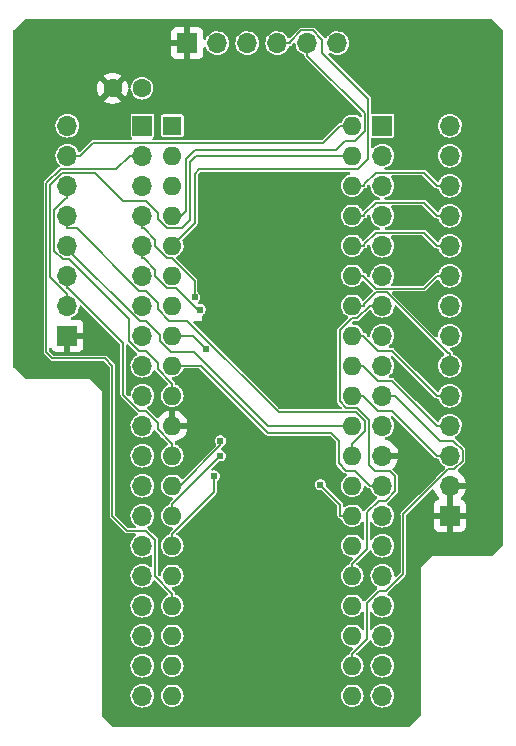
<source format=gbl>
G04 #@! TF.GenerationSoftware,KiCad,Pcbnew,(6.0.8-1)-1*
G04 #@! TF.CreationDate,2022-10-28T20:48:16+09:00*
G04 #@! TF.ProjectId,MEZZ8,4d455a5a-382e-46b6-9963-61645f706362,A*
G04 #@! TF.SameCoordinates,PX5f5e100PY8f0d180*
G04 #@! TF.FileFunction,Copper,L2,Bot*
G04 #@! TF.FilePolarity,Positive*
%FSLAX46Y46*%
G04 Gerber Fmt 4.6, Leading zero omitted, Abs format (unit mm)*
G04 Created by KiCad (PCBNEW (6.0.8-1)-1) date 2022-10-28 20:48:16*
%MOMM*%
%LPD*%
G01*
G04 APERTURE LIST*
G04 #@! TA.AperFunction,ComponentPad*
%ADD10R,1.700000X1.700000*%
G04 #@! TD*
G04 #@! TA.AperFunction,ComponentPad*
%ADD11O,1.700000X1.700000*%
G04 #@! TD*
G04 #@! TA.AperFunction,ComponentPad*
%ADD12C,1.600000*%
G04 #@! TD*
G04 #@! TA.AperFunction,ComponentPad*
%ADD13R,1.600000X1.600000*%
G04 #@! TD*
G04 #@! TA.AperFunction,ComponentPad*
%ADD14O,1.600000X1.600000*%
G04 #@! TD*
G04 #@! TA.AperFunction,ViaPad*
%ADD15C,0.605000*%
G04 #@! TD*
G04 #@! TA.AperFunction,Conductor*
%ADD16C,0.152400*%
G04 #@! TD*
G04 APERTURE END LIST*
D10*
X37470000Y18415000D03*
D11*
X37470000Y20955000D03*
X37470000Y23495000D03*
X37470000Y26035000D03*
X37470000Y28575000D03*
X37470000Y31115000D03*
X37470000Y33655000D03*
X37470000Y36195000D03*
X37470000Y38735000D03*
X37470000Y41275000D03*
X37470000Y43815000D03*
X37470000Y46355000D03*
X37470000Y48895000D03*
X37470000Y51435000D03*
D10*
X15240000Y58425000D03*
D11*
X17780000Y58425000D03*
X20320000Y58425000D03*
X22860000Y58425000D03*
X25400000Y58425000D03*
X27940000Y58425000D03*
D12*
X11410000Y54610000D03*
X8910000Y54610000D03*
D13*
X13970000Y51435000D03*
D14*
X13970000Y48895000D03*
X13970000Y46355000D03*
X13970000Y43815000D03*
X13970000Y41275000D03*
X13970000Y38735000D03*
X13970000Y36195000D03*
X13970000Y33655000D03*
X13970000Y31115000D03*
X13970000Y28575000D03*
X13970000Y26035000D03*
X13970000Y23495000D03*
X13970000Y20955000D03*
X13970000Y18415000D03*
X13970000Y15875000D03*
X13970000Y13335000D03*
X13970000Y10795000D03*
X13970000Y8255000D03*
X13970000Y5715000D03*
X13970000Y3175000D03*
X29210000Y3175000D03*
X29210000Y5715000D03*
X29210000Y8255000D03*
X29210000Y10795000D03*
X29210000Y13335000D03*
X29210000Y15875000D03*
X29210000Y18415000D03*
X29210000Y20955000D03*
X29210000Y23495000D03*
X29210000Y26035000D03*
X29210000Y28575000D03*
X29210000Y31115000D03*
X29210000Y33655000D03*
X29210000Y36195000D03*
X29210000Y38735000D03*
X29210000Y41275000D03*
X29210000Y43815000D03*
X29210000Y46355000D03*
X29210000Y48895000D03*
X29210000Y51435000D03*
D11*
X5085000Y51435000D03*
X5085000Y48895000D03*
X5085000Y46355000D03*
X5085000Y43815000D03*
X5085000Y41275000D03*
X5085000Y38735000D03*
X5085000Y36195000D03*
D10*
X5085000Y33655000D03*
X11435000Y51435000D03*
D11*
X11435000Y48895000D03*
X11435000Y46355000D03*
X11435000Y43815000D03*
X11435000Y41275000D03*
X11435000Y38735000D03*
X11435000Y36195000D03*
X11435000Y33655000D03*
X11435000Y31115000D03*
X11435000Y28575000D03*
X11435000Y26035000D03*
X11435000Y23495000D03*
X11435000Y20955000D03*
X11435000Y18415000D03*
X11435000Y15875000D03*
X11435000Y13335000D03*
X11435000Y10795000D03*
X11435000Y8255000D03*
X11435000Y5715000D03*
X11435000Y3175000D03*
D10*
X31755000Y51435000D03*
D11*
X31755000Y48895000D03*
X31755000Y46355000D03*
X31755000Y43815000D03*
X31755000Y41275000D03*
X31755000Y38735000D03*
X31755000Y36195000D03*
X31755000Y33655000D03*
X31755000Y31115000D03*
X31755000Y28575000D03*
X31755000Y26035000D03*
X31755000Y23495000D03*
X31755000Y20955000D03*
X31755000Y18415000D03*
X31755000Y15875000D03*
X31755000Y13335000D03*
X31755000Y10795000D03*
X31755000Y8255000D03*
X31755000Y5715000D03*
X31755000Y3175000D03*
D15*
X19685000Y31750000D03*
X35560000Y51435000D03*
X17780000Y1905000D03*
X17780000Y13335000D03*
X26035000Y1905000D03*
X26035000Y13335000D03*
X9525000Y1905000D03*
X33655000Y1905000D03*
X40640000Y59055000D03*
X1905000Y59055000D03*
X25400000Y28575000D03*
X26670000Y40005000D03*
X17780000Y36195000D03*
X17145000Y46355000D03*
X26670000Y46355000D03*
X26670000Y51435000D03*
X17145000Y51435000D03*
X26499400Y21045600D03*
X18046200Y24765000D03*
X18046200Y23495000D03*
X17515600Y21775300D03*
X16829600Y32528100D03*
X16326500Y35873600D03*
X15864700Y36896400D03*
D16*
X13970000Y31115000D02*
X16383000Y31115000D01*
X30676100Y20955000D02*
X31755000Y20955000D01*
X16383000Y31115000D02*
X22098000Y25400000D01*
X28067000Y22860000D02*
X28702000Y22225000D01*
X29406100Y22225000D02*
X30676100Y20955000D01*
X22098000Y25400000D02*
X27432000Y25400000D01*
X27432000Y25400000D02*
X28067000Y24765000D01*
X28067000Y24765000D02*
X28067000Y22860000D01*
X28702000Y22225000D02*
X29406100Y22225000D01*
X29210000Y23495000D02*
X29210000Y24523900D01*
X5886800Y42736100D02*
X5085000Y42736100D01*
X22964200Y27200800D02*
X15240000Y34925000D01*
X29210000Y24523900D02*
X30279200Y25593100D01*
X29500900Y27200800D02*
X22964200Y27200800D01*
X30279200Y25593100D02*
X30279200Y26422500D01*
X30279200Y26422500D02*
X29500900Y27200800D01*
X15240000Y34925000D02*
X13714200Y34925000D01*
X13714200Y34925000D02*
X12737900Y35901300D01*
X12737900Y35901300D02*
X12737900Y36447800D01*
X11720700Y37465000D02*
X11157900Y37465000D01*
X12737900Y36447800D02*
X11720700Y37465000D01*
X11157900Y37465000D02*
X5886800Y42736100D01*
X5085000Y42736100D02*
X5085000Y43815000D01*
X22860000Y58425000D02*
X23938900Y58425000D01*
X26670000Y58732500D02*
X26670000Y57617300D01*
X30550100Y48584100D02*
X29718000Y47752000D01*
X23938900Y58425000D02*
X23938900Y58536800D01*
X25897700Y59504800D02*
X26670000Y58732500D01*
X23938900Y58536800D02*
X24906900Y59504800D01*
X26670000Y57617300D02*
X30550100Y53737200D01*
X15875000Y47371000D02*
X15875000Y43180000D01*
X29718000Y47752000D02*
X16256000Y47752000D01*
X15875000Y43180000D02*
X13970000Y41275000D01*
X16256000Y47752000D02*
X15875000Y47371000D01*
X30550100Y53737200D02*
X30550100Y48584100D01*
X24906900Y59504800D02*
X25897700Y59504800D01*
X25400000Y58425000D02*
X25400000Y57346100D01*
X28575000Y50165000D02*
X27813000Y49403000D01*
X25400000Y57346100D02*
X30245000Y52501100D01*
X30245000Y51001000D02*
X29409000Y50165000D01*
X14732000Y43815000D02*
X13970000Y43815000D01*
X29409000Y50165000D02*
X28575000Y50165000D01*
X15113000Y48641000D02*
X15113000Y44196000D01*
X30245000Y52501100D02*
X30245000Y51001000D01*
X27813000Y49403000D02*
X15875000Y49403000D01*
X15875000Y49403000D02*
X15113000Y48641000D01*
X15113000Y44196000D02*
X14732000Y43815000D01*
X16002000Y48895000D02*
X15494000Y48387000D01*
X29210000Y48895000D02*
X16002000Y48895000D01*
X15494000Y48387000D02*
X15494000Y43434000D01*
X5085000Y36195000D02*
X5085000Y37273900D01*
X4641300Y47471600D02*
X7383700Y47471600D01*
X13500100Y42759100D02*
X14819100Y42759100D01*
X5085000Y37273900D02*
X4950100Y37273900D01*
X7383700Y47471600D02*
X9770300Y45085000D01*
X3607600Y46437900D02*
X4641300Y47471600D01*
X11720700Y45085000D02*
X12737900Y44067800D01*
X12737900Y44067800D02*
X12737900Y43521300D01*
X3607600Y38616400D02*
X3607600Y46437900D01*
X12737900Y43521300D02*
X13500100Y42759100D01*
X9770300Y45085000D02*
X11720700Y45085000D01*
X4950100Y37273900D02*
X3607600Y38616400D01*
X14819100Y42759100D02*
X15494000Y43434000D01*
X18046200Y24765000D02*
X18046200Y24396200D01*
X18046200Y24396200D02*
X14605000Y20955000D01*
X14605000Y20955000D02*
X13970000Y20955000D01*
X13970000Y19443900D02*
X13970000Y18415000D01*
X18021100Y23495000D02*
X13970000Y19443900D01*
X18046200Y23495000D02*
X18021100Y23495000D01*
X30676100Y36195000D02*
X29597200Y35116100D01*
X28715300Y27546000D02*
X29634800Y27546000D01*
X31755000Y36195000D02*
X30676100Y36195000D01*
X28155500Y28105800D02*
X28715300Y27546000D01*
X30630200Y26550600D02*
X30630200Y22709800D01*
X32840700Y21769300D02*
X32840700Y20498900D01*
X29164100Y35116100D02*
X28155500Y34107500D01*
X29634800Y27546000D02*
X30630200Y26550600D01*
X32026800Y19685000D02*
X31435800Y19685000D01*
X30630200Y22709800D02*
X31115000Y22225000D01*
X29597200Y35116100D02*
X29164100Y35116100D01*
X30447200Y15601100D02*
X29210000Y14363900D01*
X31115000Y22225000D02*
X32385000Y22225000D01*
X28155500Y34107500D02*
X28155500Y28105800D01*
X32385000Y22225000D02*
X32840700Y21769300D01*
X32840700Y20498900D02*
X32026800Y19685000D01*
X31435800Y19685000D02*
X30447200Y18696400D01*
X30447200Y18696400D02*
X30447200Y15601100D01*
X29210000Y14363900D02*
X29210000Y13335000D01*
X11435000Y48895000D02*
X10356100Y48895000D01*
X12514000Y16380600D02*
X12514000Y13279900D01*
X9237900Y47776800D02*
X4514800Y47776800D01*
X10356100Y48895000D02*
X9237900Y47776800D01*
X3810000Y31750000D02*
X8255000Y31750000D01*
X12514000Y13279900D02*
X13970000Y11823900D01*
X10160000Y17145000D02*
X11749600Y17145000D01*
X3302400Y46564400D02*
X3302400Y32257600D01*
X4514800Y47776800D02*
X3302400Y46564400D01*
X8890000Y18415000D02*
X10160000Y17145000D01*
X8890000Y31115000D02*
X8890000Y18415000D01*
X3302400Y32257600D02*
X3810000Y31750000D01*
X8255000Y31750000D02*
X8890000Y31115000D01*
X11749600Y17145000D02*
X12514000Y16380600D01*
X13970000Y11823900D02*
X13970000Y10795000D01*
X26720000Y49973900D02*
X28181100Y51435000D01*
X7242800Y49973900D02*
X26720000Y49973900D01*
X6163900Y48895000D02*
X7242800Y49973900D01*
X5085000Y48895000D02*
X6163900Y48895000D01*
X29210000Y51435000D02*
X28181100Y51435000D01*
X35295300Y47450800D02*
X36391100Y46355000D01*
X31206100Y47450800D02*
X35295300Y47450800D01*
X30238900Y46483600D02*
X31206100Y47450800D01*
X30238900Y46355000D02*
X30238900Y46483600D01*
X29210000Y46355000D02*
X30238900Y46355000D01*
X37470000Y46355000D02*
X36391100Y46355000D01*
X35295300Y44910800D02*
X36391100Y43815000D01*
X31206100Y44910800D02*
X35295300Y44910800D01*
X30238900Y43943600D02*
X31206100Y44910800D01*
X30238900Y43815000D02*
X30238900Y43943600D01*
X29210000Y43815000D02*
X30238900Y43815000D01*
X37470000Y43815000D02*
X36391100Y43815000D01*
X35279800Y42386300D02*
X36391100Y41275000D01*
X31221600Y42386300D02*
X35279800Y42386300D01*
X30238900Y41403600D02*
X31221600Y42386300D01*
X30238900Y41275000D02*
X30238900Y41403600D01*
X29210000Y41275000D02*
X30238900Y41275000D01*
X37470000Y41275000D02*
X36391100Y41275000D01*
X35296000Y37639900D02*
X36391100Y38735000D01*
X31205400Y37639900D02*
X35296000Y37639900D01*
X30238900Y38606400D02*
X31205400Y37639900D01*
X30238900Y38735000D02*
X30238900Y38606400D01*
X29210000Y38735000D02*
X30238900Y38735000D01*
X37470000Y38735000D02*
X36391100Y38735000D01*
X37283400Y32193900D02*
X37470000Y32193900D01*
X32158700Y37318600D02*
X37283400Y32193900D01*
X31233900Y37318600D02*
X32158700Y37318600D01*
X30238900Y36323600D02*
X31233900Y37318600D01*
X30238900Y36195000D02*
X30238900Y36323600D01*
X29210000Y36195000D02*
X30238900Y36195000D01*
X37470000Y31115000D02*
X37470000Y32193900D01*
X32581100Y32385000D02*
X36391100Y28575000D01*
X31380300Y32385000D02*
X32581100Y32385000D01*
X30238900Y33526400D02*
X31380300Y32385000D01*
X30238900Y33655000D02*
X30238900Y33526400D01*
X29210000Y33655000D02*
X30238900Y33655000D01*
X37470000Y28575000D02*
X36391100Y28575000D01*
X32581100Y29845000D02*
X36391100Y26035000D01*
X31380300Y29845000D02*
X32581100Y29845000D01*
X30238900Y30986400D02*
X31380300Y29845000D01*
X30238900Y31115000D02*
X30238900Y30986400D01*
X29210000Y31115000D02*
X30238900Y31115000D01*
X37470000Y26035000D02*
X36391100Y26035000D01*
X32581100Y27305000D02*
X36391100Y23495000D01*
X31380300Y27305000D02*
X32581100Y27305000D01*
X30238900Y28446400D02*
X31380300Y27305000D01*
X30238900Y28575000D02*
X30238900Y28446400D01*
X29210000Y28575000D02*
X30238900Y28575000D01*
X37470000Y23495000D02*
X36391100Y23495000D01*
X22072300Y26035000D02*
X29210000Y26035000D01*
X15827500Y32279800D02*
X22072300Y26035000D01*
X13890100Y32279800D02*
X15827500Y32279800D01*
X12941100Y33228800D02*
X13890100Y32279800D01*
X12941100Y33698000D02*
X12941100Y33228800D01*
X11777900Y34861200D02*
X12941100Y33698000D01*
X11213900Y34861200D02*
X11777900Y34861200D01*
X5085000Y40990100D02*
X11213900Y34861200D01*
X5085000Y41275000D02*
X5085000Y40990100D01*
X30447100Y7981000D02*
X29210000Y6743900D01*
X30447100Y11048000D02*
X30447100Y7981000D01*
X31464100Y12065000D02*
X30447100Y11048000D01*
X32077100Y12065000D02*
X31464100Y12065000D01*
X33523100Y13511000D02*
X32077100Y12065000D01*
X33523100Y18534100D02*
X33523100Y13511000D01*
X37322000Y22333000D02*
X33523100Y18534100D01*
X37849300Y22333000D02*
X37322000Y22333000D01*
X38549000Y23032700D02*
X37849300Y22333000D01*
X38549000Y23989700D02*
X38549000Y23032700D01*
X37773700Y24765000D02*
X38549000Y23989700D01*
X36643900Y24765000D02*
X37773700Y24765000D01*
X32833900Y28575000D02*
X36643900Y24765000D01*
X31755000Y28575000D02*
X32833900Y28575000D01*
X29210000Y5715000D02*
X29210000Y6743900D01*
X28181100Y19363900D02*
X28181100Y18415000D01*
X26499400Y21045600D02*
X28181100Y19363900D01*
X29210000Y18415000D02*
X28181100Y18415000D01*
X13970000Y15875000D02*
X13970000Y16903900D01*
X17515600Y20449500D02*
X17515600Y21775300D01*
X13970000Y16903900D02*
X17515600Y20449500D01*
X5085000Y38735000D02*
X5085000Y37656100D01*
X13970000Y23495000D02*
X13970000Y24523900D01*
X12737800Y25756100D02*
X13970000Y24523900D01*
X12737800Y26287900D02*
X12737800Y25756100D01*
X11720700Y27305000D02*
X12737800Y26287900D01*
X11177100Y27305000D02*
X11720700Y27305000D01*
X9812000Y28670100D02*
X11177100Y27305000D01*
X9812000Y33012200D02*
X9812000Y28670100D01*
X5168100Y37656100D02*
X9812000Y33012200D01*
X5085000Y37656100D02*
X5168100Y37656100D01*
X12737800Y30836100D02*
X13970000Y29603900D01*
X12737800Y31367900D02*
X12737800Y30836100D01*
X11720700Y32385000D02*
X12737800Y31367900D01*
X11109400Y32385000D02*
X11720700Y32385000D01*
X10308200Y33186200D02*
X11109400Y32385000D01*
X10308200Y35052800D02*
X10308200Y33186200D01*
X5248000Y40113000D02*
X10308200Y35052800D01*
X4708900Y40113000D02*
X5248000Y40113000D01*
X3964600Y40857300D02*
X4708900Y40113000D01*
X3964600Y44290600D02*
X3964600Y40857300D01*
X4950100Y45276100D02*
X3964600Y44290600D01*
X5085000Y45276100D02*
X4950100Y45276100D01*
X5085000Y46355000D02*
X5085000Y45276100D01*
X13970000Y28575000D02*
X13970000Y29603900D01*
X15702700Y33655000D02*
X14998900Y33655000D01*
X16829600Y32528100D02*
X15702700Y33655000D01*
X13970000Y33655000D02*
X14998900Y33655000D01*
X11435000Y41275000D02*
X11435000Y40196100D01*
X16326500Y35873700D02*
X16326500Y35873600D01*
X16135900Y35873700D02*
X16326500Y35873700D01*
X14303600Y37706000D02*
X16135900Y35873700D01*
X13490900Y37706000D02*
X14303600Y37706000D01*
X12513900Y38683000D02*
X13490900Y37706000D01*
X12513900Y39252200D02*
X12513900Y38683000D01*
X11570000Y40196100D02*
X12513900Y39252200D01*
X11435000Y40196100D02*
X11570000Y40196100D01*
X15864700Y38325600D02*
X15864700Y36896400D01*
X13944300Y40246000D02*
X15864700Y38325600D01*
X13498500Y40246000D02*
X13944300Y40246000D01*
X12513900Y41230600D02*
X13498500Y40246000D01*
X12513900Y41792200D02*
X12513900Y41230600D01*
X11570000Y42736100D02*
X12513900Y41792200D01*
X11435000Y42736100D02*
X11570000Y42736100D01*
X11435000Y43815000D02*
X11435000Y42736100D01*
G04 #@! TA.AperFunction,Conductor*
G36*
X41015931Y60479998D02*
G01*
X41036905Y60463095D01*
X41963095Y59536905D01*
X41997121Y59474593D01*
X42000000Y59447810D01*
X42000000Y16052190D01*
X41979998Y15984069D01*
X41963095Y15963095D01*
X41036905Y15036905D01*
X40974593Y15002879D01*
X40947810Y15000000D01*
X36000000Y15000000D01*
X35000000Y14000000D01*
X35000000Y1552190D01*
X34979998Y1484069D01*
X34963095Y1463095D01*
X34036905Y536905D01*
X33974593Y502879D01*
X33947810Y500000D01*
X9052190Y500000D01*
X8984069Y520002D01*
X8963095Y536905D01*
X8036905Y1463095D01*
X8002879Y1525407D01*
X8000000Y1552190D01*
X8000000Y3189070D01*
X10427345Y3189070D01*
X10443803Y2993081D01*
X10498015Y2804021D01*
X10500830Y2798544D01*
X10500831Y2798541D01*
X10571114Y2661785D01*
X10587916Y2629092D01*
X10591739Y2624268D01*
X10591742Y2624264D01*
X10703925Y2482725D01*
X10710083Y2474956D01*
X10714777Y2470962D01*
X10714777Y2470961D01*
X10840724Y2363772D01*
X10859862Y2347484D01*
X11031547Y2251533D01*
X11218600Y2190756D01*
X11413895Y2167468D01*
X11420030Y2167940D01*
X11420032Y2167940D01*
X11603852Y2182084D01*
X11603856Y2182085D01*
X11609994Y2182557D01*
X11799428Y2235448D01*
X11804932Y2238228D01*
X11804934Y2238229D01*
X11969480Y2321347D01*
X11969482Y2321348D01*
X11974981Y2324126D01*
X12129966Y2445214D01*
X12133992Y2449878D01*
X12133995Y2449881D01*
X12254451Y2589431D01*
X12254452Y2589433D01*
X12258480Y2594099D01*
X12355628Y2765110D01*
X12417710Y2951734D01*
X12442360Y3146862D01*
X12442753Y3175000D01*
X12441442Y3188369D01*
X13012582Y3188369D01*
X13028219Y3002151D01*
X13079729Y2822517D01*
X13165148Y2656308D01*
X13168971Y2651484D01*
X13168974Y2651480D01*
X13191500Y2623060D01*
X13281224Y2509857D01*
X13285917Y2505863D01*
X13285918Y2505862D01*
X13351696Y2449881D01*
X13423535Y2388741D01*
X13428913Y2385735D01*
X13428915Y2385734D01*
X13468212Y2363772D01*
X13586661Y2297573D01*
X13764389Y2239826D01*
X13949947Y2217699D01*
X13956082Y2218171D01*
X13956084Y2218171D01*
X14130129Y2231563D01*
X14130134Y2231564D01*
X14136270Y2232036D01*
X14142200Y2233692D01*
X14142202Y2233692D01*
X14310332Y2280635D01*
X14310331Y2280635D01*
X14316260Y2282290D01*
X14393580Y2321347D01*
X14445322Y2347484D01*
X14483060Y2366547D01*
X14507619Y2385734D01*
X14556689Y2424072D01*
X14630318Y2481597D01*
X14654712Y2509857D01*
X14748401Y2618398D01*
X14748401Y2618399D01*
X14752425Y2623060D01*
X14844730Y2785545D01*
X14903716Y2962865D01*
X14915494Y3056098D01*
X14926696Y3144762D01*
X14926697Y3144772D01*
X14927138Y3148265D01*
X14927511Y3175000D01*
X14926200Y3188369D01*
X28252582Y3188369D01*
X28268219Y3002151D01*
X28319729Y2822517D01*
X28405148Y2656308D01*
X28408971Y2651484D01*
X28408974Y2651480D01*
X28431500Y2623060D01*
X28521224Y2509857D01*
X28525917Y2505863D01*
X28525918Y2505862D01*
X28591696Y2449881D01*
X28663535Y2388741D01*
X28668913Y2385735D01*
X28668915Y2385734D01*
X28708212Y2363772D01*
X28826661Y2297573D01*
X29004389Y2239826D01*
X29189947Y2217699D01*
X29196082Y2218171D01*
X29196084Y2218171D01*
X29370129Y2231563D01*
X29370134Y2231564D01*
X29376270Y2232036D01*
X29382200Y2233692D01*
X29382202Y2233692D01*
X29550332Y2280635D01*
X29550331Y2280635D01*
X29556260Y2282290D01*
X29633580Y2321347D01*
X29685322Y2347484D01*
X29723060Y2366547D01*
X29747619Y2385734D01*
X29796689Y2424072D01*
X29870318Y2481597D01*
X29894712Y2509857D01*
X29988401Y2618398D01*
X29988401Y2618399D01*
X29992425Y2623060D01*
X30084730Y2785545D01*
X30143716Y2962865D01*
X30155494Y3056098D01*
X30166696Y3144762D01*
X30166697Y3144772D01*
X30167138Y3148265D01*
X30167511Y3175000D01*
X30166131Y3189070D01*
X30747345Y3189070D01*
X30763803Y2993081D01*
X30818015Y2804021D01*
X30820830Y2798544D01*
X30820831Y2798541D01*
X30891114Y2661785D01*
X30907916Y2629092D01*
X30911739Y2624268D01*
X30911742Y2624264D01*
X31023925Y2482725D01*
X31030083Y2474956D01*
X31034777Y2470962D01*
X31034777Y2470961D01*
X31160724Y2363772D01*
X31179862Y2347484D01*
X31351547Y2251533D01*
X31538600Y2190756D01*
X31733895Y2167468D01*
X31740030Y2167940D01*
X31740032Y2167940D01*
X31923852Y2182084D01*
X31923856Y2182085D01*
X31929994Y2182557D01*
X32119428Y2235448D01*
X32124932Y2238228D01*
X32124934Y2238229D01*
X32289480Y2321347D01*
X32289482Y2321348D01*
X32294981Y2324126D01*
X32449966Y2445214D01*
X32453992Y2449878D01*
X32453995Y2449881D01*
X32574451Y2589431D01*
X32574452Y2589433D01*
X32578480Y2594099D01*
X32675628Y2765110D01*
X32737710Y2951734D01*
X32762360Y3146862D01*
X32762753Y3175000D01*
X32743561Y3370740D01*
X32686714Y3559025D01*
X32606143Y3710558D01*
X32597273Y3727240D01*
X32597271Y3727243D01*
X32594379Y3732682D01*
X32590489Y3737452D01*
X32590486Y3737456D01*
X32473967Y3880322D01*
X32473964Y3880325D01*
X32470072Y3885097D01*
X32368877Y3968813D01*
X32323278Y4006536D01*
X32323274Y4006538D01*
X32318528Y4010465D01*
X32145520Y4104010D01*
X31957637Y4162170D01*
X31951519Y4162813D01*
X31951514Y4162814D01*
X31768164Y4182084D01*
X31768162Y4182084D01*
X31762035Y4182728D01*
X31679199Y4175190D01*
X31572305Y4165462D01*
X31572302Y4165461D01*
X31566166Y4164903D01*
X31377489Y4109372D01*
X31203192Y4018252D01*
X31049912Y3895012D01*
X31045954Y3890295D01*
X31045952Y3890293D01*
X30963638Y3792195D01*
X30923489Y3744347D01*
X30828739Y3571996D01*
X30826878Y3566129D01*
X30826877Y3566127D01*
X30820599Y3546335D01*
X30769269Y3384524D01*
X30747345Y3189070D01*
X30166131Y3189070D01*
X30149275Y3360982D01*
X30095263Y3539879D01*
X30078186Y3571996D01*
X30010425Y3699436D01*
X30010423Y3699439D01*
X30007531Y3704878D01*
X29889422Y3849695D01*
X29829978Y3898871D01*
X29750182Y3964885D01*
X29750177Y3964888D01*
X29745433Y3968813D01*
X29740014Y3971743D01*
X29740011Y3971745D01*
X29586470Y4054764D01*
X29586465Y4054766D01*
X29581050Y4057694D01*
X29558973Y4064528D01*
X29408421Y4111132D01*
X29408418Y4111133D01*
X29402534Y4112954D01*
X29396409Y4113598D01*
X29396408Y4113598D01*
X29222813Y4131844D01*
X29222812Y4131844D01*
X29216685Y4132488D01*
X29138971Y4125415D01*
X29036719Y4116110D01*
X29036716Y4116109D01*
X29030580Y4115551D01*
X29024674Y4113813D01*
X29024670Y4113812D01*
X28893453Y4075192D01*
X28851310Y4062789D01*
X28685702Y3976211D01*
X28540065Y3859115D01*
X28419945Y3715962D01*
X28416975Y3710559D01*
X28416974Y3710558D01*
X28410860Y3699436D01*
X28329918Y3552204D01*
X28328057Y3546337D01*
X28328056Y3546335D01*
X28278588Y3390393D01*
X28273413Y3374078D01*
X28252582Y3188369D01*
X14926200Y3188369D01*
X14909275Y3360982D01*
X14855263Y3539879D01*
X14838186Y3571996D01*
X14770425Y3699436D01*
X14770423Y3699439D01*
X14767531Y3704878D01*
X14649422Y3849695D01*
X14589978Y3898871D01*
X14510182Y3964885D01*
X14510177Y3964888D01*
X14505433Y3968813D01*
X14500014Y3971743D01*
X14500011Y3971745D01*
X14346470Y4054764D01*
X14346465Y4054766D01*
X14341050Y4057694D01*
X14318973Y4064528D01*
X14168421Y4111132D01*
X14168418Y4111133D01*
X14162534Y4112954D01*
X14156409Y4113598D01*
X14156408Y4113598D01*
X13982813Y4131844D01*
X13982812Y4131844D01*
X13976685Y4132488D01*
X13898971Y4125415D01*
X13796719Y4116110D01*
X13796716Y4116109D01*
X13790580Y4115551D01*
X13784674Y4113813D01*
X13784670Y4113812D01*
X13653453Y4075192D01*
X13611310Y4062789D01*
X13445702Y3976211D01*
X13300065Y3859115D01*
X13179945Y3715962D01*
X13176975Y3710559D01*
X13176974Y3710558D01*
X13170860Y3699436D01*
X13089918Y3552204D01*
X13088057Y3546337D01*
X13088056Y3546335D01*
X13038588Y3390393D01*
X13033413Y3374078D01*
X13012582Y3188369D01*
X12441442Y3188369D01*
X12423561Y3370740D01*
X12366714Y3559025D01*
X12286143Y3710558D01*
X12277273Y3727240D01*
X12277271Y3727243D01*
X12274379Y3732682D01*
X12270489Y3737452D01*
X12270486Y3737456D01*
X12153967Y3880322D01*
X12153964Y3880325D01*
X12150072Y3885097D01*
X12048877Y3968813D01*
X12003278Y4006536D01*
X12003274Y4006538D01*
X11998528Y4010465D01*
X11825520Y4104010D01*
X11637637Y4162170D01*
X11631519Y4162813D01*
X11631514Y4162814D01*
X11448164Y4182084D01*
X11448162Y4182084D01*
X11442035Y4182728D01*
X11359199Y4175190D01*
X11252305Y4165462D01*
X11252302Y4165461D01*
X11246166Y4164903D01*
X11057489Y4109372D01*
X10883192Y4018252D01*
X10729912Y3895012D01*
X10725954Y3890295D01*
X10725952Y3890293D01*
X10643638Y3792195D01*
X10603489Y3744347D01*
X10508739Y3571996D01*
X10506878Y3566129D01*
X10506877Y3566127D01*
X10500599Y3546335D01*
X10449269Y3384524D01*
X10427345Y3189070D01*
X8000000Y3189070D01*
X8000000Y5729070D01*
X10427345Y5729070D01*
X10443803Y5533081D01*
X10498015Y5344021D01*
X10500830Y5338544D01*
X10500831Y5338541D01*
X10571114Y5201785D01*
X10587916Y5169092D01*
X10591739Y5164268D01*
X10591742Y5164264D01*
X10703925Y5022725D01*
X10710083Y5014956D01*
X10714777Y5010962D01*
X10714777Y5010961D01*
X10840724Y4903772D01*
X10859862Y4887484D01*
X11031547Y4791533D01*
X11218600Y4730756D01*
X11413895Y4707468D01*
X11420030Y4707940D01*
X11420032Y4707940D01*
X11603852Y4722084D01*
X11603856Y4722085D01*
X11609994Y4722557D01*
X11799428Y4775448D01*
X11804932Y4778228D01*
X11804934Y4778229D01*
X11969480Y4861347D01*
X11969482Y4861348D01*
X11974981Y4864126D01*
X12129966Y4985214D01*
X12133992Y4989878D01*
X12133995Y4989881D01*
X12254451Y5129431D01*
X12254452Y5129433D01*
X12258480Y5134099D01*
X12355628Y5305110D01*
X12417710Y5491734D01*
X12442360Y5686862D01*
X12442753Y5715000D01*
X12441442Y5728369D01*
X13012582Y5728369D01*
X13028219Y5542151D01*
X13079729Y5362517D01*
X13165148Y5196308D01*
X13168971Y5191484D01*
X13168974Y5191480D01*
X13191500Y5163060D01*
X13281224Y5049857D01*
X13285917Y5045863D01*
X13285918Y5045862D01*
X13351696Y4989881D01*
X13423535Y4928741D01*
X13428913Y4925735D01*
X13428915Y4925734D01*
X13468212Y4903772D01*
X13586661Y4837573D01*
X13764389Y4779826D01*
X13949947Y4757699D01*
X13956082Y4758171D01*
X13956084Y4758171D01*
X14130129Y4771563D01*
X14130134Y4771564D01*
X14136270Y4772036D01*
X14142200Y4773692D01*
X14142202Y4773692D01*
X14310332Y4820635D01*
X14310331Y4820635D01*
X14316260Y4822290D01*
X14393580Y4861347D01*
X14445322Y4887484D01*
X14483060Y4906547D01*
X14507619Y4925734D01*
X14556689Y4964072D01*
X14630318Y5021597D01*
X14654712Y5049857D01*
X14748401Y5158398D01*
X14748401Y5158399D01*
X14752425Y5163060D01*
X14844730Y5325545D01*
X14903716Y5502865D01*
X14915494Y5596098D01*
X14926696Y5684762D01*
X14926697Y5684772D01*
X14927138Y5688265D01*
X14927511Y5715000D01*
X14909275Y5900982D01*
X14855263Y6079879D01*
X14838186Y6111996D01*
X14770425Y6239436D01*
X14770423Y6239439D01*
X14767531Y6244878D01*
X14649422Y6389695D01*
X14589978Y6438871D01*
X14510182Y6504885D01*
X14510177Y6504888D01*
X14505433Y6508813D01*
X14500014Y6511743D01*
X14500011Y6511745D01*
X14346470Y6594764D01*
X14346465Y6594766D01*
X14341050Y6597694D01*
X14318970Y6604529D01*
X14168421Y6651132D01*
X14168418Y6651133D01*
X14162534Y6652954D01*
X14156409Y6653598D01*
X14156408Y6653598D01*
X13982813Y6671844D01*
X13982812Y6671844D01*
X13976685Y6672488D01*
X13898971Y6665415D01*
X13796719Y6656110D01*
X13796716Y6656109D01*
X13790580Y6655551D01*
X13784674Y6653813D01*
X13784670Y6653812D01*
X13653453Y6615192D01*
X13611310Y6602789D01*
X13445702Y6516211D01*
X13300065Y6399115D01*
X13179945Y6255962D01*
X13176975Y6250559D01*
X13176974Y6250558D01*
X13170860Y6239436D01*
X13089918Y6092204D01*
X13088057Y6086337D01*
X13088056Y6086335D01*
X13038588Y5930393D01*
X13033413Y5914078D01*
X13012582Y5728369D01*
X12441442Y5728369D01*
X12423561Y5910740D01*
X12366714Y6099025D01*
X12286143Y6250558D01*
X12277273Y6267240D01*
X12277271Y6267243D01*
X12274379Y6272682D01*
X12270489Y6277452D01*
X12270486Y6277456D01*
X12153967Y6420322D01*
X12153964Y6420325D01*
X12150072Y6425097D01*
X12048877Y6508813D01*
X12003278Y6546536D01*
X12003274Y6546538D01*
X11998528Y6550465D01*
X11825520Y6644010D01*
X11637637Y6702170D01*
X11631519Y6702813D01*
X11631514Y6702814D01*
X11448164Y6722084D01*
X11448162Y6722084D01*
X11442035Y6722728D01*
X11359199Y6715190D01*
X11252305Y6705462D01*
X11252302Y6705461D01*
X11246166Y6704903D01*
X11057489Y6649372D01*
X10883192Y6558252D01*
X10729912Y6435012D01*
X10725954Y6430295D01*
X10725952Y6430293D01*
X10643638Y6332195D01*
X10603489Y6284347D01*
X10508739Y6111996D01*
X10506878Y6106129D01*
X10506877Y6106127D01*
X10500599Y6086335D01*
X10449269Y5924524D01*
X10427345Y5729070D01*
X8000000Y5729070D01*
X8000000Y8269070D01*
X10427345Y8269070D01*
X10443803Y8073081D01*
X10445502Y8067156D01*
X10489026Y7915371D01*
X10498015Y7884021D01*
X10500830Y7878544D01*
X10500831Y7878541D01*
X10523481Y7834469D01*
X10587916Y7709092D01*
X10591739Y7704268D01*
X10591742Y7704264D01*
X10703925Y7562725D01*
X10710083Y7554956D01*
X10714777Y7550962D01*
X10714777Y7550961D01*
X10840724Y7443772D01*
X10859862Y7427484D01*
X11031547Y7331533D01*
X11218600Y7270756D01*
X11413895Y7247468D01*
X11420030Y7247940D01*
X11420032Y7247940D01*
X11603852Y7262084D01*
X11603856Y7262085D01*
X11609994Y7262557D01*
X11799428Y7315448D01*
X11804932Y7318228D01*
X11804934Y7318229D01*
X11969480Y7401347D01*
X11969482Y7401348D01*
X11974981Y7404126D01*
X12129966Y7525214D01*
X12133992Y7529878D01*
X12133995Y7529881D01*
X12254451Y7669431D01*
X12254452Y7669433D01*
X12258480Y7674099D01*
X12355628Y7845110D01*
X12417710Y8031734D01*
X12442360Y8226862D01*
X12442753Y8255000D01*
X12441442Y8268369D01*
X13012582Y8268369D01*
X13028219Y8082151D01*
X13079729Y7902517D01*
X13165148Y7736308D01*
X13168971Y7731484D01*
X13168974Y7731480D01*
X13191500Y7703060D01*
X13281224Y7589857D01*
X13285917Y7585863D01*
X13285918Y7585862D01*
X13351696Y7529881D01*
X13423535Y7468741D01*
X13428913Y7465735D01*
X13428915Y7465734D01*
X13468212Y7443772D01*
X13586661Y7377573D01*
X13764389Y7319826D01*
X13949947Y7297699D01*
X13956082Y7298171D01*
X13956084Y7298171D01*
X14130129Y7311563D01*
X14130134Y7311564D01*
X14136270Y7312036D01*
X14142200Y7313692D01*
X14142202Y7313692D01*
X14310332Y7360635D01*
X14310331Y7360635D01*
X14316260Y7362290D01*
X14393580Y7401347D01*
X14445322Y7427484D01*
X14483060Y7446547D01*
X14507619Y7465734D01*
X14556689Y7504072D01*
X14630318Y7561597D01*
X14654712Y7589857D01*
X14748401Y7698398D01*
X14748401Y7698399D01*
X14752425Y7703060D01*
X14844730Y7865545D01*
X14903716Y8042865D01*
X14915494Y8136098D01*
X14926696Y8224762D01*
X14926697Y8224772D01*
X14927138Y8228265D01*
X14927511Y8255000D01*
X14909275Y8440982D01*
X14855263Y8619879D01*
X14838186Y8651996D01*
X14770425Y8779436D01*
X14770423Y8779439D01*
X14767531Y8784878D01*
X14649422Y8929695D01*
X14589978Y8978871D01*
X14510182Y9044885D01*
X14510177Y9044888D01*
X14505433Y9048813D01*
X14500014Y9051743D01*
X14500011Y9051745D01*
X14346470Y9134764D01*
X14346465Y9134766D01*
X14341050Y9137694D01*
X14318973Y9144528D01*
X14168421Y9191132D01*
X14168418Y9191133D01*
X14162534Y9192954D01*
X14156409Y9193598D01*
X14156408Y9193598D01*
X13982813Y9211844D01*
X13982812Y9211844D01*
X13976685Y9212488D01*
X13898971Y9205415D01*
X13796719Y9196110D01*
X13796716Y9196109D01*
X13790580Y9195551D01*
X13784674Y9193813D01*
X13784670Y9193812D01*
X13653453Y9155192D01*
X13611310Y9142789D01*
X13445702Y9056211D01*
X13300065Y8939115D01*
X13179945Y8795962D01*
X13176975Y8790559D01*
X13176974Y8790558D01*
X13170860Y8779436D01*
X13089918Y8632204D01*
X13088057Y8626337D01*
X13088056Y8626335D01*
X13038588Y8470393D01*
X13033413Y8454078D01*
X13012582Y8268369D01*
X12441442Y8268369D01*
X12423561Y8450740D01*
X12366714Y8639025D01*
X12286143Y8790558D01*
X12277273Y8807240D01*
X12277271Y8807243D01*
X12274379Y8812682D01*
X12270489Y8817452D01*
X12270486Y8817456D01*
X12153967Y8960322D01*
X12153964Y8960325D01*
X12150072Y8965097D01*
X12048877Y9048813D01*
X12003278Y9086536D01*
X12003274Y9086538D01*
X11998528Y9090465D01*
X11825520Y9184010D01*
X11637637Y9242170D01*
X11631519Y9242813D01*
X11631514Y9242814D01*
X11448164Y9262084D01*
X11448162Y9262084D01*
X11442035Y9262728D01*
X11359199Y9255190D01*
X11252305Y9245462D01*
X11252302Y9245461D01*
X11246166Y9244903D01*
X11057489Y9189372D01*
X10883192Y9098252D01*
X10729912Y8975012D01*
X10725954Y8970295D01*
X10725952Y8970293D01*
X10650746Y8880666D01*
X10603489Y8824347D01*
X10508739Y8651996D01*
X10506878Y8646129D01*
X10506877Y8646127D01*
X10500599Y8626335D01*
X10449269Y8464524D01*
X10427345Y8269070D01*
X8000000Y8269070D01*
X8000000Y10809070D01*
X10427345Y10809070D01*
X10443803Y10613081D01*
X10498015Y10424021D01*
X10500830Y10418544D01*
X10500831Y10418541D01*
X10571114Y10281785D01*
X10587916Y10249092D01*
X10591739Y10244268D01*
X10591742Y10244264D01*
X10703925Y10102725D01*
X10710083Y10094956D01*
X10714777Y10090962D01*
X10714777Y10090961D01*
X10840724Y9983772D01*
X10859862Y9967484D01*
X11031547Y9871533D01*
X11218600Y9810756D01*
X11413895Y9787468D01*
X11420030Y9787940D01*
X11420032Y9787940D01*
X11603852Y9802084D01*
X11603856Y9802085D01*
X11609994Y9802557D01*
X11799428Y9855448D01*
X11804932Y9858228D01*
X11804934Y9858229D01*
X11969480Y9941347D01*
X11969482Y9941348D01*
X11974981Y9944126D01*
X12129966Y10065214D01*
X12133992Y10069878D01*
X12133995Y10069881D01*
X12254451Y10209431D01*
X12254452Y10209433D01*
X12258480Y10214099D01*
X12355628Y10385110D01*
X12417710Y10571734D01*
X12442360Y10766862D01*
X12442753Y10795000D01*
X12423561Y10990740D01*
X12366714Y11179025D01*
X12286143Y11330558D01*
X12277273Y11347240D01*
X12277271Y11347243D01*
X12274379Y11352682D01*
X12270489Y11357452D01*
X12270486Y11357456D01*
X12153967Y11500322D01*
X12153964Y11500325D01*
X12150072Y11505097D01*
X12048877Y11588813D01*
X12003278Y11626536D01*
X12003274Y11626538D01*
X11998528Y11630465D01*
X11825520Y11724010D01*
X11637637Y11782170D01*
X11631519Y11782813D01*
X11631514Y11782814D01*
X11448164Y11802084D01*
X11448162Y11802084D01*
X11442035Y11802728D01*
X11359199Y11795190D01*
X11252305Y11785462D01*
X11252302Y11785461D01*
X11246166Y11784903D01*
X11057489Y11729372D01*
X10883192Y11638252D01*
X10729912Y11515012D01*
X10725954Y11510295D01*
X10725952Y11510293D01*
X10643638Y11412195D01*
X10603489Y11364347D01*
X10508739Y11191996D01*
X10506878Y11186129D01*
X10506877Y11186127D01*
X10497213Y11155661D01*
X10449269Y11004524D01*
X10427345Y10809070D01*
X8000000Y10809070D01*
X8000000Y29000000D01*
X7000000Y30000000D01*
X1552190Y30000000D01*
X1484069Y30020002D01*
X1463095Y30036905D01*
X536905Y30963095D01*
X502879Y31025407D01*
X500000Y31052190D01*
X500000Y46552142D01*
X3068503Y46552142D01*
X3071930Y46539353D01*
X3072623Y46526125D01*
X3072187Y46526102D01*
X3073300Y46517650D01*
X3073300Y32266882D01*
X3073127Y32260288D01*
X3072431Y32246998D01*
X3071066Y32220961D01*
X3078503Y32201586D01*
X3084115Y32182638D01*
X3088431Y32162335D01*
X3096213Y32151624D01*
X3098354Y32146816D01*
X3101223Y32142399D01*
X3105968Y32130036D01*
X3120639Y32115365D01*
X3133480Y32100331D01*
X3145678Y32083542D01*
X3157145Y32076922D01*
X3166988Y32068059D01*
X3166696Y32067735D01*
X3173459Y32062545D01*
X3408387Y31827616D01*
X3641434Y31594569D01*
X3645974Y31589785D01*
X3672330Y31560514D01*
X3691288Y31552073D01*
X3708657Y31542642D01*
X3710544Y31541417D01*
X3726064Y31531338D01*
X3739146Y31529266D01*
X3744061Y31527380D01*
X3749206Y31526286D01*
X3761303Y31520900D01*
X3782053Y31520900D01*
X3801762Y31519349D01*
X3809181Y31518174D01*
X3809182Y31518174D01*
X3822259Y31516103D01*
X3835048Y31519530D01*
X3848276Y31520223D01*
X3848299Y31519787D01*
X3856751Y31520900D01*
X8107914Y31520900D01*
X8176035Y31500898D01*
X8197009Y31483995D01*
X8623995Y31057009D01*
X8658021Y30994697D01*
X8660900Y30967914D01*
X8660900Y18424282D01*
X8660727Y18417688D01*
X8660402Y18411477D01*
X8658666Y18378361D01*
X8666103Y18358986D01*
X8671715Y18340038D01*
X8673277Y18332689D01*
X8673278Y18332688D01*
X8676031Y18319735D01*
X8683813Y18309024D01*
X8685954Y18304216D01*
X8688823Y18299799D01*
X8693568Y18287436D01*
X8708239Y18272765D01*
X8721080Y18257731D01*
X8733278Y18240942D01*
X8744745Y18234322D01*
X8754588Y18225459D01*
X8754296Y18225134D01*
X8761060Y18219944D01*
X9991416Y16989588D01*
X9995957Y16984804D01*
X10022330Y16955514D01*
X10034424Y16950129D01*
X10034426Y16950128D01*
X10041287Y16947074D01*
X10058661Y16937640D01*
X10076063Y16926339D01*
X10089147Y16924267D01*
X10094060Y16922381D01*
X10099203Y16921288D01*
X10111303Y16915900D01*
X10132053Y16915900D01*
X10151764Y16914349D01*
X10159181Y16913174D01*
X10159182Y16913174D01*
X10172258Y16911103D01*
X10185047Y16914530D01*
X10198275Y16915223D01*
X10198298Y16914787D01*
X10206750Y16915900D01*
X10771220Y16915900D01*
X10839341Y16895898D01*
X10885834Y16842242D01*
X10895938Y16771968D01*
X10866444Y16707388D01*
X10850174Y16691705D01*
X10729912Y16595012D01*
X10725954Y16590295D01*
X10725952Y16590293D01*
X10681963Y16537869D01*
X10603489Y16444347D01*
X10508739Y16271996D01*
X10506878Y16266129D01*
X10506877Y16266127D01*
X10500599Y16246335D01*
X10449269Y16084524D01*
X10427345Y15889070D01*
X10443803Y15693081D01*
X10445502Y15687156D01*
X10484142Y15552403D01*
X10498015Y15504021D01*
X10500830Y15498544D01*
X10500831Y15498541D01*
X10571114Y15361785D01*
X10587916Y15329092D01*
X10591739Y15324268D01*
X10591742Y15324264D01*
X10703925Y15182725D01*
X10710083Y15174956D01*
X10714777Y15170962D01*
X10714777Y15170961D01*
X10840724Y15063772D01*
X10859862Y15047484D01*
X11031547Y14951533D01*
X11218600Y14890756D01*
X11413895Y14867468D01*
X11420030Y14867940D01*
X11420032Y14867940D01*
X11603852Y14882084D01*
X11603856Y14882085D01*
X11609994Y14882557D01*
X11799428Y14935448D01*
X11804932Y14938228D01*
X11804934Y14938229D01*
X11969480Y15021347D01*
X11969482Y15021348D01*
X11974981Y15024126D01*
X11979837Y15027920D01*
X11979842Y15027923D01*
X12081327Y15107212D01*
X12147321Y15133390D01*
X12216992Y15119733D01*
X12268219Y15070577D01*
X12284900Y15007923D01*
X12284900Y14201321D01*
X12264898Y14133200D01*
X12211242Y14086707D01*
X12140968Y14076603D01*
X12078585Y14104236D01*
X12003278Y14166536D01*
X12003274Y14166538D01*
X11998528Y14170465D01*
X11825520Y14264010D01*
X11637637Y14322170D01*
X11631519Y14322813D01*
X11631514Y14322814D01*
X11448164Y14342084D01*
X11448162Y14342084D01*
X11442035Y14342728D01*
X11359199Y14335190D01*
X11252305Y14325462D01*
X11252302Y14325461D01*
X11246166Y14324903D01*
X11057489Y14269372D01*
X10883192Y14178252D01*
X10729912Y14055012D01*
X10725954Y14050295D01*
X10725952Y14050293D01*
X10683751Y14000000D01*
X10603489Y13904347D01*
X10508739Y13731996D01*
X10506878Y13726129D01*
X10506877Y13726127D01*
X10501062Y13707796D01*
X10449269Y13544524D01*
X10427345Y13349070D01*
X10443803Y13153081D01*
X10498015Y12964021D01*
X10500830Y12958544D01*
X10500831Y12958541D01*
X10518012Y12925110D01*
X10587916Y12789092D01*
X10591739Y12784268D01*
X10591742Y12784264D01*
X10703925Y12642725D01*
X10710083Y12634956D01*
X10714777Y12630962D01*
X10714777Y12630961D01*
X10840724Y12523772D01*
X10859862Y12507484D01*
X11031547Y12411533D01*
X11218600Y12350756D01*
X11413895Y12327468D01*
X11420030Y12327940D01*
X11420032Y12327940D01*
X11603852Y12342084D01*
X11603856Y12342085D01*
X11609994Y12342557D01*
X11799428Y12395448D01*
X11804932Y12398228D01*
X11804934Y12398229D01*
X11969480Y12481347D01*
X11969482Y12481348D01*
X11974981Y12484126D01*
X12129966Y12605214D01*
X12133992Y12609878D01*
X12133995Y12609881D01*
X12254451Y12749431D01*
X12254452Y12749433D01*
X12258480Y12754099D01*
X12342462Y12901933D01*
X12393501Y12951284D01*
X12463119Y12965206D01*
X12529213Y12939280D01*
X12541113Y12928791D01*
X13605470Y11864433D01*
X13639496Y11802121D01*
X13634431Y11731305D01*
X13591884Y11674470D01*
X13574754Y11663678D01*
X13445702Y11596211D01*
X13300065Y11479115D01*
X13179945Y11335962D01*
X13176975Y11330559D01*
X13176974Y11330558D01*
X13170860Y11319436D01*
X13089918Y11172204D01*
X13088057Y11166337D01*
X13088056Y11166335D01*
X13065966Y11096697D01*
X13033413Y10994078D01*
X13012582Y10808369D01*
X13028219Y10622151D01*
X13079729Y10442517D01*
X13082544Y10437040D01*
X13161484Y10283438D01*
X13165148Y10276308D01*
X13168971Y10271484D01*
X13168974Y10271480D01*
X13210206Y10219459D01*
X13281224Y10129857D01*
X13285917Y10125863D01*
X13285918Y10125862D01*
X13351696Y10069881D01*
X13423535Y10008741D01*
X13428913Y10005735D01*
X13428915Y10005734D01*
X13468212Y9983772D01*
X13586661Y9917573D01*
X13764389Y9859826D01*
X13949947Y9837699D01*
X13956082Y9838171D01*
X13956084Y9838171D01*
X14130129Y9851563D01*
X14130134Y9851564D01*
X14136270Y9852036D01*
X14142200Y9853692D01*
X14142202Y9853692D01*
X14310332Y9900635D01*
X14310331Y9900635D01*
X14316260Y9902290D01*
X14393580Y9941347D01*
X14445322Y9967484D01*
X14483060Y9986547D01*
X14507619Y10005734D01*
X14556689Y10044072D01*
X14630318Y10101597D01*
X14654712Y10129857D01*
X14748401Y10238398D01*
X14748401Y10238399D01*
X14752425Y10243060D01*
X14779376Y10290501D01*
X14796301Y10320295D01*
X14844730Y10405545D01*
X14903716Y10582865D01*
X14915494Y10676098D01*
X14926696Y10764762D01*
X14926697Y10764772D01*
X14927138Y10768265D01*
X14927511Y10795000D01*
X14909275Y10980982D01*
X14855263Y11159879D01*
X14838186Y11191996D01*
X14770425Y11319436D01*
X14770423Y11319439D01*
X14767531Y11324878D01*
X14649422Y11469695D01*
X14589978Y11518871D01*
X14510182Y11584885D01*
X14510177Y11584888D01*
X14505433Y11588813D01*
X14500014Y11591743D01*
X14500011Y11591745D01*
X14346470Y11674764D01*
X14346465Y11674766D01*
X14341050Y11677694D01*
X14287841Y11694165D01*
X14228681Y11733416D01*
X14200134Y11798421D01*
X14199100Y11814530D01*
X14199100Y11814618D01*
X14199273Y11821212D01*
X14200641Y11847313D01*
X14200641Y11847314D01*
X14201334Y11860539D01*
X14193897Y11879914D01*
X14188285Y11898862D01*
X14186723Y11906211D01*
X14186722Y11906212D01*
X14183969Y11919165D01*
X14176187Y11929876D01*
X14174046Y11934684D01*
X14171177Y11939101D01*
X14166432Y11951464D01*
X14151761Y11966135D01*
X14138920Y11981169D01*
X14134505Y11987246D01*
X14134504Y11987246D01*
X14126722Y11997958D01*
X14115255Y12004578D01*
X14105412Y12013441D01*
X14105704Y12013766D01*
X14098940Y12018956D01*
X13948891Y12169005D01*
X13914865Y12231317D01*
X13919930Y12302132D01*
X13962477Y12358968D01*
X14028319Y12383729D01*
X14130129Y12391563D01*
X14130134Y12391564D01*
X14136270Y12392036D01*
X14142200Y12393692D01*
X14142202Y12393692D01*
X14310332Y12440635D01*
X14310331Y12440635D01*
X14316260Y12442290D01*
X14393580Y12481347D01*
X14445322Y12507484D01*
X14483060Y12526547D01*
X14507619Y12545734D01*
X14556689Y12584072D01*
X14630318Y12641597D01*
X14654712Y12669857D01*
X14748401Y12778398D01*
X14748401Y12778399D01*
X14752425Y12783060D01*
X14844730Y12945545D01*
X14903716Y13122865D01*
X14923834Y13282109D01*
X14926696Y13304762D01*
X14926697Y13304772D01*
X14927138Y13308265D01*
X14927511Y13335000D01*
X14909275Y13520982D01*
X14904944Y13535329D01*
X14867881Y13658086D01*
X14855263Y13699879D01*
X14838186Y13731996D01*
X14770425Y13859436D01*
X14770423Y13859439D01*
X14767531Y13864878D01*
X14649422Y14009695D01*
X14568544Y14076603D01*
X14510182Y14124885D01*
X14510177Y14124888D01*
X14505433Y14128813D01*
X14500014Y14131743D01*
X14500011Y14131745D01*
X14346470Y14214764D01*
X14346465Y14214766D01*
X14341050Y14217694D01*
X14292958Y14232581D01*
X14168421Y14271132D01*
X14168418Y14271133D01*
X14162534Y14272954D01*
X14156409Y14273598D01*
X14156408Y14273598D01*
X13982813Y14291844D01*
X13982812Y14291844D01*
X13976685Y14292488D01*
X13898971Y14285415D01*
X13796719Y14276110D01*
X13796716Y14276109D01*
X13790580Y14275551D01*
X13784674Y14273813D01*
X13784670Y14273812D01*
X13653453Y14235192D01*
X13611310Y14222789D01*
X13445702Y14136211D01*
X13300065Y14019115D01*
X13179945Y13875962D01*
X13176975Y13870559D01*
X13176974Y13870558D01*
X13170860Y13859436D01*
X13089918Y13712204D01*
X13088057Y13706337D01*
X13088056Y13706335D01*
X13039442Y13553085D01*
X13033413Y13534078D01*
X13029900Y13502762D01*
X13017252Y13390004D01*
X12989781Y13324538D01*
X12931277Y13284316D01*
X12860314Y13282109D01*
X12802942Y13314955D01*
X12780005Y13337892D01*
X12745979Y13400204D01*
X12743100Y13426987D01*
X12743100Y15888369D01*
X13012582Y15888369D01*
X13028219Y15702151D01*
X13079729Y15522517D01*
X13165148Y15356308D01*
X13168971Y15351484D01*
X13168974Y15351480D01*
X13210206Y15299459D01*
X13281224Y15209857D01*
X13285917Y15205863D01*
X13285918Y15205862D01*
X13401832Y15107212D01*
X13423535Y15088741D01*
X13428913Y15085735D01*
X13428915Y15085734D01*
X13468212Y15063772D01*
X13586661Y14997573D01*
X13764389Y14939826D01*
X13949947Y14917699D01*
X13956082Y14918171D01*
X13956084Y14918171D01*
X14130129Y14931563D01*
X14130134Y14931564D01*
X14136270Y14932036D01*
X14142200Y14933692D01*
X14142202Y14933692D01*
X14310332Y14980635D01*
X14310331Y14980635D01*
X14316260Y14982290D01*
X14393580Y15021347D01*
X14445322Y15047484D01*
X14483060Y15066547D01*
X14507619Y15085734D01*
X14568616Y15133390D01*
X14630318Y15181597D01*
X14654712Y15209857D01*
X14748401Y15318398D01*
X14748401Y15318399D01*
X14752425Y15323060D01*
X14844730Y15485545D01*
X14903716Y15662865D01*
X14915494Y15756098D01*
X14926696Y15844762D01*
X14926697Y15844772D01*
X14927138Y15848265D01*
X14927511Y15875000D01*
X14909275Y16060982D01*
X14855263Y16239879D01*
X14838186Y16271996D01*
X14770425Y16399436D01*
X14770423Y16399439D01*
X14767531Y16404878D01*
X14649422Y16549695D01*
X14589978Y16598871D01*
X14510182Y16664885D01*
X14510177Y16664888D01*
X14505433Y16668813D01*
X14500014Y16671743D01*
X14500011Y16671745D01*
X14364311Y16745117D01*
X14313902Y16795112D01*
X14298524Y16864423D01*
X14323060Y16931045D01*
X14335144Y16945048D01*
X17671012Y20280916D01*
X17675796Y20285457D01*
X17695244Y20302968D01*
X17705086Y20311830D01*
X17710472Y20323927D01*
X17710474Y20323930D01*
X17713525Y20330784D01*
X17722956Y20348155D01*
X17734262Y20365564D01*
X17736334Y20378646D01*
X17738221Y20383563D01*
X17739315Y20388708D01*
X17744700Y20400803D01*
X17744700Y20421553D01*
X17746251Y20441262D01*
X17747426Y20448681D01*
X17747426Y20448682D01*
X17749497Y20461759D01*
X17746070Y20474548D01*
X17745377Y20487776D01*
X17745813Y20487799D01*
X17744700Y20496251D01*
X17744700Y21293322D01*
X17764702Y21361443D01*
X17804770Y21400696D01*
X17819231Y21409575D01*
X17829525Y21420947D01*
X17903645Y21502834D01*
X17903646Y21502835D01*
X17909673Y21509494D01*
X17916870Y21524347D01*
X17964521Y21622701D01*
X17964521Y21622702D01*
X17968436Y21630782D01*
X17990796Y21763686D01*
X17990938Y21775300D01*
X17980010Y21851609D01*
X17973105Y21899826D01*
X17973104Y21899829D01*
X17971832Y21908712D01*
X17967360Y21918549D01*
X17947565Y21962084D01*
X17916050Y22031398D01*
X17828075Y22133497D01*
X17714982Y22206801D01*
X17706385Y22209372D01*
X17706383Y22209373D01*
X17610927Y22237920D01*
X17585859Y22245417D01*
X17576883Y22245472D01*
X17576882Y22245472D01*
X17519447Y22245823D01*
X17451089Y22246240D01*
X17421978Y22237920D01*
X17350984Y22238434D01*
X17291537Y22277248D01*
X17262512Y22342041D01*
X17273124Y22412240D01*
X17298261Y22448165D01*
X17844538Y22994442D01*
X17906850Y23028468D01*
X17953778Y23029726D01*
X17961635Y23028454D01*
X17970202Y23025777D01*
X18104952Y23023307D01*
X18128497Y23029726D01*
X18226317Y23056394D01*
X18226320Y23056395D01*
X18234979Y23058756D01*
X18242629Y23063453D01*
X18242631Y23063454D01*
X18342179Y23124576D01*
X18342182Y23124579D01*
X18349831Y23129275D01*
X18388632Y23172141D01*
X18434245Y23222534D01*
X18434246Y23222535D01*
X18440273Y23229194D01*
X18457306Y23264349D01*
X18495121Y23342401D01*
X18495121Y23342402D01*
X18499036Y23350482D01*
X18521396Y23483386D01*
X18521538Y23495000D01*
X18502432Y23628412D01*
X18446650Y23751098D01*
X18437211Y23762053D01*
X18364536Y23846395D01*
X18358675Y23853197D01*
X18245582Y23926501D01*
X18236985Y23929072D01*
X18236983Y23929073D01*
X18182245Y23945443D01*
X18122711Y23984125D01*
X18093541Y24048852D01*
X18103997Y24119075D01*
X18129252Y24155255D01*
X18201622Y24227625D01*
X18206406Y24232166D01*
X18209054Y24234550D01*
X18235686Y24258530D01*
X18244127Y24277488D01*
X18253558Y24294857D01*
X18257650Y24301158D01*
X18257650Y24301159D01*
X18264862Y24312264D01*
X18265965Y24319232D01*
X18306278Y24372032D01*
X18314889Y24377821D01*
X18349831Y24399275D01*
X18357492Y24407738D01*
X18434245Y24492534D01*
X18434246Y24492535D01*
X18440273Y24499194D01*
X18447704Y24514530D01*
X18495121Y24612401D01*
X18495121Y24612402D01*
X18499036Y24620482D01*
X18521396Y24753386D01*
X18521538Y24765000D01*
X18507895Y24860265D01*
X18503705Y24889526D01*
X18503704Y24889529D01*
X18502432Y24898412D01*
X18498421Y24907235D01*
X18475633Y24957353D01*
X18446650Y25021098D01*
X18440755Y25027940D01*
X18364536Y25116395D01*
X18358675Y25123197D01*
X18245582Y25196501D01*
X18236985Y25199072D01*
X18236983Y25199073D01*
X18159340Y25222293D01*
X18116459Y25235117D01*
X18107483Y25235172D01*
X18107482Y25235172D01*
X18050047Y25235523D01*
X17981689Y25235940D01*
X17973058Y25233473D01*
X17973056Y25233473D01*
X17860736Y25201372D01*
X17860734Y25201371D01*
X17852105Y25198905D01*
X17738124Y25126988D01*
X17732181Y25120259D01*
X17732180Y25120258D01*
X17687295Y25069435D01*
X17648909Y25025971D01*
X17645095Y25017848D01*
X17645094Y25017846D01*
X17629044Y24983661D01*
X17591632Y24903975D01*
X17590252Y24895110D01*
X17590251Y24895108D01*
X17573639Y24788414D01*
X17570897Y24770807D01*
X17572061Y24761905D01*
X17572061Y24761902D01*
X17587208Y24646071D01*
X17588372Y24637172D01*
X17642651Y24513813D01*
X17655590Y24498421D01*
X17658337Y24495153D01*
X17686861Y24430138D01*
X17675707Y24360024D01*
X17650984Y24324980D01*
X14885608Y21559605D01*
X14823296Y21525579D01*
X14752480Y21530644D01*
X14698870Y21569065D01*
X14678382Y21594186D01*
X14649422Y21629695D01*
X14589978Y21678871D01*
X14510182Y21744885D01*
X14510177Y21744888D01*
X14505433Y21748813D01*
X14500014Y21751743D01*
X14500011Y21751745D01*
X14346470Y21834764D01*
X14346465Y21834766D01*
X14341050Y21837694D01*
X14254244Y21864565D01*
X14168421Y21891132D01*
X14168418Y21891133D01*
X14162534Y21892954D01*
X14156409Y21893598D01*
X14156408Y21893598D01*
X13982813Y21911844D01*
X13982812Y21911844D01*
X13976685Y21912488D01*
X13907922Y21906230D01*
X13796719Y21896110D01*
X13796716Y21896109D01*
X13790580Y21895551D01*
X13784674Y21893813D01*
X13784670Y21893812D01*
X13653453Y21855192D01*
X13611310Y21842789D01*
X13560609Y21816283D01*
X13469299Y21768547D01*
X13445702Y21756211D01*
X13300065Y21639115D01*
X13179945Y21495962D01*
X13176975Y21490559D01*
X13176974Y21490558D01*
X13172254Y21481972D01*
X13089918Y21332204D01*
X13088057Y21326337D01*
X13088056Y21326335D01*
X13040274Y21175708D01*
X13033413Y21154078D01*
X13012582Y20968369D01*
X13013098Y20962225D01*
X13027157Y20794804D01*
X13028219Y20782151D01*
X13045913Y20720447D01*
X13076468Y20613890D01*
X13079729Y20602517D01*
X13109232Y20545110D01*
X13151201Y20463447D01*
X13165148Y20436308D01*
X13168971Y20431484D01*
X13168974Y20431480D01*
X13249156Y20330316D01*
X13281224Y20289857D01*
X13285917Y20285863D01*
X13285918Y20285862D01*
X13351696Y20229881D01*
X13423535Y20168741D01*
X13428913Y20165735D01*
X13428915Y20165734D01*
X13468212Y20143772D01*
X13586661Y20077573D01*
X13764389Y20019826D01*
X13893052Y20004483D01*
X13915522Y20001804D01*
X13980795Y19973876D01*
X14020608Y19915093D01*
X14022320Y19844117D01*
X13989698Y19787595D01*
X13814578Y19612475D01*
X13809794Y19607934D01*
X13780514Y19581570D01*
X13772074Y19562614D01*
X13762642Y19545242D01*
X13758551Y19538943D01*
X13758550Y19538941D01*
X13751339Y19527836D01*
X13749268Y19514757D01*
X13747381Y19509842D01*
X13746287Y19504696D01*
X13740900Y19492597D01*
X13740900Y19471847D01*
X13739349Y19452136D01*
X13736103Y19431642D01*
X13736113Y19431605D01*
X13721953Y19372011D01*
X13670802Y19322775D01*
X13648111Y19313620D01*
X13617221Y19304529D01*
X13617218Y19304528D01*
X13611310Y19302789D01*
X13601564Y19297694D01*
X13498085Y19243596D01*
X13445702Y19216211D01*
X13300065Y19099115D01*
X13179945Y18955962D01*
X13176975Y18950559D01*
X13176974Y18950558D01*
X13170200Y18938236D01*
X13089918Y18792204D01*
X13088057Y18786337D01*
X13088056Y18786335D01*
X13052696Y18674865D01*
X13033413Y18614078D01*
X13012582Y18428369D01*
X13013098Y18422225D01*
X13027421Y18251656D01*
X13028219Y18242151D01*
X13079729Y18062517D01*
X13165148Y17896308D01*
X13168971Y17891484D01*
X13168974Y17891480D01*
X13251931Y17786815D01*
X13281224Y17749857D01*
X13285917Y17745863D01*
X13285918Y17745862D01*
X13351696Y17689881D01*
X13423535Y17628741D01*
X13428913Y17625735D01*
X13428915Y17625734D01*
X13490211Y17591477D01*
X13586661Y17537573D01*
X13764389Y17479826D01*
X13883043Y17465677D01*
X13915522Y17461804D01*
X13980795Y17433876D01*
X14020608Y17375093D01*
X14022320Y17304117D01*
X13989698Y17247595D01*
X13814578Y17072475D01*
X13809794Y17067934D01*
X13780514Y17041570D01*
X13772074Y17022614D01*
X13762642Y17005242D01*
X13758551Y16998943D01*
X13758550Y16998941D01*
X13751339Y16987836D01*
X13749268Y16974757D01*
X13747381Y16969842D01*
X13746287Y16964696D01*
X13740900Y16952597D01*
X13740900Y16931847D01*
X13739349Y16912136D01*
X13736103Y16891642D01*
X13736113Y16891605D01*
X13721953Y16832011D01*
X13670802Y16782775D01*
X13648111Y16773620D01*
X13617221Y16764529D01*
X13617218Y16764528D01*
X13611310Y16762789D01*
X13445702Y16676211D01*
X13300065Y16559115D01*
X13179945Y16415962D01*
X13176975Y16410559D01*
X13176974Y16410558D01*
X13173376Y16404013D01*
X13089918Y16252204D01*
X13088057Y16246337D01*
X13088056Y16246335D01*
X13038588Y16090393D01*
X13033413Y16074078D01*
X13012582Y15888369D01*
X12743100Y15888369D01*
X12743100Y16371311D01*
X12743273Y16377904D01*
X12744641Y16404013D01*
X12745334Y16417239D01*
X12737897Y16436614D01*
X12732285Y16455562D01*
X12730723Y16462911D01*
X12730722Y16462912D01*
X12727969Y16475865D01*
X12720187Y16486576D01*
X12718046Y16491384D01*
X12715177Y16495801D01*
X12710432Y16508164D01*
X12695761Y16522835D01*
X12682920Y16537869D01*
X12678505Y16543946D01*
X12678504Y16543946D01*
X12670722Y16554658D01*
X12659255Y16561278D01*
X12649412Y16570141D01*
X12649704Y16570465D01*
X12642941Y16575655D01*
X12285044Y16933553D01*
X11918165Y17300432D01*
X11913625Y17305216D01*
X11887270Y17334486D01*
X11889294Y17336308D01*
X11857680Y17377301D01*
X11851601Y17448037D01*
X11884731Y17510830D01*
X11918283Y17535486D01*
X11918646Y17535669D01*
X11974981Y17564126D01*
X12129966Y17685214D01*
X12133992Y17689878D01*
X12133995Y17689881D01*
X12254451Y17829431D01*
X12254452Y17829433D01*
X12258480Y17834099D01*
X12355628Y18005110D01*
X12417710Y18191734D01*
X12442360Y18386862D01*
X12442753Y18415000D01*
X12423561Y18610740D01*
X12366714Y18799025D01*
X12320547Y18885853D01*
X12277273Y18967240D01*
X12277271Y18967243D01*
X12274379Y18972682D01*
X12270489Y18977452D01*
X12270486Y18977456D01*
X12153967Y19120322D01*
X12153964Y19120325D01*
X12150072Y19125097D01*
X12143791Y19130293D01*
X12003278Y19246536D01*
X12003274Y19246538D01*
X11998528Y19250465D01*
X11825520Y19344010D01*
X11637637Y19402170D01*
X11631519Y19402813D01*
X11631514Y19402814D01*
X11448164Y19422084D01*
X11448162Y19422084D01*
X11442035Y19422728D01*
X11359199Y19415190D01*
X11252305Y19405462D01*
X11252302Y19405461D01*
X11246166Y19404903D01*
X11057489Y19349372D01*
X10883192Y19258252D01*
X10878392Y19254392D01*
X10878391Y19254392D01*
X10843178Y19226080D01*
X10729912Y19135012D01*
X10725954Y19130295D01*
X10725952Y19130293D01*
X10643638Y19032195D01*
X10603489Y18984347D01*
X10508739Y18811996D01*
X10506878Y18806129D01*
X10506877Y18806127D01*
X10500599Y18786335D01*
X10449269Y18624524D01*
X10427345Y18429070D01*
X10430772Y18388265D01*
X10441060Y18265751D01*
X10443803Y18233081D01*
X10447570Y18219944D01*
X10491013Y18068441D01*
X10498015Y18044021D01*
X10500830Y18038544D01*
X10500831Y18038541D01*
X10558563Y17926206D01*
X10587916Y17869092D01*
X10591739Y17864268D01*
X10591742Y17864264D01*
X10703925Y17722725D01*
X10710083Y17714956D01*
X10714777Y17710962D01*
X10714777Y17710961D01*
X10849792Y17596054D01*
X10888705Y17536671D01*
X10889336Y17465677D01*
X10851484Y17405612D01*
X10787168Y17375547D01*
X10768129Y17374100D01*
X10307086Y17374100D01*
X10238965Y17394102D01*
X10217991Y17411005D01*
X9156005Y18472992D01*
X9121979Y18535304D01*
X9119100Y18562087D01*
X9119100Y20969070D01*
X10427345Y20969070D01*
X10430772Y20928265D01*
X10442012Y20794413D01*
X10443803Y20773081D01*
X10445502Y20767156D01*
X10495452Y20592961D01*
X10498015Y20584021D01*
X10500830Y20578544D01*
X10500831Y20578541D01*
X10576410Y20431480D01*
X10587916Y20409092D01*
X10591739Y20404268D01*
X10591742Y20404264D01*
X10703925Y20262725D01*
X10710083Y20254956D01*
X10714777Y20250962D01*
X10714777Y20250961D01*
X10840724Y20143772D01*
X10859862Y20127484D01*
X11031547Y20031533D01*
X11218600Y19970756D01*
X11413895Y19947468D01*
X11420030Y19947940D01*
X11420032Y19947940D01*
X11603852Y19962084D01*
X11603856Y19962085D01*
X11609994Y19962557D01*
X11799428Y20015448D01*
X11804932Y20018228D01*
X11804934Y20018229D01*
X11969480Y20101347D01*
X11969482Y20101348D01*
X11974981Y20104126D01*
X12129966Y20225214D01*
X12133992Y20229878D01*
X12133995Y20229881D01*
X12254451Y20369431D01*
X12254452Y20369433D01*
X12258480Y20374099D01*
X12261939Y20380187D01*
X12296931Y20441785D01*
X12355628Y20545110D01*
X12417710Y20731734D01*
X12442360Y20926862D01*
X12442753Y20955000D01*
X12423561Y21150740D01*
X12366714Y21339025D01*
X12295893Y21472220D01*
X12277273Y21507240D01*
X12277271Y21507243D01*
X12274379Y21512682D01*
X12270489Y21517452D01*
X12270486Y21517456D01*
X12153967Y21660322D01*
X12153964Y21660325D01*
X12150072Y21665097D01*
X12048877Y21748813D01*
X12003278Y21786536D01*
X12003274Y21786538D01*
X11998528Y21790465D01*
X11825520Y21884010D01*
X11637637Y21942170D01*
X11631519Y21942813D01*
X11631514Y21942814D01*
X11448164Y21962084D01*
X11448162Y21962084D01*
X11442035Y21962728D01*
X11359199Y21955190D01*
X11252305Y21945462D01*
X11252302Y21945461D01*
X11246166Y21944903D01*
X11057489Y21889372D01*
X10883192Y21798252D01*
X10729912Y21675012D01*
X10725954Y21670295D01*
X10725952Y21670293D01*
X10686018Y21622701D01*
X10603489Y21524347D01*
X10508739Y21351996D01*
X10506878Y21346129D01*
X10506877Y21346127D01*
X10494941Y21308500D01*
X10449269Y21164524D01*
X10427345Y20969070D01*
X9119100Y20969070D01*
X9119100Y23509070D01*
X10427345Y23509070D01*
X10430772Y23468265D01*
X10441980Y23334794D01*
X10443803Y23313081D01*
X10445502Y23307156D01*
X10494600Y23135932D01*
X10498015Y23124021D01*
X10500830Y23118544D01*
X10500831Y23118541D01*
X10585101Y22954569D01*
X10587916Y22949092D01*
X10591739Y22944268D01*
X10591742Y22944264D01*
X10702362Y22804697D01*
X10710083Y22794956D01*
X10714777Y22790962D01*
X10714777Y22790961D01*
X10853192Y22673161D01*
X10859862Y22667484D01*
X11031547Y22571533D01*
X11218600Y22510756D01*
X11413895Y22487468D01*
X11420030Y22487940D01*
X11420032Y22487940D01*
X11603852Y22502084D01*
X11603856Y22502085D01*
X11609994Y22502557D01*
X11799428Y22555448D01*
X11804932Y22558228D01*
X11804934Y22558229D01*
X11969480Y22641347D01*
X11969482Y22641348D01*
X11974981Y22644126D01*
X12129966Y22765214D01*
X12133992Y22769878D01*
X12133995Y22769881D01*
X12254451Y22909431D01*
X12254452Y22909433D01*
X12258480Y22914099D01*
X12355628Y23085110D01*
X12417710Y23271734D01*
X12442360Y23466862D01*
X12442753Y23495000D01*
X12423561Y23690740D01*
X12366714Y23879025D01*
X12286143Y24030558D01*
X12277273Y24047240D01*
X12277271Y24047243D01*
X12274379Y24052682D01*
X12270489Y24057452D01*
X12270486Y24057456D01*
X12153967Y24200322D01*
X12153964Y24200325D01*
X12150072Y24205097D01*
X12133422Y24218871D01*
X12003278Y24326536D01*
X12003274Y24326538D01*
X11998528Y24330465D01*
X11825520Y24424010D01*
X11637637Y24482170D01*
X11631519Y24482813D01*
X11631514Y24482814D01*
X11448164Y24502084D01*
X11448162Y24502084D01*
X11442035Y24502728D01*
X11359199Y24495190D01*
X11252305Y24485462D01*
X11252302Y24485461D01*
X11246166Y24484903D01*
X11057489Y24429372D01*
X10883192Y24338252D01*
X10729912Y24215012D01*
X10725954Y24210295D01*
X10725952Y24210293D01*
X10644403Y24113106D01*
X10603489Y24064347D01*
X10508739Y23891996D01*
X10506878Y23886129D01*
X10506877Y23886127D01*
X10498551Y23859879D01*
X10449269Y23704524D01*
X10427345Y23509070D01*
X9119100Y23509070D01*
X9119100Y31105698D01*
X9119273Y31112292D01*
X9120642Y31138414D01*
X9121335Y31151639D01*
X9116589Y31164004D01*
X9113896Y31171021D01*
X9108283Y31189969D01*
X9103969Y31210265D01*
X9096185Y31220979D01*
X9094044Y31225787D01*
X9091177Y31230201D01*
X9086432Y31242564D01*
X9071761Y31257235D01*
X9058920Y31272269D01*
X9054505Y31278346D01*
X9054504Y31278346D01*
X9046722Y31289058D01*
X9035255Y31295678D01*
X9025412Y31304541D01*
X9025704Y31304865D01*
X9018941Y31310055D01*
X8423565Y31905432D01*
X8419025Y31910216D01*
X8401531Y31929645D01*
X8392670Y31939486D01*
X8373714Y31947926D01*
X8356342Y31957358D01*
X8350043Y31961449D01*
X8350041Y31961450D01*
X8338936Y31968661D01*
X8325857Y31970732D01*
X8320942Y31972619D01*
X8315796Y31973713D01*
X8303697Y31979100D01*
X8282947Y31979100D01*
X8263236Y31980651D01*
X8255819Y31981826D01*
X8255818Y31981826D01*
X8242742Y31983897D01*
X8229953Y31980470D01*
X8216725Y31979777D01*
X8216702Y31980213D01*
X8208250Y31979100D01*
X3957087Y31979100D01*
X3888966Y31999102D01*
X3867991Y32016005D01*
X3568404Y32315593D01*
X3534379Y32377905D01*
X3531500Y32404688D01*
X3531500Y32539238D01*
X3551502Y32607359D01*
X3605158Y32653852D01*
X3675432Y32663956D01*
X3740012Y32634462D01*
X3775482Y32583468D01*
X3781676Y32566946D01*
X3790214Y32551351D01*
X3866715Y32449276D01*
X3879276Y32436715D01*
X3981351Y32360214D01*
X3996946Y32351676D01*
X4117394Y32306522D01*
X4132649Y32302895D01*
X4183514Y32297369D01*
X4190328Y32297000D01*
X4812885Y32297000D01*
X4828124Y32301475D01*
X4829329Y32302865D01*
X4831000Y32310548D01*
X4831000Y32315116D01*
X5339000Y32315116D01*
X5343475Y32299877D01*
X5344865Y32298672D01*
X5352548Y32297001D01*
X5979669Y32297001D01*
X5986490Y32297371D01*
X6037352Y32302895D01*
X6052604Y32306521D01*
X6173054Y32351676D01*
X6188649Y32360214D01*
X6290724Y32436715D01*
X6303285Y32449276D01*
X6379786Y32551351D01*
X6388324Y32566946D01*
X6433478Y32687394D01*
X6437105Y32702649D01*
X6442631Y32753514D01*
X6443000Y32760328D01*
X6443000Y33382885D01*
X6438525Y33398124D01*
X6437135Y33399329D01*
X6429452Y33401000D01*
X5357115Y33401000D01*
X5341876Y33396525D01*
X5340671Y33395135D01*
X5339000Y33387452D01*
X5339000Y32315116D01*
X4831000Y32315116D01*
X4831000Y33783000D01*
X4851002Y33851121D01*
X4904658Y33897614D01*
X4957000Y33909000D01*
X6424884Y33909000D01*
X6440123Y33913475D01*
X6441328Y33914865D01*
X6442999Y33922548D01*
X6442999Y34549669D01*
X6442629Y34556490D01*
X6437105Y34607352D01*
X6433479Y34622604D01*
X6388324Y34743054D01*
X6379786Y34758649D01*
X6303285Y34860724D01*
X6290724Y34873285D01*
X6188649Y34949786D01*
X6173054Y34958324D01*
X6052606Y35003478D01*
X6037351Y35007105D01*
X5986486Y35012631D01*
X5979672Y35013000D01*
X5495971Y35013000D01*
X5427850Y35033002D01*
X5381357Y35086658D01*
X5371253Y35156932D01*
X5400747Y35221512D01*
X5448638Y35255228D01*
X5449428Y35255448D01*
X5454930Y35258227D01*
X5454932Y35258228D01*
X5619480Y35341347D01*
X5619482Y35341348D01*
X5624981Y35344126D01*
X5779966Y35465214D01*
X5783992Y35469878D01*
X5783995Y35469881D01*
X5904451Y35609431D01*
X5904452Y35609433D01*
X5908480Y35614099D01*
X5911526Y35619460D01*
X5960826Y35706245D01*
X6005628Y35785110D01*
X6067710Y35971734D01*
X6087154Y36125650D01*
X6115534Y36190723D01*
X6174594Y36230125D01*
X6245580Y36231342D01*
X6301254Y36198950D01*
X9545995Y32954209D01*
X9580021Y32891897D01*
X9582900Y32865114D01*
X9582900Y28679382D01*
X9582727Y28672788D01*
X9580666Y28633461D01*
X9588103Y28614086D01*
X9593715Y28595138D01*
X9595253Y28587905D01*
X9598031Y28574835D01*
X9605813Y28564124D01*
X9607954Y28559316D01*
X9610823Y28554899D01*
X9615568Y28542536D01*
X9630239Y28527865D01*
X9643080Y28512831D01*
X9655278Y28496042D01*
X9666745Y28489422D01*
X9676588Y28480559D01*
X9676296Y28480234D01*
X9683060Y28475044D01*
X11008525Y27149578D01*
X11013065Y27144795D01*
X11025987Y27130444D01*
X11056705Y27066436D01*
X11047942Y26995983D01*
X11002480Y26941451D01*
X10990727Y26934470D01*
X10883192Y26878252D01*
X10729912Y26755012D01*
X10725954Y26750295D01*
X10725952Y26750293D01*
X10650909Y26660860D01*
X10603489Y26604347D01*
X10508739Y26431996D01*
X10506878Y26426129D01*
X10506877Y26426127D01*
X10496529Y26393507D01*
X10449269Y26244524D01*
X10427345Y26049070D01*
X10430889Y26006862D01*
X10441980Y25874794D01*
X10443803Y25853081D01*
X10445502Y25847156D01*
X10490327Y25690834D01*
X10498015Y25664021D01*
X10500830Y25658544D01*
X10500831Y25658541D01*
X10548270Y25566235D01*
X10587916Y25489092D01*
X10591739Y25484268D01*
X10591742Y25484264D01*
X10679294Y25373802D01*
X10710083Y25334956D01*
X10714777Y25330962D01*
X10714777Y25330961D01*
X10830417Y25232544D01*
X10859862Y25207484D01*
X10865240Y25204478D01*
X10865242Y25204477D01*
X10943787Y25160580D01*
X11031547Y25111533D01*
X11218600Y25050756D01*
X11413895Y25027468D01*
X11420030Y25027940D01*
X11420032Y25027940D01*
X11603852Y25042084D01*
X11603856Y25042085D01*
X11609994Y25042557D01*
X11799428Y25095448D01*
X11804932Y25098228D01*
X11804934Y25098229D01*
X11969480Y25181347D01*
X11969485Y25181350D01*
X11974981Y25184126D01*
X12129966Y25305214D01*
X12133992Y25309878D01*
X12133995Y25309881D01*
X12254451Y25449431D01*
X12254452Y25449433D01*
X12258480Y25454099D01*
X12337247Y25592754D01*
X12342504Y25602007D01*
X12393543Y25651358D01*
X12463161Y25665280D01*
X12529255Y25639354D01*
X12540234Y25627402D01*
X12541368Y25628536D01*
X12556039Y25613865D01*
X12568880Y25598831D01*
X12581078Y25582042D01*
X12592545Y25575422D01*
X12602388Y25566559D01*
X12602096Y25566235D01*
X12608859Y25561045D01*
X12922069Y25247834D01*
X12936186Y25231010D01*
X12961034Y25195524D01*
X12968075Y25187134D01*
X13122131Y25033078D01*
X13130532Y25026028D01*
X13166009Y25001187D01*
X13182834Y24987069D01*
X13605470Y24564433D01*
X13639496Y24502121D01*
X13634431Y24431306D01*
X13591884Y24374470D01*
X13574754Y24363678D01*
X13445702Y24296211D01*
X13300065Y24179115D01*
X13179945Y24035962D01*
X13176975Y24030559D01*
X13176974Y24030558D01*
X13132265Y23949232D01*
X13089918Y23872204D01*
X13088057Y23866337D01*
X13088056Y23866335D01*
X13038588Y23710393D01*
X13033413Y23694078D01*
X13012582Y23508369D01*
X13013098Y23502225D01*
X13027279Y23333351D01*
X13028219Y23322151D01*
X13079729Y23142517D01*
X13165148Y22976308D01*
X13168971Y22971484D01*
X13168974Y22971480D01*
X13255202Y22862688D01*
X13281224Y22829857D01*
X13285917Y22825863D01*
X13285918Y22825862D01*
X13415254Y22715789D01*
X13423535Y22708741D01*
X13428913Y22705735D01*
X13428915Y22705734D01*
X13463533Y22686387D01*
X13586661Y22617573D01*
X13764389Y22559826D01*
X13949947Y22537699D01*
X13956082Y22538171D01*
X13956084Y22538171D01*
X14130129Y22551563D01*
X14130134Y22551564D01*
X14136270Y22552036D01*
X14142200Y22553692D01*
X14142202Y22553692D01*
X14278929Y22591867D01*
X14316260Y22602290D01*
X14343471Y22616035D01*
X14451211Y22670459D01*
X14483060Y22686547D01*
X14495997Y22696654D01*
X14563944Y22749740D01*
X14630318Y22801597D01*
X14654712Y22829857D01*
X14748401Y22938398D01*
X14748401Y22938399D01*
X14752425Y22943060D01*
X14759150Y22954897D01*
X14802883Y23031881D01*
X14844730Y23105545D01*
X14903716Y23282865D01*
X14923447Y23439046D01*
X14926696Y23464762D01*
X14926697Y23464772D01*
X14927138Y23468265D01*
X14927511Y23495000D01*
X14909275Y23680982D01*
X14906875Y23688933D01*
X14864735Y23828506D01*
X14855263Y23859879D01*
X14837409Y23893458D01*
X14770425Y24019436D01*
X14770423Y24019439D01*
X14767531Y24024878D01*
X14649422Y24169695D01*
X14576563Y24229969D01*
X14510182Y24284885D01*
X14510177Y24284888D01*
X14505433Y24288813D01*
X14500014Y24291743D01*
X14500011Y24291745D01*
X14346470Y24374764D01*
X14346465Y24374766D01*
X14341050Y24377694D01*
X14287841Y24394165D01*
X14228681Y24433416D01*
X14200134Y24498421D01*
X14199100Y24514530D01*
X14199100Y24514618D01*
X14199273Y24521212D01*
X14200641Y24547313D01*
X14200641Y24547314D01*
X14201334Y24560539D01*
X14193897Y24579914D01*
X14188286Y24598855D01*
X14184892Y24614822D01*
X14190294Y24685612D01*
X14233111Y24742244D01*
X14275528Y24762725D01*
X14413761Y24799764D01*
X14424053Y24803510D01*
X14621511Y24895586D01*
X14631007Y24901069D01*
X14809467Y25026028D01*
X14817875Y25033084D01*
X14971916Y25187125D01*
X14978972Y25195533D01*
X15103931Y25373993D01*
X15109414Y25383489D01*
X15201490Y25580947D01*
X15205236Y25591239D01*
X15251394Y25763503D01*
X15251058Y25777599D01*
X15243116Y25781000D01*
X13842000Y25781000D01*
X13773879Y25801002D01*
X13727386Y25854658D01*
X13716000Y25907000D01*
X13716000Y26307115D01*
X14224000Y26307115D01*
X14228475Y26291876D01*
X14229865Y26290671D01*
X14237548Y26289000D01*
X15237967Y26289000D01*
X15251498Y26292973D01*
X15252727Y26301522D01*
X15205236Y26478761D01*
X15201490Y26489053D01*
X15109414Y26686511D01*
X15103931Y26696007D01*
X14978972Y26874467D01*
X14971916Y26882875D01*
X14817875Y27036916D01*
X14809467Y27043972D01*
X14631007Y27168931D01*
X14621511Y27174414D01*
X14424053Y27266490D01*
X14413761Y27270236D01*
X14241497Y27316394D01*
X14227401Y27316058D01*
X14224000Y27308116D01*
X14224000Y26307115D01*
X13716000Y26307115D01*
X13716000Y27302967D01*
X13712027Y27316498D01*
X13703478Y27317727D01*
X13526239Y27270236D01*
X13515947Y27266490D01*
X13318489Y27174414D01*
X13308993Y27168931D01*
X13130533Y27043972D01*
X13122125Y27036916D01*
X12968084Y26882875D01*
X12961028Y26874467D01*
X12847087Y26711742D01*
X12791630Y26667414D01*
X12721011Y26660105D01*
X12654778Y26694918D01*
X12380722Y26968975D01*
X11889265Y27460432D01*
X11884725Y27465217D01*
X11862974Y27489374D01*
X11832256Y27553381D01*
X11841021Y27623835D01*
X11886484Y27678366D01*
X11899793Y27686146D01*
X11974981Y27724126D01*
X12129966Y27845214D01*
X12133992Y27849878D01*
X12133995Y27849881D01*
X12254451Y27989431D01*
X12254452Y27989433D01*
X12258480Y27994099D01*
X12355628Y28165110D01*
X12417710Y28351734D01*
X12442360Y28546862D01*
X12442753Y28575000D01*
X12423561Y28770740D01*
X12366714Y28959025D01*
X12286143Y29110558D01*
X12277273Y29127240D01*
X12277271Y29127243D01*
X12274379Y29132682D01*
X12270489Y29137452D01*
X12270486Y29137456D01*
X12153967Y29280322D01*
X12153964Y29280325D01*
X12150072Y29285097D01*
X12133422Y29298871D01*
X12003278Y29406536D01*
X12003274Y29406538D01*
X11998528Y29410465D01*
X11825520Y29504010D01*
X11637637Y29562170D01*
X11631519Y29562813D01*
X11631514Y29562814D01*
X11448164Y29582084D01*
X11448162Y29582084D01*
X11442035Y29582728D01*
X11359199Y29575190D01*
X11252305Y29565462D01*
X11252302Y29565461D01*
X11246166Y29564903D01*
X11057489Y29509372D01*
X10883192Y29418252D01*
X10729912Y29295012D01*
X10725954Y29290295D01*
X10725952Y29290293D01*
X10650286Y29200117D01*
X10603489Y29144347D01*
X10508739Y28971996D01*
X10506878Y28966129D01*
X10506877Y28966127D01*
X10498551Y28939879D01*
X10449269Y28784524D01*
X10441411Y28714467D01*
X10435317Y28660141D01*
X10407846Y28594674D01*
X10349342Y28554452D01*
X10278380Y28552245D01*
X10221007Y28585091D01*
X10078005Y28728093D01*
X10043979Y28790405D01*
X10041100Y28817188D01*
X10041100Y32825113D01*
X10061102Y32893234D01*
X10114758Y32939727D01*
X10185032Y32949831D01*
X10249612Y32920337D01*
X10256194Y32914210D01*
X10601029Y32569374D01*
X10940835Y32229568D01*
X10945375Y32224784D01*
X10962991Y32205219D01*
X10962993Y32205217D01*
X10971730Y32195514D01*
X10970990Y32194847D01*
X11006264Y32149103D01*
X11012339Y32078366D01*
X10979207Y32015575D01*
X10947224Y31991727D01*
X10883192Y31958252D01*
X10729912Y31835012D01*
X10725954Y31830295D01*
X10725952Y31830293D01*
X10682762Y31778821D01*
X10603489Y31684347D01*
X10508739Y31511996D01*
X10506878Y31506129D01*
X10506877Y31506127D01*
X10497468Y31476465D01*
X10449269Y31324524D01*
X10427345Y31129070D01*
X10430889Y31086862D01*
X10441283Y30963095D01*
X10443803Y30933081D01*
X10445502Y30927156D01*
X10490327Y30770834D01*
X10498015Y30744021D01*
X10500830Y30738544D01*
X10500831Y30738541D01*
X10550938Y30641044D01*
X10587916Y30569092D01*
X10591739Y30564268D01*
X10591742Y30564264D01*
X10703925Y30422725D01*
X10710083Y30414956D01*
X10714777Y30410962D01*
X10714777Y30410961D01*
X10851440Y30294652D01*
X10859862Y30287484D01*
X11031547Y30191533D01*
X11218600Y30130756D01*
X11413895Y30107468D01*
X11420030Y30107940D01*
X11420032Y30107940D01*
X11603852Y30122084D01*
X11603856Y30122085D01*
X11609994Y30122557D01*
X11799428Y30175448D01*
X11804932Y30178228D01*
X11804934Y30178229D01*
X11969480Y30261347D01*
X11969482Y30261348D01*
X11974981Y30264126D01*
X12129966Y30385214D01*
X12133992Y30389878D01*
X12133995Y30389881D01*
X12254451Y30529431D01*
X12254452Y30529433D01*
X12258480Y30534099D01*
X12339733Y30677130D01*
X12342504Y30682007D01*
X12393543Y30731358D01*
X12463161Y30745280D01*
X12529255Y30719354D01*
X12540234Y30707402D01*
X12541368Y30708536D01*
X12556039Y30693865D01*
X12568880Y30678831D01*
X12581078Y30662042D01*
X12592545Y30655422D01*
X12602388Y30646559D01*
X12602096Y30646234D01*
X12608860Y30641044D01*
X13605470Y29644433D01*
X13639496Y29582121D01*
X13634431Y29511305D01*
X13591884Y29454470D01*
X13574754Y29443678D01*
X13445702Y29376211D01*
X13300065Y29259115D01*
X13179945Y29115962D01*
X13176975Y29110559D01*
X13176974Y29110558D01*
X13170860Y29099436D01*
X13089918Y28952204D01*
X13088057Y28946337D01*
X13088056Y28946335D01*
X13035275Y28779948D01*
X13033413Y28774078D01*
X13012582Y28588369D01*
X13013999Y28571495D01*
X13026756Y28419578D01*
X13028219Y28402151D01*
X13045913Y28340447D01*
X13070744Y28253852D01*
X13079729Y28222517D01*
X13082544Y28217040D01*
X13158543Y28069161D01*
X13165148Y28056308D01*
X13168971Y28051484D01*
X13168974Y28051480D01*
X13250571Y27948531D01*
X13281224Y27909857D01*
X13285917Y27905863D01*
X13285918Y27905862D01*
X13351696Y27849881D01*
X13423535Y27788741D01*
X13428913Y27785735D01*
X13428915Y27785734D01*
X13466922Y27764493D01*
X13586661Y27697573D01*
X13764389Y27639826D01*
X13949947Y27617699D01*
X13956082Y27618171D01*
X13956084Y27618171D01*
X14130129Y27631563D01*
X14130134Y27631564D01*
X14136270Y27632036D01*
X14142200Y27633692D01*
X14142202Y27633692D01*
X14281214Y27672505D01*
X14316260Y27682290D01*
X14323902Y27686150D01*
X14446262Y27747959D01*
X14483060Y27766547D01*
X14507619Y27785734D01*
X14578887Y27841415D01*
X14630318Y27881597D01*
X14654712Y27909857D01*
X14748401Y28018398D01*
X14748401Y28018399D01*
X14752425Y28023060D01*
X14844730Y28185545D01*
X14903716Y28362865D01*
X14917937Y28475430D01*
X14926696Y28544762D01*
X14926697Y28544772D01*
X14927138Y28548265D01*
X14927511Y28575000D01*
X14909275Y28760982D01*
X14898534Y28796560D01*
X14875066Y28874287D01*
X14855263Y28939879D01*
X14837409Y28973458D01*
X14770425Y29099436D01*
X14770423Y29099439D01*
X14767531Y29104878D01*
X14649422Y29249695D01*
X14567181Y29317731D01*
X14510182Y29364885D01*
X14510177Y29364888D01*
X14505433Y29368813D01*
X14500014Y29371743D01*
X14500011Y29371745D01*
X14346470Y29454764D01*
X14346465Y29454766D01*
X14341050Y29457694D01*
X14287841Y29474165D01*
X14228681Y29513416D01*
X14200134Y29578421D01*
X14199100Y29594530D01*
X14199100Y29594618D01*
X14199273Y29601212D01*
X14200641Y29627313D01*
X14200641Y29627314D01*
X14201334Y29640539D01*
X14193897Y29659914D01*
X14188285Y29678862D01*
X14186723Y29686211D01*
X14186722Y29686212D01*
X14183969Y29699165D01*
X14176187Y29709876D01*
X14174046Y29714684D01*
X14171177Y29719101D01*
X14166432Y29731464D01*
X14151761Y29746135D01*
X14138920Y29761169D01*
X14134505Y29767246D01*
X14134504Y29767246D01*
X14126722Y29777958D01*
X14115255Y29784578D01*
X14105412Y29793441D01*
X14105704Y29793766D01*
X14098940Y29798956D01*
X13948891Y29949005D01*
X13914865Y30011317D01*
X13919930Y30082132D01*
X13962477Y30138968D01*
X14028319Y30163729D01*
X14130129Y30171563D01*
X14130134Y30171564D01*
X14136270Y30172036D01*
X14142200Y30173692D01*
X14142202Y30173692D01*
X14253232Y30204692D01*
X14316260Y30222290D01*
X14393580Y30261347D01*
X14445322Y30287484D01*
X14483060Y30306547D01*
X14507619Y30325734D01*
X14578887Y30381415D01*
X14630318Y30421597D01*
X14639982Y30432792D01*
X14748401Y30558398D01*
X14748401Y30558399D01*
X14752425Y30563060D01*
X14844730Y30725545D01*
X14869389Y30799672D01*
X14909871Y30857997D01*
X14975459Y30885176D01*
X14988947Y30885900D01*
X16235914Y30885900D01*
X16304035Y30865898D01*
X16325009Y30848995D01*
X21929416Y25244588D01*
X21933957Y25239804D01*
X21960330Y25210514D01*
X21972427Y25205128D01*
X21972430Y25205126D01*
X21979284Y25202075D01*
X21996655Y25192644D01*
X22014064Y25181338D01*
X22027146Y25179266D01*
X22032063Y25177379D01*
X22037208Y25176285D01*
X22049303Y25170900D01*
X22070053Y25170900D01*
X22089762Y25169349D01*
X22097181Y25168174D01*
X22097182Y25168174D01*
X22110259Y25166103D01*
X22123048Y25169530D01*
X22136276Y25170223D01*
X22136299Y25169787D01*
X22144751Y25170900D01*
X27284914Y25170900D01*
X27353035Y25150898D01*
X27374009Y25133995D01*
X27800995Y24707009D01*
X27835021Y24644697D01*
X27837900Y24617914D01*
X27837900Y22869282D01*
X27837727Y22862688D01*
X27835666Y22823361D01*
X27843103Y22803986D01*
X27848715Y22785038D01*
X27853031Y22764735D01*
X27860813Y22754024D01*
X27862954Y22749216D01*
X27865823Y22744799D01*
X27870568Y22732436D01*
X27885239Y22717765D01*
X27898080Y22702731D01*
X27910278Y22685942D01*
X27921745Y22679322D01*
X27931588Y22670459D01*
X27931296Y22670134D01*
X27938060Y22664944D01*
X28533416Y22069588D01*
X28537957Y22064804D01*
X28564330Y22035514D01*
X28576427Y22030128D01*
X28576430Y22030126D01*
X28583284Y22027075D01*
X28600655Y22017644D01*
X28618064Y22006338D01*
X28631145Y22004267D01*
X28636057Y22002381D01*
X28641204Y22001287D01*
X28653303Y21995900D01*
X28664875Y21995900D01*
X28726262Y21962759D01*
X28760583Y21900610D01*
X28755856Y21829771D01*
X28713581Y21772733D01*
X28695972Y21761581D01*
X28691166Y21759068D01*
X28691162Y21759066D01*
X28685702Y21756211D01*
X28540065Y21639115D01*
X28419945Y21495962D01*
X28416975Y21490559D01*
X28416974Y21490558D01*
X28412254Y21481972D01*
X28329918Y21332204D01*
X28328057Y21326337D01*
X28328056Y21326335D01*
X28280274Y21175708D01*
X28273413Y21154078D01*
X28252582Y20968369D01*
X28253098Y20962225D01*
X28267157Y20794804D01*
X28268219Y20782151D01*
X28285913Y20720447D01*
X28316468Y20613890D01*
X28319729Y20602517D01*
X28349232Y20545110D01*
X28391201Y20463447D01*
X28405148Y20436308D01*
X28408971Y20431484D01*
X28408974Y20431480D01*
X28489156Y20330316D01*
X28521224Y20289857D01*
X28525917Y20285863D01*
X28525918Y20285862D01*
X28591696Y20229881D01*
X28663535Y20168741D01*
X28668913Y20165735D01*
X28668915Y20165734D01*
X28708212Y20143772D01*
X28826661Y20077573D01*
X29004389Y20019826D01*
X29189947Y19997699D01*
X29196082Y19998171D01*
X29196084Y19998171D01*
X29370129Y20011563D01*
X29370134Y20011564D01*
X29376270Y20012036D01*
X29382200Y20013692D01*
X29382202Y20013692D01*
X29550332Y20060635D01*
X29550331Y20060635D01*
X29556260Y20062290D01*
X29583471Y20076035D01*
X29685322Y20127484D01*
X29723060Y20146547D01*
X29747619Y20165734D01*
X29796689Y20204072D01*
X29870318Y20261597D01*
X29890914Y20285457D01*
X29988401Y20398398D01*
X29988401Y20398399D01*
X29992425Y20403060D01*
X30084730Y20565545D01*
X30143716Y20742865D01*
X30158647Y20861053D01*
X30187029Y20926130D01*
X30246089Y20965531D01*
X30317075Y20966748D01*
X30372748Y20934356D01*
X30507516Y20799588D01*
X30512057Y20794804D01*
X30538430Y20765514D01*
X30550524Y20760129D01*
X30550526Y20760128D01*
X30557387Y20757074D01*
X30574761Y20747640D01*
X30592163Y20736339D01*
X30605247Y20734267D01*
X30610160Y20732381D01*
X30615303Y20731288D01*
X30627403Y20725900D01*
X30648153Y20725900D01*
X30667863Y20724349D01*
X30679762Y20722464D01*
X30679764Y20722464D01*
X30688358Y20721103D01*
X30688254Y20720447D01*
X30745580Y20706827D01*
X30794817Y20655677D01*
X30804217Y20632141D01*
X30815452Y20592961D01*
X30818015Y20584021D01*
X30820830Y20578544D01*
X30820831Y20578541D01*
X30896410Y20431480D01*
X30907916Y20409092D01*
X30911739Y20404268D01*
X30911742Y20404264D01*
X31023925Y20262725D01*
X31030083Y20254956D01*
X31034777Y20250962D01*
X31034777Y20250961D01*
X31160724Y20143772D01*
X31179862Y20127484D01*
X31185240Y20124478D01*
X31185242Y20124477D01*
X31274621Y20074525D01*
X31324327Y20023832D01*
X31338735Y19954312D01*
X31313272Y19888039D01*
X31302246Y19875442D01*
X31293565Y19866761D01*
X31278531Y19853920D01*
X31261742Y19841722D01*
X31255122Y19830255D01*
X31246259Y19820412D01*
X31245935Y19820704D01*
X31240745Y19813941D01*
X30761915Y19335112D01*
X30291768Y18864965D01*
X30286984Y18860425D01*
X30257714Y18834070D01*
X30257141Y18834706D01*
X30211006Y18799133D01*
X30140270Y18793061D01*
X30077479Y18826195D01*
X30054046Y18857397D01*
X30010427Y18939432D01*
X30010426Y18939434D01*
X30007531Y18944878D01*
X29889422Y19089695D01*
X29829978Y19138871D01*
X29750182Y19204885D01*
X29750177Y19204888D01*
X29745433Y19208813D01*
X29740014Y19211743D01*
X29740011Y19211745D01*
X29586470Y19294764D01*
X29586465Y19294766D01*
X29581050Y19297694D01*
X29542365Y19309669D01*
X29408421Y19351132D01*
X29408418Y19351133D01*
X29402534Y19352954D01*
X29396409Y19353598D01*
X29396408Y19353598D01*
X29222813Y19371844D01*
X29222812Y19371844D01*
X29216685Y19372488D01*
X29138971Y19365415D01*
X29036719Y19356110D01*
X29036716Y19356109D01*
X29030580Y19355551D01*
X29024674Y19353813D01*
X29024670Y19353812D01*
X28897862Y19316490D01*
X28851310Y19302789D01*
X28841564Y19297694D01*
X28738085Y19243596D01*
X28685702Y19216211D01*
X28657467Y19193509D01*
X28615152Y19159487D01*
X28549530Y19132390D01*
X28479675Y19145073D01*
X28427767Y19193509D01*
X28410200Y19257683D01*
X28410200Y19354618D01*
X28410373Y19361212D01*
X28411741Y19387313D01*
X28411741Y19387314D01*
X28412434Y19400539D01*
X28404997Y19419914D01*
X28399385Y19438862D01*
X28397823Y19446211D01*
X28397822Y19446212D01*
X28395069Y19459165D01*
X28387287Y19469876D01*
X28385146Y19474684D01*
X28382277Y19479101D01*
X28377532Y19491464D01*
X28362861Y19506135D01*
X28350020Y19521169D01*
X28345605Y19527246D01*
X28345604Y19527246D01*
X28337822Y19537958D01*
X28326355Y19544578D01*
X28316512Y19553441D01*
X28316804Y19553766D01*
X28310040Y19558956D01*
X27000431Y20868566D01*
X26966405Y20930878D01*
X26965272Y20978566D01*
X26973789Y21029191D01*
X26974596Y21033986D01*
X26974738Y21045600D01*
X26967042Y21099341D01*
X26956905Y21170126D01*
X26956904Y21170129D01*
X26955632Y21179012D01*
X26949410Y21192698D01*
X26903566Y21293524D01*
X26899850Y21301698D01*
X26872771Y21333125D01*
X26817736Y21396995D01*
X26811875Y21403797D01*
X26698782Y21477101D01*
X26690185Y21479672D01*
X26690183Y21479673D01*
X26579807Y21512682D01*
X26569659Y21515717D01*
X26560683Y21515772D01*
X26560682Y21515772D01*
X26503247Y21516123D01*
X26434889Y21516540D01*
X26426258Y21514073D01*
X26426256Y21514073D01*
X26313936Y21481972D01*
X26313934Y21481971D01*
X26305305Y21479505D01*
X26297717Y21474717D01*
X26212497Y21420947D01*
X26191324Y21407588D01*
X26185381Y21400859D01*
X26185380Y21400858D01*
X26130771Y21339025D01*
X26102109Y21306571D01*
X26098295Y21298448D01*
X26098294Y21298446D01*
X26070860Y21240013D01*
X26044832Y21184575D01*
X26043452Y21175710D01*
X26043451Y21175708D01*
X26038609Y21144607D01*
X26024097Y21051407D01*
X26025261Y21042505D01*
X26025261Y21042502D01*
X26040200Y20928265D01*
X26041572Y20917772D01*
X26095851Y20794413D01*
X26101628Y20787540D01*
X26101629Y20787539D01*
X26174374Y20701000D01*
X26182572Y20691247D01*
X26294762Y20616567D01*
X26423402Y20576377D01*
X26432372Y20576213D01*
X26432376Y20576212D01*
X26495352Y20575058D01*
X26558152Y20573907D01*
X26566819Y20576270D01*
X26574985Y20577287D01*
X26645056Y20565859D01*
X26679656Y20541348D01*
X27915095Y19305908D01*
X27949121Y19243596D01*
X27952000Y19216813D01*
X27952000Y18433612D01*
X27951310Y18420442D01*
X27951107Y18418506D01*
X27948165Y18390518D01*
X27952258Y18377922D01*
X27952258Y18377919D01*
X27957462Y18361902D01*
X27960876Y18349164D01*
X27967131Y18319735D01*
X27973837Y18310506D01*
X27973891Y18310365D01*
X27974655Y18308867D01*
X27974735Y18308744D01*
X27978261Y18297891D01*
X27996109Y18278070D01*
X27998393Y18275533D01*
X28006694Y18265283D01*
X28024378Y18240942D01*
X28034260Y18235237D01*
X28034363Y18235134D01*
X28035676Y18234071D01*
X28035796Y18233993D01*
X28043430Y18225514D01*
X28070920Y18213275D01*
X28082666Y18207289D01*
X28097254Y18198866D01*
X28097257Y18198865D01*
X28108723Y18192245D01*
X28120068Y18191053D01*
X28120203Y18191001D01*
X28121839Y18190563D01*
X28121981Y18190540D01*
X28132403Y18185900D01*
X28162488Y18185900D01*
X28175656Y18185210D01*
X28187581Y18183957D01*
X28203407Y18182294D01*
X28269063Y18155283D01*
X28311357Y18091713D01*
X28319729Y18062517D01*
X28405148Y17896308D01*
X28408971Y17891484D01*
X28408974Y17891480D01*
X28491931Y17786815D01*
X28521224Y17749857D01*
X28525917Y17745863D01*
X28525918Y17745862D01*
X28591696Y17689881D01*
X28663535Y17628741D01*
X28668913Y17625735D01*
X28668915Y17625734D01*
X28730211Y17591477D01*
X28826661Y17537573D01*
X29004389Y17479826D01*
X29189947Y17457699D01*
X29196082Y17458171D01*
X29196084Y17458171D01*
X29370129Y17471563D01*
X29370134Y17471564D01*
X29376270Y17472036D01*
X29382200Y17473692D01*
X29382202Y17473692D01*
X29515215Y17510830D01*
X29556260Y17522290D01*
X29584730Y17536671D01*
X29685322Y17587484D01*
X29723060Y17606547D01*
X29747619Y17625734D01*
X29796689Y17664072D01*
X29870318Y17721597D01*
X29894712Y17749857D01*
X29988401Y17858398D01*
X29988401Y17858399D01*
X29992425Y17863060D01*
X29993034Y17862535D01*
X30044749Y17903579D01*
X30115393Y17910643D01*
X30178642Y17878393D01*
X30214414Y17817067D01*
X30218100Y17786815D01*
X30218100Y16500543D01*
X30198098Y16432422D01*
X30144442Y16385929D01*
X30074168Y16375825D01*
X30009588Y16405319D01*
X29994457Y16420908D01*
X29889422Y16549695D01*
X29829978Y16598871D01*
X29750182Y16664885D01*
X29750177Y16664888D01*
X29745433Y16668813D01*
X29740014Y16671743D01*
X29740011Y16671745D01*
X29586470Y16754764D01*
X29586465Y16754766D01*
X29581050Y16757694D01*
X29534938Y16771968D01*
X29408421Y16811132D01*
X29408418Y16811133D01*
X29402534Y16812954D01*
X29396409Y16813598D01*
X29396408Y16813598D01*
X29222813Y16831844D01*
X29222812Y16831844D01*
X29216685Y16832488D01*
X29138971Y16825415D01*
X29036719Y16816110D01*
X29036716Y16816109D01*
X29030580Y16815551D01*
X29024674Y16813813D01*
X29024670Y16813812D01*
X28893453Y16775192D01*
X28851310Y16762789D01*
X28685702Y16676211D01*
X28540065Y16559115D01*
X28419945Y16415962D01*
X28416975Y16410559D01*
X28416974Y16410558D01*
X28413376Y16404013D01*
X28329918Y16252204D01*
X28328057Y16246337D01*
X28328056Y16246335D01*
X28278588Y16090393D01*
X28273413Y16074078D01*
X28252582Y15888369D01*
X28268219Y15702151D01*
X28319729Y15522517D01*
X28405148Y15356308D01*
X28408971Y15351484D01*
X28408974Y15351480D01*
X28450206Y15299459D01*
X28521224Y15209857D01*
X28525917Y15205863D01*
X28525918Y15205862D01*
X28641832Y15107212D01*
X28663535Y15088741D01*
X28668913Y15085735D01*
X28668915Y15085734D01*
X28708212Y15063772D01*
X28826661Y14997573D01*
X29004389Y14939826D01*
X29133052Y14924483D01*
X29155522Y14921804D01*
X29220795Y14893876D01*
X29260608Y14835093D01*
X29262320Y14764117D01*
X29229699Y14707595D01*
X29056159Y14534056D01*
X29054568Y14532465D01*
X29049784Y14527925D01*
X29020514Y14501570D01*
X29012074Y14482614D01*
X29002642Y14465242D01*
X28998551Y14458943D01*
X28998550Y14458941D01*
X28991339Y14447836D01*
X28989268Y14434757D01*
X28987381Y14429842D01*
X28986287Y14424696D01*
X28980900Y14412597D01*
X28980900Y14391847D01*
X28979349Y14372136D01*
X28976103Y14351642D01*
X28976113Y14351605D01*
X28961953Y14292011D01*
X28910802Y14242775D01*
X28888111Y14233620D01*
X28857221Y14224529D01*
X28857218Y14224528D01*
X28851310Y14222789D01*
X28685702Y14136211D01*
X28540065Y14019115D01*
X28419945Y13875962D01*
X28416975Y13870559D01*
X28416974Y13870558D01*
X28410860Y13859436D01*
X28329918Y13712204D01*
X28328057Y13706337D01*
X28328056Y13706335D01*
X28279442Y13553085D01*
X28273413Y13534078D01*
X28252582Y13348369D01*
X28253098Y13342225D01*
X28260645Y13252354D01*
X28268219Y13162151D01*
X28282676Y13111734D01*
X28309372Y13018637D01*
X28319729Y12982517D01*
X28405148Y12816308D01*
X28408971Y12811484D01*
X28408974Y12811480D01*
X28431500Y12783060D01*
X28521224Y12669857D01*
X28525917Y12665863D01*
X28525918Y12665862D01*
X28591696Y12609881D01*
X28663535Y12548741D01*
X28668913Y12545735D01*
X28668915Y12545734D01*
X28708212Y12523772D01*
X28826661Y12457573D01*
X29004389Y12399826D01*
X29189947Y12377699D01*
X29196082Y12378171D01*
X29196084Y12378171D01*
X29370129Y12391563D01*
X29370134Y12391564D01*
X29376270Y12392036D01*
X29382200Y12393692D01*
X29382202Y12393692D01*
X29550332Y12440635D01*
X29550331Y12440635D01*
X29556260Y12442290D01*
X29633580Y12481347D01*
X29685322Y12507484D01*
X29723060Y12526547D01*
X29747619Y12545734D01*
X29796689Y12584072D01*
X29870318Y12641597D01*
X29894712Y12669857D01*
X29988401Y12778398D01*
X29988401Y12778399D01*
X29992425Y12783060D01*
X30084730Y12945545D01*
X30143716Y13122865D01*
X30163834Y13282109D01*
X30166696Y13304762D01*
X30166697Y13304772D01*
X30167138Y13308265D01*
X30167511Y13335000D01*
X30149275Y13520982D01*
X30144944Y13535329D01*
X30107881Y13658086D01*
X30095263Y13699879D01*
X30078186Y13731996D01*
X30010425Y13859436D01*
X30010423Y13859439D01*
X30007531Y13864878D01*
X29889422Y14009695D01*
X29808544Y14076603D01*
X29750182Y14124885D01*
X29750177Y14124888D01*
X29745433Y14128813D01*
X29740014Y14131743D01*
X29740011Y14131745D01*
X29604311Y14205117D01*
X29553902Y14255112D01*
X29538524Y14324423D01*
X29563060Y14391045D01*
X29575144Y14405048D01*
X30037565Y14867468D01*
X30602622Y15432525D01*
X30607406Y15437066D01*
X30626844Y15454568D01*
X30636686Y15463430D01*
X30638478Y15467455D01*
X30689535Y15506826D01*
X30760271Y15512903D01*
X30823063Y15479772D01*
X30847316Y15447008D01*
X30907916Y15329092D01*
X30911739Y15324268D01*
X30911742Y15324264D01*
X31023925Y15182725D01*
X31030083Y15174956D01*
X31034777Y15170962D01*
X31034777Y15170961D01*
X31160724Y15063772D01*
X31179862Y15047484D01*
X31351547Y14951533D01*
X31538600Y14890756D01*
X31733895Y14867468D01*
X31740030Y14867940D01*
X31740032Y14867940D01*
X31923852Y14882084D01*
X31923856Y14882085D01*
X31929994Y14882557D01*
X32119428Y14935448D01*
X32124932Y14938228D01*
X32124934Y14938229D01*
X32289480Y15021347D01*
X32289482Y15021348D01*
X32294981Y15024126D01*
X32449966Y15145214D01*
X32453992Y15149878D01*
X32453995Y15149881D01*
X32574451Y15289431D01*
X32574452Y15289433D01*
X32578480Y15294099D01*
X32588531Y15311791D01*
X32657117Y15432525D01*
X32675628Y15465110D01*
X32737710Y15651734D01*
X32762360Y15846862D01*
X32762753Y15875000D01*
X32743561Y16070740D01*
X32686714Y16259025D01*
X32625213Y16374691D01*
X32597273Y16427240D01*
X32597271Y16427243D01*
X32594379Y16432682D01*
X32590489Y16437452D01*
X32590486Y16437456D01*
X32473967Y16580322D01*
X32473964Y16580325D01*
X32470072Y16585097D01*
X32368877Y16668813D01*
X32323278Y16706536D01*
X32323274Y16706538D01*
X32318528Y16710465D01*
X32145520Y16804010D01*
X31957637Y16862170D01*
X31951519Y16862813D01*
X31951514Y16862814D01*
X31768164Y16882084D01*
X31768162Y16882084D01*
X31762035Y16882728D01*
X31679199Y16875190D01*
X31572305Y16865462D01*
X31572302Y16865461D01*
X31566166Y16864903D01*
X31377489Y16809372D01*
X31203192Y16718252D01*
X31049912Y16595012D01*
X31045954Y16590295D01*
X31045952Y16590293D01*
X31001963Y16537869D01*
X30923489Y16444347D01*
X30912715Y16424749D01*
X30862370Y16374691D01*
X30792953Y16359797D01*
X30726504Y16384798D01*
X30684119Y16441754D01*
X30676300Y16485450D01*
X30676300Y17801488D01*
X30696302Y17869609D01*
X30749958Y17916102D01*
X30820232Y17926206D01*
X30884812Y17896712D01*
X30906666Y17871525D01*
X30907916Y17869092D01*
X30911739Y17864269D01*
X30911740Y17864267D01*
X30961498Y17801488D01*
X31030083Y17714956D01*
X31034777Y17710962D01*
X31034777Y17710961D01*
X31160724Y17603772D01*
X31179862Y17587484D01*
X31351547Y17491533D01*
X31538600Y17430756D01*
X31733895Y17407468D01*
X31740030Y17407940D01*
X31740032Y17407940D01*
X31923852Y17422084D01*
X31923856Y17422085D01*
X31929994Y17422557D01*
X32119428Y17475448D01*
X32124932Y17478228D01*
X32124934Y17478229D01*
X32289480Y17561347D01*
X32289482Y17561348D01*
X32294981Y17564126D01*
X32449966Y17685214D01*
X32453992Y17689878D01*
X32453995Y17689881D01*
X32574451Y17829431D01*
X32574452Y17829433D01*
X32578480Y17834099D01*
X32675628Y18005110D01*
X32737710Y18191734D01*
X32762360Y18386862D01*
X32762753Y18415000D01*
X32743561Y18610740D01*
X32686714Y18799025D01*
X32640547Y18885853D01*
X32597273Y18967240D01*
X32597271Y18967243D01*
X32594379Y18972682D01*
X32590489Y18977452D01*
X32590486Y18977456D01*
X32473967Y19120322D01*
X32473964Y19120325D01*
X32470072Y19125097D01*
X32463791Y19130293D01*
X32323278Y19246536D01*
X32323274Y19246538D01*
X32318528Y19250465D01*
X32284243Y19269003D01*
X32207842Y19310313D01*
X32157433Y19360308D01*
X32142056Y19429619D01*
X32166592Y19496241D01*
X32182368Y19511857D01*
X32190145Y19520495D01*
X32200858Y19528278D01*
X32207479Y19539745D01*
X32216341Y19549588D01*
X32216666Y19549296D01*
X32221856Y19556060D01*
X32996112Y20330316D01*
X33000896Y20334857D01*
X33020346Y20352370D01*
X33030186Y20361230D01*
X33035571Y20373324D01*
X33035572Y20373326D01*
X33038626Y20380187D01*
X33048060Y20397561D01*
X33059361Y20414963D01*
X33061433Y20428047D01*
X33063319Y20432960D01*
X33064412Y20438103D01*
X33069800Y20450203D01*
X33069800Y20470959D01*
X33071351Y20490669D01*
X33072525Y20498080D01*
X33072525Y20498081D01*
X33074596Y20511158D01*
X33071169Y20523948D01*
X33070476Y20537172D01*
X33070912Y20537195D01*
X33069800Y20545644D01*
X33069800Y21760018D01*
X33069973Y21766612D01*
X33071341Y21792713D01*
X33071341Y21792714D01*
X33072034Y21805940D01*
X33064600Y21825307D01*
X33058983Y21844269D01*
X33057423Y21851609D01*
X33057423Y21851610D01*
X33054669Y21864565D01*
X33046885Y21875278D01*
X33044744Y21880087D01*
X33041877Y21884501D01*
X33037132Y21896864D01*
X33022461Y21911535D01*
X33009620Y21926569D01*
X33005205Y21932646D01*
X33005204Y21932646D01*
X32997422Y21943358D01*
X32985955Y21949978D01*
X32976112Y21958841D01*
X32976404Y21959165D01*
X32969641Y21964355D01*
X32646277Y22287720D01*
X32612252Y22350032D01*
X32617317Y22420848D01*
X32646433Y22466065D01*
X32789051Y22608188D01*
X32795730Y22616035D01*
X32920003Y22788980D01*
X32925313Y22797817D01*
X33019670Y22988733D01*
X33023469Y22998328D01*
X33085377Y23202090D01*
X33087555Y23212163D01*
X33088986Y23223038D01*
X33086775Y23237222D01*
X33073617Y23241000D01*
X31627000Y23241000D01*
X31558879Y23261002D01*
X31512386Y23314658D01*
X31501000Y23367000D01*
X31501000Y23623000D01*
X31521002Y23691121D01*
X31574658Y23737614D01*
X31627000Y23749000D01*
X33073344Y23749000D01*
X33086875Y23752973D01*
X33088180Y23762053D01*
X33046214Y23929125D01*
X33042894Y23938876D01*
X32957972Y24134186D01*
X32953105Y24143261D01*
X32837426Y24322074D01*
X32831136Y24330243D01*
X32687806Y24487760D01*
X32680273Y24494785D01*
X32513139Y24626778D01*
X32504552Y24632483D01*
X32318117Y24735401D01*
X32308705Y24739631D01*
X32107959Y24810720D01*
X32097998Y24813351D01*
X32038050Y24824029D01*
X31974492Y24855667D01*
X31938129Y24916644D01*
X31940505Y24987601D01*
X31980865Y25046009D01*
X32026261Y25069435D01*
X32113484Y25093788D01*
X32113488Y25093789D01*
X32119428Y25095448D01*
X32124932Y25098228D01*
X32124934Y25098229D01*
X32289480Y25181347D01*
X32289485Y25181350D01*
X32294981Y25184126D01*
X32449966Y25305214D01*
X32453992Y25309878D01*
X32453995Y25309881D01*
X32574451Y25449431D01*
X32574452Y25449433D01*
X32578480Y25454099D01*
X32581526Y25459460D01*
X32642366Y25566559D01*
X32675628Y25625110D01*
X32737710Y25811734D01*
X32762360Y26006862D01*
X32762753Y26035000D01*
X32743561Y26230740D01*
X32686714Y26419025D01*
X32606143Y26570558D01*
X32597273Y26587240D01*
X32597271Y26587243D01*
X32594379Y26592682D01*
X32590489Y26597452D01*
X32590486Y26597456D01*
X32507814Y26698821D01*
X32480260Y26764253D01*
X32492455Y26834194D01*
X32540528Y26886439D01*
X32609215Y26904401D01*
X32676709Y26882376D01*
X32694552Y26867552D01*
X34460373Y25101730D01*
X36222525Y23339578D01*
X36227066Y23334794D01*
X36253430Y23305514D01*
X36272388Y23297073D01*
X36289757Y23287642D01*
X36307164Y23276338D01*
X36320246Y23274266D01*
X36325161Y23272380D01*
X36330306Y23271286D01*
X36342403Y23265900D01*
X36363153Y23265900D01*
X36382862Y23264349D01*
X36390282Y23263174D01*
X36394758Y23262465D01*
X36394763Y23262464D01*
X36403358Y23261103D01*
X36403254Y23260447D01*
X36460580Y23246828D01*
X36509816Y23195678D01*
X36519217Y23172141D01*
X36529600Y23135932D01*
X36533015Y23124021D01*
X36535830Y23118544D01*
X36535831Y23118541D01*
X36620101Y22954569D01*
X36622916Y22949092D01*
X36626739Y22944268D01*
X36626742Y22944264D01*
X36737362Y22804697D01*
X36745083Y22794956D01*
X36749777Y22790962D01*
X36749777Y22790961D01*
X36888192Y22673161D01*
X36894862Y22667484D01*
X36900240Y22664478D01*
X36900242Y22664477D01*
X37030163Y22591867D01*
X37079869Y22541174D01*
X37094277Y22471654D01*
X37068814Y22405382D01*
X37057788Y22392784D01*
X36818490Y22153486D01*
X36787575Y22130817D01*
X36748453Y22110452D01*
X36739738Y22104964D01*
X36569433Y21977095D01*
X36561726Y21970252D01*
X36414590Y21816283D01*
X36408104Y21808273D01*
X36288092Y21632342D01*
X36284332Y21625724D01*
X36263874Y21598870D01*
X34815339Y20150336D01*
X33367678Y18702675D01*
X33362894Y18698134D01*
X33333614Y18671770D01*
X33325174Y18652814D01*
X33315742Y18635442D01*
X33311651Y18629143D01*
X33311650Y18629141D01*
X33304439Y18618036D01*
X33302368Y18604957D01*
X33300481Y18600042D01*
X33299387Y18594896D01*
X33294000Y18582797D01*
X33294000Y18562047D01*
X33292449Y18542336D01*
X33289203Y18521842D01*
X33292630Y18509053D01*
X33293323Y18495825D01*
X33292887Y18495802D01*
X33294000Y18487350D01*
X33294000Y13658086D01*
X33273998Y13589965D01*
X33257095Y13568991D01*
X32974484Y13286380D01*
X32912172Y13252354D01*
X32841357Y13257419D01*
X32784521Y13299966D01*
X32759990Y13363180D01*
X32748598Y13479370D01*
X32743561Y13530740D01*
X32686714Y13719025D01*
X32604900Y13872895D01*
X32597273Y13887240D01*
X32597271Y13887243D01*
X32594379Y13892682D01*
X32590489Y13897452D01*
X32590486Y13897456D01*
X32473967Y14040322D01*
X32473964Y14040325D01*
X32470072Y14045097D01*
X32431988Y14076603D01*
X32323278Y14166536D01*
X32323274Y14166538D01*
X32318528Y14170465D01*
X32145520Y14264010D01*
X31957637Y14322170D01*
X31951519Y14322813D01*
X31951514Y14322814D01*
X31768164Y14342084D01*
X31768162Y14342084D01*
X31762035Y14342728D01*
X31679199Y14335190D01*
X31572305Y14325462D01*
X31572302Y14325461D01*
X31566166Y14324903D01*
X31377489Y14269372D01*
X31203192Y14178252D01*
X31049912Y14055012D01*
X31045954Y14050295D01*
X31045952Y14050293D01*
X31003751Y14000000D01*
X30923489Y13904347D01*
X30828739Y13731996D01*
X30826878Y13726129D01*
X30826877Y13726127D01*
X30821062Y13707796D01*
X30769269Y13544524D01*
X30747345Y13349070D01*
X30763803Y13153081D01*
X30818015Y12964021D01*
X30820830Y12958544D01*
X30820831Y12958541D01*
X30838012Y12925110D01*
X30907916Y12789092D01*
X30911739Y12784268D01*
X30911742Y12784264D01*
X31023925Y12642725D01*
X31030083Y12634956D01*
X31034777Y12630962D01*
X31034777Y12630961D01*
X31160724Y12523772D01*
X31179862Y12507484D01*
X31185240Y12504478D01*
X31185242Y12504477D01*
X31292464Y12444553D01*
X31342170Y12393860D01*
X31356578Y12324340D01*
X31331115Y12258068D01*
X31305054Y12232629D01*
X31290042Y12221722D01*
X31283421Y12210254D01*
X31274559Y12200412D01*
X31274235Y12200704D01*
X31269047Y12193943D01*
X30291658Y11216555D01*
X30286895Y11212035D01*
X30258401Y11186378D01*
X30194395Y11155661D01*
X30123941Y11164424D01*
X30069409Y11209886D01*
X30062839Y11220860D01*
X30010425Y11319435D01*
X30007531Y11324878D01*
X29889422Y11469695D01*
X29829978Y11518871D01*
X29750182Y11584885D01*
X29750177Y11584888D01*
X29745433Y11588813D01*
X29740014Y11591743D01*
X29740011Y11591745D01*
X29586470Y11674764D01*
X29586465Y11674766D01*
X29581050Y11677694D01*
X29527841Y11694165D01*
X29408421Y11731132D01*
X29408418Y11731133D01*
X29402534Y11732954D01*
X29396409Y11733598D01*
X29396408Y11733598D01*
X29222813Y11751844D01*
X29222812Y11751844D01*
X29216685Y11752488D01*
X29138971Y11745415D01*
X29036719Y11736110D01*
X29036716Y11736109D01*
X29030580Y11735551D01*
X29024674Y11733813D01*
X29024670Y11733812D01*
X28893453Y11695192D01*
X28851310Y11682789D01*
X28685702Y11596211D01*
X28540065Y11479115D01*
X28419945Y11335962D01*
X28416975Y11330559D01*
X28416974Y11330558D01*
X28410860Y11319436D01*
X28329918Y11172204D01*
X28328057Y11166337D01*
X28328056Y11166335D01*
X28305966Y11096697D01*
X28273413Y10994078D01*
X28252582Y10808369D01*
X28268219Y10622151D01*
X28319729Y10442517D01*
X28322544Y10437040D01*
X28401484Y10283438D01*
X28405148Y10276308D01*
X28408971Y10271484D01*
X28408974Y10271480D01*
X28450206Y10219459D01*
X28521224Y10129857D01*
X28525917Y10125863D01*
X28525918Y10125862D01*
X28591696Y10069881D01*
X28663535Y10008741D01*
X28668913Y10005735D01*
X28668915Y10005734D01*
X28708212Y9983772D01*
X28826661Y9917573D01*
X29004389Y9859826D01*
X29189947Y9837699D01*
X29196082Y9838171D01*
X29196084Y9838171D01*
X29370129Y9851563D01*
X29370134Y9851564D01*
X29376270Y9852036D01*
X29382200Y9853692D01*
X29382202Y9853692D01*
X29550332Y9900635D01*
X29550331Y9900635D01*
X29556260Y9902290D01*
X29633580Y9941347D01*
X29685322Y9967484D01*
X29723060Y9986547D01*
X29747619Y10005734D01*
X29796689Y10044072D01*
X29870318Y10101597D01*
X29894712Y10129857D01*
X29988399Y10238396D01*
X29992425Y10243060D01*
X29993071Y10242503D01*
X30044651Y10283438D01*
X30115295Y10290501D01*
X30178544Y10258249D01*
X30214315Y10196923D01*
X30218000Y10166673D01*
X30218000Y8880666D01*
X30197998Y8812545D01*
X30144342Y8766052D01*
X30074068Y8755948D01*
X30009488Y8785442D01*
X29994357Y8801031D01*
X29989293Y8807240D01*
X29889422Y8929695D01*
X29829978Y8978871D01*
X29750182Y9044885D01*
X29750177Y9044888D01*
X29745433Y9048813D01*
X29740014Y9051743D01*
X29740011Y9051745D01*
X29586470Y9134764D01*
X29586465Y9134766D01*
X29581050Y9137694D01*
X29558973Y9144528D01*
X29408421Y9191132D01*
X29408418Y9191133D01*
X29402534Y9192954D01*
X29396409Y9193598D01*
X29396408Y9193598D01*
X29222813Y9211844D01*
X29222812Y9211844D01*
X29216685Y9212488D01*
X29138971Y9205415D01*
X29036719Y9196110D01*
X29036716Y9196109D01*
X29030580Y9195551D01*
X29024674Y9193813D01*
X29024670Y9193812D01*
X28893453Y9155192D01*
X28851310Y9142789D01*
X28685702Y9056211D01*
X28540065Y8939115D01*
X28419945Y8795962D01*
X28416975Y8790559D01*
X28416974Y8790558D01*
X28410860Y8779436D01*
X28329918Y8632204D01*
X28328057Y8626337D01*
X28328056Y8626335D01*
X28278588Y8470393D01*
X28273413Y8454078D01*
X28252582Y8268369D01*
X28268219Y8082151D01*
X28319729Y7902517D01*
X28405148Y7736308D01*
X28408971Y7731484D01*
X28408974Y7731480D01*
X28431500Y7703060D01*
X28521224Y7589857D01*
X28525917Y7585863D01*
X28525918Y7585862D01*
X28591696Y7529881D01*
X28663535Y7468741D01*
X28668913Y7465735D01*
X28668915Y7465734D01*
X28708212Y7443772D01*
X28826661Y7377573D01*
X29004389Y7319826D01*
X29133052Y7304483D01*
X29155522Y7301804D01*
X29220795Y7273876D01*
X29260608Y7215093D01*
X29262320Y7144117D01*
X29229699Y7087595D01*
X29056159Y6914056D01*
X29054568Y6912465D01*
X29049784Y6907925D01*
X29020514Y6881570D01*
X29012074Y6862614D01*
X29002642Y6845242D01*
X28998551Y6838943D01*
X28998550Y6838941D01*
X28991339Y6827836D01*
X28989268Y6814757D01*
X28987381Y6809842D01*
X28986287Y6804696D01*
X28980900Y6792597D01*
X28980900Y6771847D01*
X28979349Y6752136D01*
X28976103Y6731642D01*
X28976113Y6731605D01*
X28961953Y6672011D01*
X28910802Y6622775D01*
X28888111Y6613620D01*
X28857221Y6604529D01*
X28857218Y6604528D01*
X28851310Y6602789D01*
X28685702Y6516211D01*
X28540065Y6399115D01*
X28419945Y6255962D01*
X28416975Y6250559D01*
X28416974Y6250558D01*
X28410860Y6239436D01*
X28329918Y6092204D01*
X28328057Y6086337D01*
X28328056Y6086335D01*
X28278588Y5930393D01*
X28273413Y5914078D01*
X28252582Y5728369D01*
X28268219Y5542151D01*
X28319729Y5362517D01*
X28405148Y5196308D01*
X28408971Y5191484D01*
X28408974Y5191480D01*
X28431500Y5163060D01*
X28521224Y5049857D01*
X28525917Y5045863D01*
X28525918Y5045862D01*
X28591696Y4989881D01*
X28663535Y4928741D01*
X28668913Y4925735D01*
X28668915Y4925734D01*
X28708212Y4903772D01*
X28826661Y4837573D01*
X29004389Y4779826D01*
X29189947Y4757699D01*
X29196082Y4758171D01*
X29196084Y4758171D01*
X29370129Y4771563D01*
X29370134Y4771564D01*
X29376270Y4772036D01*
X29382200Y4773692D01*
X29382202Y4773692D01*
X29550332Y4820635D01*
X29550331Y4820635D01*
X29556260Y4822290D01*
X29633580Y4861347D01*
X29685322Y4887484D01*
X29723060Y4906547D01*
X29747619Y4925734D01*
X29796689Y4964072D01*
X29870318Y5021597D01*
X29894712Y5049857D01*
X29988401Y5158398D01*
X29988401Y5158399D01*
X29992425Y5163060D01*
X30084730Y5325545D01*
X30143716Y5502865D01*
X30155494Y5596098D01*
X30166696Y5684762D01*
X30166697Y5684772D01*
X30167138Y5688265D01*
X30167511Y5715000D01*
X30166131Y5729070D01*
X30747345Y5729070D01*
X30763803Y5533081D01*
X30818015Y5344021D01*
X30820830Y5338544D01*
X30820831Y5338541D01*
X30891114Y5201785D01*
X30907916Y5169092D01*
X30911739Y5164268D01*
X30911742Y5164264D01*
X31023925Y5022725D01*
X31030083Y5014956D01*
X31034777Y5010962D01*
X31034777Y5010961D01*
X31160724Y4903772D01*
X31179862Y4887484D01*
X31351547Y4791533D01*
X31538600Y4730756D01*
X31733895Y4707468D01*
X31740030Y4707940D01*
X31740032Y4707940D01*
X31923852Y4722084D01*
X31923856Y4722085D01*
X31929994Y4722557D01*
X32119428Y4775448D01*
X32124932Y4778228D01*
X32124934Y4778229D01*
X32289480Y4861347D01*
X32289482Y4861348D01*
X32294981Y4864126D01*
X32449966Y4985214D01*
X32453992Y4989878D01*
X32453995Y4989881D01*
X32574451Y5129431D01*
X32574452Y5129433D01*
X32578480Y5134099D01*
X32675628Y5305110D01*
X32737710Y5491734D01*
X32762360Y5686862D01*
X32762753Y5715000D01*
X32743561Y5910740D01*
X32686714Y6099025D01*
X32606143Y6250558D01*
X32597273Y6267240D01*
X32597271Y6267243D01*
X32594379Y6272682D01*
X32590489Y6277452D01*
X32590486Y6277456D01*
X32473967Y6420322D01*
X32473964Y6420325D01*
X32470072Y6425097D01*
X32368877Y6508813D01*
X32323278Y6546536D01*
X32323274Y6546538D01*
X32318528Y6550465D01*
X32145520Y6644010D01*
X31957637Y6702170D01*
X31951519Y6702813D01*
X31951514Y6702814D01*
X31768164Y6722084D01*
X31768162Y6722084D01*
X31762035Y6722728D01*
X31679199Y6715190D01*
X31572305Y6705462D01*
X31572302Y6705461D01*
X31566166Y6704903D01*
X31377489Y6649372D01*
X31203192Y6558252D01*
X31049912Y6435012D01*
X31045954Y6430295D01*
X31045952Y6430293D01*
X30963638Y6332195D01*
X30923489Y6284347D01*
X30828739Y6111996D01*
X30826878Y6106129D01*
X30826877Y6106127D01*
X30820599Y6086335D01*
X30769269Y5924524D01*
X30747345Y5729070D01*
X30166131Y5729070D01*
X30149275Y5900982D01*
X30095263Y6079879D01*
X30078186Y6111996D01*
X30010425Y6239436D01*
X30010423Y6239439D01*
X30007531Y6244878D01*
X29889422Y6389695D01*
X29829978Y6438871D01*
X29750182Y6504885D01*
X29750177Y6504888D01*
X29745433Y6508813D01*
X29740014Y6511743D01*
X29740011Y6511745D01*
X29604311Y6585117D01*
X29553902Y6635112D01*
X29538524Y6704423D01*
X29563060Y6771045D01*
X29575144Y6785048D01*
X30602512Y7812416D01*
X30607296Y7816957D01*
X30626745Y7834469D01*
X30636586Y7843330D01*
X30638414Y7847436D01*
X30689521Y7886847D01*
X30760257Y7892925D01*
X30823049Y7859795D01*
X30847304Y7827028D01*
X30905096Y7714577D01*
X30905101Y7714569D01*
X30907916Y7709092D01*
X30911739Y7704268D01*
X30911742Y7704264D01*
X31023925Y7562725D01*
X31030083Y7554956D01*
X31034777Y7550962D01*
X31034777Y7550961D01*
X31160724Y7443772D01*
X31179862Y7427484D01*
X31351547Y7331533D01*
X31538600Y7270756D01*
X31733895Y7247468D01*
X31740030Y7247940D01*
X31740032Y7247940D01*
X31923852Y7262084D01*
X31923856Y7262085D01*
X31929994Y7262557D01*
X32119428Y7315448D01*
X32124932Y7318228D01*
X32124934Y7318229D01*
X32289480Y7401347D01*
X32289482Y7401348D01*
X32294981Y7404126D01*
X32449966Y7525214D01*
X32453992Y7529878D01*
X32453995Y7529881D01*
X32574451Y7669431D01*
X32574452Y7669433D01*
X32578480Y7674099D01*
X32675628Y7845110D01*
X32737710Y8031734D01*
X32762360Y8226862D01*
X32762753Y8255000D01*
X32743561Y8450740D01*
X32686714Y8639025D01*
X32606143Y8790558D01*
X32597273Y8807240D01*
X32597271Y8807243D01*
X32594379Y8812682D01*
X32590489Y8817452D01*
X32590486Y8817456D01*
X32473967Y8960322D01*
X32473964Y8960325D01*
X32470072Y8965097D01*
X32368877Y9048813D01*
X32323278Y9086536D01*
X32323274Y9086538D01*
X32318528Y9090465D01*
X32145520Y9184010D01*
X31957637Y9242170D01*
X31951519Y9242813D01*
X31951514Y9242814D01*
X31768164Y9262084D01*
X31768162Y9262084D01*
X31762035Y9262728D01*
X31679199Y9255190D01*
X31572305Y9245462D01*
X31572302Y9245461D01*
X31566166Y9244903D01*
X31377489Y9189372D01*
X31203192Y9098252D01*
X31049912Y8975012D01*
X31045954Y8970295D01*
X31045952Y8970293D01*
X30970746Y8880666D01*
X30923489Y8824347D01*
X30920523Y8818951D01*
X30920520Y8818947D01*
X30912615Y8804568D01*
X30862270Y8754509D01*
X30792853Y8739615D01*
X30726404Y8764615D01*
X30684019Y8821572D01*
X30676200Y8865268D01*
X30676200Y10181644D01*
X30696202Y10249765D01*
X30749858Y10296258D01*
X30820132Y10306362D01*
X30884712Y10276868D01*
X30906614Y10251626D01*
X30907916Y10249092D01*
X30911743Y10244264D01*
X30911747Y10244258D01*
X31022517Y10104502D01*
X31030083Y10094956D01*
X31034777Y10090962D01*
X31034777Y10090961D01*
X31160724Y9983772D01*
X31179862Y9967484D01*
X31351547Y9871533D01*
X31538600Y9810756D01*
X31733895Y9787468D01*
X31740030Y9787940D01*
X31740032Y9787940D01*
X31923852Y9802084D01*
X31923856Y9802085D01*
X31929994Y9802557D01*
X32119428Y9855448D01*
X32124932Y9858228D01*
X32124934Y9858229D01*
X32289480Y9941347D01*
X32289482Y9941348D01*
X32294981Y9944126D01*
X32449966Y10065214D01*
X32453992Y10069878D01*
X32453995Y10069881D01*
X32574451Y10209431D01*
X32574452Y10209433D01*
X32578480Y10214099D01*
X32675628Y10385110D01*
X32737710Y10571734D01*
X32762360Y10766862D01*
X32762753Y10795000D01*
X32743561Y10990740D01*
X32686714Y11179025D01*
X32606143Y11330558D01*
X32597273Y11347240D01*
X32597271Y11347243D01*
X32594379Y11352682D01*
X32590489Y11357452D01*
X32590486Y11357456D01*
X32473967Y11500322D01*
X32473964Y11500325D01*
X32470072Y11505097D01*
X32368877Y11588813D01*
X32323278Y11626536D01*
X32323274Y11626538D01*
X32318528Y11630465D01*
X32313107Y11633396D01*
X32313103Y11633399D01*
X32238779Y11673585D01*
X32188370Y11723579D01*
X32172992Y11792890D01*
X32197528Y11859513D01*
X32209612Y11873516D01*
X32219335Y11883239D01*
X32234369Y11896080D01*
X32240446Y11900495D01*
X32240446Y11900496D01*
X32251158Y11908278D01*
X32257778Y11919745D01*
X32266641Y11929588D01*
X32266966Y11929296D01*
X32272156Y11936060D01*
X32971053Y12634956D01*
X33678522Y13342425D01*
X33683306Y13346966D01*
X33685643Y13349070D01*
X33712586Y13373330D01*
X33721027Y13392288D01*
X33730458Y13409657D01*
X33734550Y13415958D01*
X33734550Y13415959D01*
X33741762Y13427064D01*
X33743834Y13440146D01*
X33745720Y13445061D01*
X33746814Y13450206D01*
X33752200Y13462303D01*
X33752200Y13483053D01*
X33753751Y13502762D01*
X33754926Y13510181D01*
X33754926Y13510182D01*
X33756997Y13523259D01*
X33753570Y13536048D01*
X33752877Y13549276D01*
X33753313Y13549299D01*
X33752200Y13557751D01*
X33752200Y17520331D01*
X36112001Y17520331D01*
X36112371Y17513510D01*
X36117895Y17462648D01*
X36121521Y17447396D01*
X36166676Y17326946D01*
X36175214Y17311351D01*
X36251715Y17209276D01*
X36264276Y17196715D01*
X36366351Y17120214D01*
X36381946Y17111676D01*
X36502394Y17066522D01*
X36517649Y17062895D01*
X36568514Y17057369D01*
X36575328Y17057000D01*
X37197885Y17057000D01*
X37213124Y17061475D01*
X37214329Y17062865D01*
X37216000Y17070548D01*
X37216000Y17075116D01*
X37724000Y17075116D01*
X37728475Y17059877D01*
X37729865Y17058672D01*
X37737548Y17057001D01*
X38364669Y17057001D01*
X38371490Y17057371D01*
X38422352Y17062895D01*
X38437604Y17066521D01*
X38558054Y17111676D01*
X38573649Y17120214D01*
X38675724Y17196715D01*
X38688285Y17209276D01*
X38764786Y17311351D01*
X38773324Y17326946D01*
X38818478Y17447394D01*
X38822105Y17462649D01*
X38827631Y17513514D01*
X38828000Y17520328D01*
X38828000Y18142885D01*
X38823525Y18158124D01*
X38822135Y18159329D01*
X38814452Y18161000D01*
X37742115Y18161000D01*
X37726876Y18156525D01*
X37725671Y18155135D01*
X37724000Y18147452D01*
X37724000Y17075116D01*
X37216000Y17075116D01*
X37216000Y18142885D01*
X37211525Y18158124D01*
X37210135Y18159329D01*
X37202452Y18161000D01*
X36130116Y18161000D01*
X36114877Y18156525D01*
X36113672Y18155135D01*
X36112001Y18147452D01*
X36112001Y17520331D01*
X33752200Y17520331D01*
X33752200Y18387014D01*
X33772202Y18455135D01*
X33789105Y18476109D01*
X35951108Y20638112D01*
X36013419Y20672137D01*
X36084234Y20667072D01*
X36141070Y20624525D01*
X36163119Y20576717D01*
X36168565Y20552554D01*
X36171645Y20542725D01*
X36251770Y20345397D01*
X36256413Y20336206D01*
X36367694Y20154612D01*
X36373777Y20146301D01*
X36513213Y19985333D01*
X36520578Y19978119D01*
X36525966Y19973646D01*
X36565599Y19914742D01*
X36567095Y19843761D01*
X36529978Y19783239D01*
X36489707Y19758722D01*
X36381948Y19718325D01*
X36366351Y19709786D01*
X36264276Y19633285D01*
X36251715Y19620724D01*
X36175214Y19518649D01*
X36166676Y19503054D01*
X36121522Y19382606D01*
X36117895Y19367351D01*
X36112369Y19316486D01*
X36112000Y19309672D01*
X36112000Y18687115D01*
X36116475Y18671876D01*
X36117865Y18670671D01*
X36125548Y18669000D01*
X37197885Y18669000D01*
X37213124Y18673475D01*
X37214329Y18674865D01*
X37216000Y18682548D01*
X37216000Y18687115D01*
X37724000Y18687115D01*
X37728475Y18671876D01*
X37729865Y18670671D01*
X37737548Y18669000D01*
X38809884Y18669000D01*
X38825123Y18673475D01*
X38826328Y18674865D01*
X38827999Y18682548D01*
X38827999Y19309669D01*
X38827629Y19316490D01*
X38822105Y19367352D01*
X38818479Y19382604D01*
X38773324Y19503054D01*
X38764786Y19518649D01*
X38688285Y19620724D01*
X38675724Y19633285D01*
X38573649Y19709786D01*
X38558054Y19718324D01*
X38447297Y19759845D01*
X38390533Y19802487D01*
X38365833Y19869048D01*
X38381040Y19938397D01*
X38402587Y19967078D01*
X38504057Y20068195D01*
X38510730Y20076035D01*
X38635003Y20248980D01*
X38640313Y20257817D01*
X38734670Y20448733D01*
X38738469Y20458328D01*
X38800377Y20662090D01*
X38802555Y20672163D01*
X38803986Y20683038D01*
X38801775Y20697222D01*
X38788617Y20701000D01*
X37742115Y20701000D01*
X37726876Y20696525D01*
X37725671Y20695135D01*
X37724000Y20687452D01*
X37724000Y18687115D01*
X37216000Y18687115D01*
X37216000Y21083000D01*
X37236002Y21151121D01*
X37289658Y21197614D01*
X37342000Y21209000D01*
X38788344Y21209000D01*
X38801875Y21212973D01*
X38803180Y21222053D01*
X38761214Y21389125D01*
X38757894Y21398876D01*
X38672972Y21594186D01*
X38668105Y21603261D01*
X38552426Y21782074D01*
X38546136Y21790243D01*
X38402806Y21947760D01*
X38395273Y21954785D01*
X38228136Y22086781D01*
X38219553Y22092483D01*
X38181429Y22113529D01*
X38131458Y22163962D01*
X38116687Y22233405D01*
X38141804Y22299810D01*
X38153228Y22312932D01*
X38704412Y22864116D01*
X38709196Y22868657D01*
X38728646Y22886170D01*
X38738486Y22895030D01*
X38743871Y22907124D01*
X38743872Y22907126D01*
X38746926Y22913987D01*
X38756360Y22931361D01*
X38767661Y22948763D01*
X38769733Y22961847D01*
X38771619Y22966760D01*
X38772712Y22971903D01*
X38778100Y22984003D01*
X38778100Y23004753D01*
X38779651Y23024464D01*
X38780826Y23031881D01*
X38780826Y23031882D01*
X38782897Y23044958D01*
X38779470Y23057747D01*
X38778777Y23070975D01*
X38779213Y23070998D01*
X38778100Y23079450D01*
X38778100Y23980411D01*
X38778273Y23987004D01*
X38779641Y24013113D01*
X38780334Y24026339D01*
X38772897Y24045714D01*
X38767285Y24064662D01*
X38765723Y24072011D01*
X38765722Y24072012D01*
X38762969Y24084965D01*
X38755187Y24095676D01*
X38753046Y24100484D01*
X38750177Y24104901D01*
X38745432Y24117264D01*
X38730761Y24131935D01*
X38717920Y24146969D01*
X38713505Y24153046D01*
X38713504Y24153046D01*
X38705722Y24163758D01*
X38694255Y24170378D01*
X38684412Y24179241D01*
X38684704Y24179565D01*
X38677941Y24184755D01*
X38311652Y24551045D01*
X37942265Y24920432D01*
X37937725Y24925216D01*
X37911370Y24954486D01*
X37914554Y24957353D01*
X37886250Y24994057D01*
X37880173Y25064793D01*
X37913305Y25127585D01*
X37946853Y25152238D01*
X38009981Y25184126D01*
X38164966Y25305214D01*
X38168992Y25309878D01*
X38168995Y25309881D01*
X38289451Y25449431D01*
X38289452Y25449433D01*
X38293480Y25454099D01*
X38296526Y25459460D01*
X38357366Y25566559D01*
X38390628Y25625110D01*
X38452710Y25811734D01*
X38477360Y26006862D01*
X38477753Y26035000D01*
X38458561Y26230740D01*
X38401714Y26419025D01*
X38321143Y26570558D01*
X38312273Y26587240D01*
X38312271Y26587243D01*
X38309379Y26592682D01*
X38305489Y26597452D01*
X38305486Y26597456D01*
X38188967Y26740322D01*
X38188964Y26740325D01*
X38185072Y26745097D01*
X38180323Y26749026D01*
X38038278Y26866536D01*
X38038274Y26866538D01*
X38033528Y26870465D01*
X37860520Y26964010D01*
X37672637Y27022170D01*
X37666519Y27022813D01*
X37666514Y27022814D01*
X37483164Y27042084D01*
X37483162Y27042084D01*
X37477035Y27042728D01*
X37394199Y27035190D01*
X37287305Y27025462D01*
X37287302Y27025461D01*
X37281166Y27024903D01*
X37092489Y26969372D01*
X36918192Y26878252D01*
X36764912Y26755012D01*
X36760954Y26750295D01*
X36760952Y26750293D01*
X36685909Y26660860D01*
X36638489Y26604347D01*
X36635525Y26598955D01*
X36635522Y26598951D01*
X36544542Y26433458D01*
X36494196Y26383399D01*
X36424779Y26368506D01*
X36358330Y26393507D01*
X36345032Y26405064D01*
X34612967Y28137130D01*
X32749675Y30000422D01*
X32745134Y30005206D01*
X32718770Y30034486D01*
X32699814Y30042926D01*
X32682442Y30052358D01*
X32676143Y30056449D01*
X32676141Y30056450D01*
X32665036Y30063661D01*
X32651957Y30065732D01*
X32647042Y30067619D01*
X32641896Y30068713D01*
X32629797Y30074100D01*
X32609047Y30074100D01*
X32589336Y30075651D01*
X32581919Y30076826D01*
X32581918Y30076826D01*
X32568842Y30078897D01*
X32556053Y30075470D01*
X32542825Y30074777D01*
X32542802Y30075213D01*
X32534350Y30074100D01*
X32417689Y30074100D01*
X32349568Y30094102D01*
X32303075Y30147758D01*
X32292971Y30218032D01*
X32322465Y30282612D01*
X32340116Y30299389D01*
X32445105Y30381415D01*
X32445112Y30381421D01*
X32449966Y30385214D01*
X32453992Y30389878D01*
X32453995Y30389881D01*
X32574451Y30529431D01*
X32574452Y30529433D01*
X32578480Y30534099D01*
X32581526Y30539460D01*
X32613820Y30596308D01*
X32675628Y30705110D01*
X32737710Y30891734D01*
X32762360Y31086862D01*
X32762753Y31115000D01*
X32743561Y31310740D01*
X32686714Y31499025D01*
X32606622Y31649656D01*
X32597273Y31667240D01*
X32597271Y31667243D01*
X32594379Y31672682D01*
X32590489Y31677452D01*
X32590486Y31677456D01*
X32507814Y31778821D01*
X32480260Y31844253D01*
X32492455Y31914194D01*
X32540528Y31966439D01*
X32609215Y31984401D01*
X32676709Y31962376D01*
X32694552Y31947552D01*
X34460373Y30181730D01*
X36222525Y28419578D01*
X36227066Y28414794D01*
X36253430Y28385514D01*
X36272388Y28377073D01*
X36289757Y28367642D01*
X36307164Y28356338D01*
X36320246Y28354266D01*
X36325161Y28352380D01*
X36330306Y28351286D01*
X36342403Y28345900D01*
X36363153Y28345900D01*
X36382862Y28344349D01*
X36390282Y28343174D01*
X36394758Y28342465D01*
X36394763Y28342464D01*
X36403358Y28341103D01*
X36403254Y28340447D01*
X36460580Y28326828D01*
X36509816Y28275678D01*
X36519217Y28252142D01*
X36533015Y28204021D01*
X36535830Y28198544D01*
X36535831Y28198541D01*
X36620101Y28034569D01*
X36622916Y28029092D01*
X36626739Y28024268D01*
X36626742Y28024264D01*
X36738925Y27882725D01*
X36745083Y27874956D01*
X36749777Y27870962D01*
X36749777Y27870961D01*
X36880874Y27759389D01*
X36894862Y27747484D01*
X37066547Y27651533D01*
X37253600Y27590756D01*
X37448895Y27567468D01*
X37455030Y27567940D01*
X37455032Y27567940D01*
X37638852Y27582084D01*
X37638856Y27582085D01*
X37644994Y27582557D01*
X37834428Y27635448D01*
X37839932Y27638228D01*
X37839934Y27638229D01*
X38004480Y27721347D01*
X38004482Y27721348D01*
X38009981Y27724126D01*
X38164966Y27845214D01*
X38168992Y27849878D01*
X38168995Y27849881D01*
X38289451Y27989431D01*
X38289452Y27989433D01*
X38293480Y27994099D01*
X38390628Y28165110D01*
X38452710Y28351734D01*
X38477360Y28546862D01*
X38477753Y28575000D01*
X38458561Y28770740D01*
X38401714Y28959025D01*
X38321143Y29110558D01*
X38312273Y29127240D01*
X38312271Y29127243D01*
X38309379Y29132682D01*
X38305489Y29137452D01*
X38305486Y29137456D01*
X38188967Y29280322D01*
X38188964Y29280325D01*
X38185072Y29285097D01*
X38168422Y29298871D01*
X38038278Y29406536D01*
X38038274Y29406538D01*
X38033528Y29410465D01*
X37860520Y29504010D01*
X37672637Y29562170D01*
X37666519Y29562813D01*
X37666514Y29562814D01*
X37483164Y29582084D01*
X37483162Y29582084D01*
X37477035Y29582728D01*
X37394199Y29575190D01*
X37287305Y29565462D01*
X37287302Y29565461D01*
X37281166Y29564903D01*
X37092489Y29509372D01*
X36918192Y29418252D01*
X36764912Y29295012D01*
X36760954Y29290295D01*
X36760952Y29290293D01*
X36685286Y29200117D01*
X36638489Y29144347D01*
X36635525Y29138955D01*
X36635522Y29138951D01*
X36544542Y28973458D01*
X36494196Y28923399D01*
X36424779Y28908506D01*
X36358330Y28933507D01*
X36345032Y28945064D01*
X34612967Y30677130D01*
X32749675Y32540422D01*
X32745134Y32545206D01*
X32739601Y32551351D01*
X32718770Y32574486D01*
X32699814Y32582926D01*
X32682442Y32592358D01*
X32676143Y32596449D01*
X32676141Y32596450D01*
X32665036Y32603661D01*
X32651957Y32605732D01*
X32647042Y32607619D01*
X32641896Y32608713D01*
X32629797Y32614100D01*
X32609047Y32614100D01*
X32589336Y32615651D01*
X32581919Y32616826D01*
X32581918Y32616826D01*
X32568842Y32618897D01*
X32556053Y32615470D01*
X32542825Y32614777D01*
X32542802Y32615213D01*
X32534350Y32614100D01*
X32417689Y32614100D01*
X32349568Y32634102D01*
X32303075Y32687758D01*
X32292971Y32758032D01*
X32322465Y32822612D01*
X32340116Y32839389D01*
X32445105Y32921415D01*
X32445112Y32921421D01*
X32449966Y32925214D01*
X32453992Y32929878D01*
X32453995Y32929881D01*
X32574451Y33069431D01*
X32574452Y33069433D01*
X32578480Y33074099D01*
X32675628Y33245110D01*
X32737710Y33431734D01*
X32762360Y33626862D01*
X32762753Y33655000D01*
X32743561Y33850740D01*
X32686714Y34039025D01*
X32615409Y34173131D01*
X32597273Y34207240D01*
X32597271Y34207243D01*
X32594379Y34212682D01*
X32590489Y34217452D01*
X32590486Y34217456D01*
X32473967Y34360322D01*
X32473964Y34360325D01*
X32470072Y34365097D01*
X32453422Y34378871D01*
X32323278Y34486536D01*
X32323274Y34486538D01*
X32318528Y34490465D01*
X32145520Y34584010D01*
X31957637Y34642170D01*
X31951519Y34642813D01*
X31951514Y34642814D01*
X31768164Y34662084D01*
X31768162Y34662084D01*
X31762035Y34662728D01*
X31679199Y34655190D01*
X31572305Y34645462D01*
X31572302Y34645461D01*
X31566166Y34644903D01*
X31377489Y34589372D01*
X31203192Y34498252D01*
X31049912Y34375012D01*
X31045954Y34370295D01*
X31045952Y34370293D01*
X30966893Y34276074D01*
X30923489Y34224347D01*
X30828739Y34051996D01*
X30826878Y34046129D01*
X30826877Y34046127D01*
X30820680Y34026590D01*
X30769269Y33864524D01*
X30747345Y33669070D01*
X30748521Y33655073D01*
X30748521Y33655071D01*
X30734291Y33585515D01*
X30684715Y33534695D01*
X30615533Y33518744D01*
X30548710Y33542728D01*
X30533868Y33555430D01*
X30507577Y33581721D01*
X30473551Y33644033D01*
X30471362Y33657644D01*
X30470451Y33666312D01*
X30471835Y33679482D01*
X30467742Y33692078D01*
X30467742Y33692081D01*
X30462538Y33708098D01*
X30459124Y33720836D01*
X30455622Y33737312D01*
X30452869Y33750265D01*
X30446163Y33759494D01*
X30446109Y33759635D01*
X30445345Y33761133D01*
X30445265Y33761256D01*
X30441739Y33772109D01*
X30421605Y33794469D01*
X30413305Y33804719D01*
X30403406Y33818344D01*
X30395622Y33829058D01*
X30385740Y33834763D01*
X30385637Y33834866D01*
X30384324Y33835929D01*
X30384204Y33836007D01*
X30376570Y33844486D01*
X30349080Y33856725D01*
X30337334Y33862711D01*
X30322746Y33871134D01*
X30322743Y33871135D01*
X30311277Y33877755D01*
X30299932Y33878947D01*
X30299797Y33878999D01*
X30298161Y33879437D01*
X30298019Y33879460D01*
X30287597Y33884100D01*
X30257512Y33884100D01*
X30244344Y33884790D01*
X30227805Y33886528D01*
X30215757Y33887794D01*
X30150100Y33914806D01*
X30108304Y33976685D01*
X30095263Y34019879D01*
X30078186Y34051996D01*
X30010425Y34179436D01*
X30010423Y34179439D01*
X30007531Y34184878D01*
X29889422Y34329695D01*
X29829978Y34378871D01*
X29750182Y34444885D01*
X29750177Y34444888D01*
X29745433Y34448813D01*
X29740014Y34451743D01*
X29740011Y34451745D01*
X29586470Y34534764D01*
X29586465Y34534766D01*
X29581050Y34537694D01*
X29520330Y34556490D01*
X29408421Y34591132D01*
X29408418Y34591133D01*
X29402534Y34592954D01*
X29396409Y34593598D01*
X29396408Y34593598D01*
X29366801Y34596710D01*
X29269284Y34606960D01*
X29203629Y34633972D01*
X29162999Y34692194D01*
X29160296Y34763139D01*
X29193361Y34821364D01*
X29222092Y34850095D01*
X29284404Y34884121D01*
X29311187Y34887000D01*
X29587918Y34887000D01*
X29594512Y34886827D01*
X29620613Y34885459D01*
X29620614Y34885459D01*
X29633839Y34884766D01*
X29653214Y34892203D01*
X29672162Y34897815D01*
X29679511Y34899377D01*
X29679512Y34899378D01*
X29692465Y34902131D01*
X29703176Y34909913D01*
X29707984Y34912054D01*
X29712401Y34914923D01*
X29724764Y34919668D01*
X29739435Y34934339D01*
X29754469Y34947180D01*
X29760546Y34951595D01*
X29760546Y34951596D01*
X29771258Y34959378D01*
X29777878Y34970845D01*
X29786741Y34980688D01*
X29787065Y34980396D01*
X29792253Y34987157D01*
X30631712Y35826615D01*
X30694022Y35860639D01*
X30764838Y35855574D01*
X30821673Y35813027D01*
X30832871Y35795112D01*
X30905096Y35654577D01*
X30905101Y35654569D01*
X30907916Y35649092D01*
X30911739Y35644268D01*
X30911742Y35644264D01*
X31023568Y35503176D01*
X31030083Y35494956D01*
X31034777Y35490962D01*
X31034777Y35490961D01*
X31104356Y35431745D01*
X31179862Y35367484D01*
X31185240Y35364478D01*
X31185242Y35364477D01*
X31214868Y35347920D01*
X31351547Y35271533D01*
X31538600Y35210756D01*
X31733895Y35187468D01*
X31740030Y35187940D01*
X31740032Y35187940D01*
X31923852Y35202084D01*
X31923856Y35202085D01*
X31929994Y35202557D01*
X32119428Y35255448D01*
X32124932Y35258228D01*
X32124934Y35258229D01*
X32289480Y35341347D01*
X32289482Y35341348D01*
X32294981Y35344126D01*
X32449966Y35465214D01*
X32453992Y35469878D01*
X32453995Y35469881D01*
X32574451Y35609431D01*
X32574452Y35609433D01*
X32578480Y35614099D01*
X32581526Y35619460D01*
X32630826Y35706245D01*
X32675628Y35785110D01*
X32737710Y35971734D01*
X32755258Y36110642D01*
X32783640Y36175719D01*
X32842699Y36215120D01*
X32913685Y36216337D01*
X32969359Y36183945D01*
X36978715Y32174589D01*
X37012741Y32112277D01*
X37007676Y32041462D01*
X36965129Y31984626D01*
X36947998Y31973834D01*
X36918192Y31958252D01*
X36764912Y31835012D01*
X36760954Y31830295D01*
X36760952Y31830293D01*
X36717762Y31778821D01*
X36638489Y31684347D01*
X36543739Y31511996D01*
X36541878Y31506129D01*
X36541877Y31506127D01*
X36532468Y31476465D01*
X36484269Y31324524D01*
X36462345Y31129070D01*
X36465889Y31086862D01*
X36476283Y30963095D01*
X36478803Y30933081D01*
X36480502Y30927156D01*
X36525327Y30770834D01*
X36533015Y30744021D01*
X36535830Y30738544D01*
X36535831Y30738541D01*
X36585938Y30641044D01*
X36622916Y30569092D01*
X36626739Y30564268D01*
X36626742Y30564264D01*
X36738925Y30422725D01*
X36745083Y30414956D01*
X36749777Y30410962D01*
X36749777Y30410961D01*
X36886440Y30294652D01*
X36894862Y30287484D01*
X37066547Y30191533D01*
X37253600Y30130756D01*
X37448895Y30107468D01*
X37455030Y30107940D01*
X37455032Y30107940D01*
X37638852Y30122084D01*
X37638856Y30122085D01*
X37644994Y30122557D01*
X37834428Y30175448D01*
X37839932Y30178228D01*
X37839934Y30178229D01*
X38004480Y30261347D01*
X38004482Y30261348D01*
X38009981Y30264126D01*
X38164966Y30385214D01*
X38168992Y30389878D01*
X38168995Y30389881D01*
X38289451Y30529431D01*
X38289452Y30529433D01*
X38293480Y30534099D01*
X38296526Y30539460D01*
X38328820Y30596308D01*
X38390628Y30705110D01*
X38452710Y30891734D01*
X38477360Y31086862D01*
X38477753Y31115000D01*
X38458561Y31310740D01*
X38401714Y31499025D01*
X38321622Y31649656D01*
X38312273Y31667240D01*
X38312271Y31667243D01*
X38309379Y31672682D01*
X38305489Y31677452D01*
X38305486Y31677456D01*
X38188967Y31820322D01*
X38188964Y31820325D01*
X38185072Y31825097D01*
X38168422Y31838871D01*
X38038278Y31946536D01*
X38038274Y31946538D01*
X38033528Y31950465D01*
X37860520Y32044010D01*
X37789020Y32066143D01*
X37729860Y32105394D01*
X37701313Y32170399D01*
X37700969Y32199679D01*
X37701551Y32205212D01*
X37701551Y32205213D01*
X37702935Y32218382D01*
X37698842Y32230978D01*
X37698842Y32230981D01*
X37693638Y32246998D01*
X37690224Y32259736D01*
X37686722Y32276212D01*
X37683969Y32289165D01*
X37677263Y32298394D01*
X37677209Y32298535D01*
X37676445Y32300033D01*
X37676365Y32300156D01*
X37672839Y32311009D01*
X37652705Y32333369D01*
X37644405Y32343619D01*
X37634506Y32357244D01*
X37626722Y32367958D01*
X37616840Y32373663D01*
X37616737Y32373766D01*
X37615424Y32374829D01*
X37615304Y32374907D01*
X37607670Y32383386D01*
X37580180Y32395625D01*
X37568434Y32401611D01*
X37553850Y32410031D01*
X37542377Y32416655D01*
X37540936Y32416806D01*
X37489517Y32451965D01*
X37461879Y32517362D01*
X37473985Y32587319D01*
X37521991Y32639625D01*
X37577391Y32657355D01*
X37638852Y32662084D01*
X37638856Y32662085D01*
X37644994Y32662557D01*
X37834428Y32715448D01*
X37839932Y32718228D01*
X37839934Y32718229D01*
X38004480Y32801347D01*
X38004482Y32801348D01*
X38009981Y32804126D01*
X38164966Y32925214D01*
X38168992Y32929878D01*
X38168995Y32929881D01*
X38289451Y33069431D01*
X38289452Y33069433D01*
X38293480Y33074099D01*
X38390628Y33245110D01*
X38452710Y33431734D01*
X38477360Y33626862D01*
X38477753Y33655000D01*
X38458561Y33850740D01*
X38401714Y34039025D01*
X38330409Y34173131D01*
X38312273Y34207240D01*
X38312271Y34207243D01*
X38309379Y34212682D01*
X38305489Y34217452D01*
X38305486Y34217456D01*
X38188967Y34360322D01*
X38188964Y34360325D01*
X38185072Y34365097D01*
X38168422Y34378871D01*
X38038278Y34486536D01*
X38038274Y34486538D01*
X38033528Y34490465D01*
X37860520Y34584010D01*
X37672637Y34642170D01*
X37666519Y34642813D01*
X37666514Y34642814D01*
X37483164Y34662084D01*
X37483162Y34662084D01*
X37477035Y34662728D01*
X37394199Y34655190D01*
X37287305Y34645462D01*
X37287302Y34645461D01*
X37281166Y34644903D01*
X37092489Y34589372D01*
X36918192Y34498252D01*
X36764912Y34375012D01*
X36760954Y34370295D01*
X36760952Y34370293D01*
X36681893Y34276074D01*
X36638489Y34224347D01*
X36543739Y34051996D01*
X36541878Y34046129D01*
X36541877Y34046127D01*
X36535680Y34026590D01*
X36484269Y33864524D01*
X36462345Y33669070D01*
X36463520Y33655073D01*
X36463796Y33651792D01*
X36449565Y33582237D01*
X36399988Y33531417D01*
X36330806Y33515467D01*
X36263984Y33539453D01*
X36249143Y33552153D01*
X34459950Y35341347D01*
X33592227Y36209070D01*
X36462345Y36209070D01*
X36478803Y36013081D01*
X36480502Y36007156D01*
X36523504Y35857191D01*
X36533015Y35824021D01*
X36535830Y35818544D01*
X36535831Y35818541D01*
X36590876Y35711435D01*
X36622916Y35649092D01*
X36626739Y35644268D01*
X36626742Y35644264D01*
X36738568Y35503176D01*
X36745083Y35494956D01*
X36749777Y35490962D01*
X36749777Y35490961D01*
X36819356Y35431745D01*
X36894862Y35367484D01*
X36900240Y35364478D01*
X36900242Y35364477D01*
X36929868Y35347920D01*
X37066547Y35271533D01*
X37253600Y35210756D01*
X37448895Y35187468D01*
X37455030Y35187940D01*
X37455032Y35187940D01*
X37638852Y35202084D01*
X37638856Y35202085D01*
X37644994Y35202557D01*
X37834428Y35255448D01*
X37839932Y35258228D01*
X37839934Y35258229D01*
X38004480Y35341347D01*
X38004482Y35341348D01*
X38009981Y35344126D01*
X38164966Y35465214D01*
X38168992Y35469878D01*
X38168995Y35469881D01*
X38289451Y35609431D01*
X38289452Y35609433D01*
X38293480Y35614099D01*
X38296526Y35619460D01*
X38345826Y35706245D01*
X38390628Y35785110D01*
X38452710Y35971734D01*
X38477360Y36166862D01*
X38477753Y36195000D01*
X38458561Y36390740D01*
X38401714Y36579025D01*
X38321142Y36730559D01*
X38312273Y36747240D01*
X38312271Y36747243D01*
X38309379Y36752682D01*
X38305489Y36757452D01*
X38305486Y36757456D01*
X38188967Y36900322D01*
X38188964Y36900325D01*
X38185072Y36905097D01*
X38083877Y36988813D01*
X38038278Y37026536D01*
X38038274Y37026538D01*
X38033528Y37030465D01*
X37860520Y37124010D01*
X37672637Y37182170D01*
X37666519Y37182813D01*
X37666514Y37182814D01*
X37483164Y37202084D01*
X37483162Y37202084D01*
X37477035Y37202728D01*
X37399863Y37195705D01*
X37287305Y37185462D01*
X37287302Y37185461D01*
X37281166Y37184903D01*
X37092489Y37129372D01*
X36918192Y37038252D01*
X36764912Y36915012D01*
X36760954Y36910295D01*
X36760952Y36910293D01*
X36693578Y36830000D01*
X36638489Y36764347D01*
X36543739Y36591996D01*
X36541878Y36586129D01*
X36541877Y36586127D01*
X36537199Y36571379D01*
X36484269Y36404524D01*
X36462345Y36209070D01*
X33592227Y36209070D01*
X32605592Y37195705D01*
X32571566Y37258017D01*
X32576631Y37328833D01*
X32619178Y37385668D01*
X32685698Y37410479D01*
X32694687Y37410800D01*
X35286718Y37410800D01*
X35293312Y37410627D01*
X35319413Y37409259D01*
X35319414Y37409259D01*
X35332639Y37408566D01*
X35352014Y37416003D01*
X35370962Y37421615D01*
X35378311Y37423177D01*
X35378312Y37423178D01*
X35391265Y37425931D01*
X35401976Y37433713D01*
X35406784Y37435854D01*
X35411201Y37438723D01*
X35423564Y37443468D01*
X35438235Y37458139D01*
X35453269Y37470980D01*
X35459346Y37475395D01*
X35459346Y37475396D01*
X35470058Y37483178D01*
X35476678Y37494645D01*
X35485541Y37504488D01*
X35485866Y37504196D01*
X35491056Y37510960D01*
X36346710Y38366614D01*
X36409022Y38400640D01*
X36479837Y38395575D01*
X36536673Y38353028D01*
X36547870Y38335116D01*
X36622916Y38189092D01*
X36626739Y38184268D01*
X36626742Y38184264D01*
X36738925Y38042725D01*
X36745083Y38034956D01*
X36749777Y38030962D01*
X36749777Y38030961D01*
X36875724Y37923772D01*
X36894862Y37907484D01*
X36900240Y37904478D01*
X36900242Y37904477D01*
X36941627Y37881348D01*
X37066547Y37811533D01*
X37253600Y37750756D01*
X37448895Y37727468D01*
X37455030Y37727940D01*
X37455032Y37727940D01*
X37638852Y37742084D01*
X37638856Y37742085D01*
X37644994Y37742557D01*
X37834428Y37795448D01*
X37839932Y37798228D01*
X37839934Y37798229D01*
X38004480Y37881347D01*
X38004485Y37881350D01*
X38009981Y37884126D01*
X38164966Y38005214D01*
X38168992Y38009878D01*
X38168995Y38009881D01*
X38289451Y38149431D01*
X38289452Y38149433D01*
X38293480Y38154099D01*
X38296526Y38159460D01*
X38336997Y38230703D01*
X38390628Y38325110D01*
X38452710Y38511734D01*
X38477360Y38706862D01*
X38477753Y38735000D01*
X38458561Y38930740D01*
X38401714Y39119025D01*
X38318455Y39275613D01*
X38312273Y39287240D01*
X38312271Y39287243D01*
X38309379Y39292682D01*
X38305489Y39297452D01*
X38305486Y39297456D01*
X38188967Y39440322D01*
X38188964Y39440325D01*
X38185072Y39445097D01*
X38083877Y39528813D01*
X38038278Y39566536D01*
X38038274Y39566538D01*
X38033528Y39570465D01*
X37860520Y39664010D01*
X37672637Y39722170D01*
X37666519Y39722813D01*
X37666514Y39722814D01*
X37483164Y39742084D01*
X37483162Y39742084D01*
X37477035Y39742728D01*
X37394199Y39735190D01*
X37287305Y39725462D01*
X37287302Y39725461D01*
X37281166Y39724903D01*
X37092489Y39669372D01*
X36918192Y39578252D01*
X36764912Y39455012D01*
X36760954Y39450295D01*
X36760952Y39450293D01*
X36719967Y39401449D01*
X36638489Y39304347D01*
X36543739Y39131996D01*
X36541877Y39126127D01*
X36541876Y39126124D01*
X36518398Y39052111D01*
X36478735Y38993227D01*
X36413533Y38965134D01*
X36391705Y38964382D01*
X36373556Y38965333D01*
X36367686Y38965641D01*
X36367685Y38965641D01*
X36354460Y38966334D01*
X36342094Y38961587D01*
X36335093Y38958900D01*
X36316131Y38953283D01*
X36308791Y38951723D01*
X36308790Y38951723D01*
X36295835Y38948969D01*
X36285122Y38941185D01*
X36280313Y38939044D01*
X36275899Y38936177D01*
X36263536Y38931432D01*
X36248865Y38916761D01*
X36233831Y38903920D01*
X36217042Y38891722D01*
X36210422Y38880255D01*
X36201559Y38870412D01*
X36201235Y38870704D01*
X36196047Y38863943D01*
X35238006Y37905903D01*
X35175696Y37871879D01*
X35148913Y37869000D01*
X32607597Y37869000D01*
X32539476Y37889002D01*
X32492983Y37942658D01*
X32482879Y38012932D01*
X32512214Y38077329D01*
X32578480Y38154099D01*
X32581526Y38159460D01*
X32621997Y38230703D01*
X32675628Y38325110D01*
X32737710Y38511734D01*
X32762360Y38706862D01*
X32762753Y38735000D01*
X32743561Y38930740D01*
X32686714Y39119025D01*
X32603455Y39275613D01*
X32597273Y39287240D01*
X32597271Y39287243D01*
X32594379Y39292682D01*
X32590489Y39297452D01*
X32590486Y39297456D01*
X32473967Y39440322D01*
X32473964Y39440325D01*
X32470072Y39445097D01*
X32368877Y39528813D01*
X32323278Y39566536D01*
X32323274Y39566538D01*
X32318528Y39570465D01*
X32145520Y39664010D01*
X31957637Y39722170D01*
X31951519Y39722813D01*
X31951514Y39722814D01*
X31768164Y39742084D01*
X31768162Y39742084D01*
X31762035Y39742728D01*
X31679199Y39735190D01*
X31572305Y39725462D01*
X31572302Y39725461D01*
X31566166Y39724903D01*
X31377489Y39669372D01*
X31203192Y39578252D01*
X31049912Y39455012D01*
X31045954Y39450295D01*
X31045952Y39450293D01*
X31004967Y39401449D01*
X30923489Y39304347D01*
X30828739Y39131996D01*
X30826878Y39126129D01*
X30826877Y39126127D01*
X30820599Y39106335D01*
X30769269Y38944524D01*
X30747345Y38749070D01*
X30748493Y38735406D01*
X30748521Y38735069D01*
X30734290Y38665514D01*
X30684714Y38614693D01*
X30615532Y38598743D01*
X30548710Y38622728D01*
X30533868Y38635429D01*
X30507577Y38661720D01*
X30473551Y38724032D01*
X30471362Y38737643D01*
X30470451Y38746312D01*
X30471835Y38759482D01*
X30467743Y38772077D01*
X30467742Y38772082D01*
X30462538Y38788098D01*
X30459124Y38800836D01*
X30455622Y38817312D01*
X30452869Y38830265D01*
X30446163Y38839494D01*
X30446109Y38839635D01*
X30445345Y38841133D01*
X30445265Y38841256D01*
X30441739Y38852109D01*
X30421605Y38874469D01*
X30413305Y38884719D01*
X30403406Y38898344D01*
X30395622Y38909058D01*
X30385740Y38914763D01*
X30385637Y38914866D01*
X30384324Y38915929D01*
X30384204Y38916007D01*
X30376570Y38924486D01*
X30349080Y38936725D01*
X30337334Y38942711D01*
X30322746Y38951134D01*
X30322743Y38951135D01*
X30311277Y38957755D01*
X30299932Y38958947D01*
X30299797Y38958999D01*
X30298161Y38959437D01*
X30298019Y38959460D01*
X30287597Y38964100D01*
X30257512Y38964100D01*
X30244344Y38964790D01*
X30227805Y38966528D01*
X30215757Y38967794D01*
X30150100Y38994806D01*
X30108304Y39056685D01*
X30095263Y39099879D01*
X30078186Y39131996D01*
X30010425Y39259436D01*
X30010423Y39259439D01*
X30007531Y39264878D01*
X29889422Y39409695D01*
X29829978Y39458871D01*
X29750182Y39524885D01*
X29750177Y39524888D01*
X29745433Y39528813D01*
X29740014Y39531743D01*
X29740011Y39531745D01*
X29586470Y39614764D01*
X29586465Y39614766D01*
X29581050Y39617694D01*
X29558973Y39624528D01*
X29408421Y39671132D01*
X29408418Y39671133D01*
X29402534Y39672954D01*
X29396409Y39673598D01*
X29396408Y39673598D01*
X29222813Y39691844D01*
X29222812Y39691844D01*
X29216685Y39692488D01*
X29138971Y39685415D01*
X29036719Y39676110D01*
X29036716Y39676109D01*
X29030580Y39675551D01*
X29024674Y39673813D01*
X29024670Y39673812D01*
X28893453Y39635192D01*
X28851310Y39622789D01*
X28685702Y39536211D01*
X28540065Y39419115D01*
X28419945Y39275962D01*
X28416975Y39270559D01*
X28416974Y39270558D01*
X28410860Y39259436D01*
X28329918Y39112204D01*
X28328057Y39106337D01*
X28328056Y39106335D01*
X28275275Y38939948D01*
X28273413Y38934078D01*
X28252582Y38748369D01*
X28254713Y38722993D01*
X28262066Y38635429D01*
X28268219Y38562151D01*
X28281606Y38515466D01*
X28317335Y38390866D01*
X28319729Y38382517D01*
X28341487Y38340180D01*
X28382805Y38259784D01*
X28405148Y38216308D01*
X28408971Y38211484D01*
X28408974Y38211480D01*
X28458154Y38149431D01*
X28521224Y38069857D01*
X28525917Y38065863D01*
X28525918Y38065862D01*
X28591696Y38009881D01*
X28663535Y37948741D01*
X28668913Y37945735D01*
X28668915Y37945734D01*
X28704885Y37925631D01*
X28826661Y37857573D01*
X29004389Y37799826D01*
X29189947Y37777699D01*
X29196082Y37778171D01*
X29196084Y37778171D01*
X29370129Y37791563D01*
X29370134Y37791564D01*
X29376270Y37792036D01*
X29382200Y37793692D01*
X29382202Y37793692D01*
X29493232Y37824692D01*
X29556260Y37842290D01*
X29563902Y37846150D01*
X29685322Y37907484D01*
X29723060Y37926547D01*
X29747619Y37945734D01*
X29796689Y37984072D01*
X29870318Y38041597D01*
X29894712Y38069857D01*
X29988401Y38178398D01*
X29988401Y38178399D01*
X29992425Y38183060D01*
X30014424Y38221785D01*
X30036011Y38259784D01*
X30087051Y38309135D01*
X30156669Y38323057D01*
X30222762Y38297130D01*
X30234662Y38286642D01*
X30967209Y37554095D01*
X31001235Y37491783D01*
X30996170Y37420968D01*
X30967213Y37375910D01*
X30235078Y36643775D01*
X30172768Y36609751D01*
X30101952Y36614816D01*
X30045117Y36657363D01*
X30034734Y36673717D01*
X30033198Y36676607D01*
X30007531Y36724878D01*
X29889422Y36869695D01*
X29829978Y36918871D01*
X29750182Y36984885D01*
X29750177Y36984888D01*
X29745433Y36988813D01*
X29740014Y36991743D01*
X29740011Y36991745D01*
X29586470Y37074764D01*
X29586465Y37074766D01*
X29581050Y37077694D01*
X29481180Y37108609D01*
X29408421Y37131132D01*
X29408418Y37131133D01*
X29402534Y37132954D01*
X29396409Y37133598D01*
X29396408Y37133598D01*
X29222813Y37151844D01*
X29222812Y37151844D01*
X29216685Y37152488D01*
X29138971Y37145415D01*
X29036719Y37136110D01*
X29036716Y37136109D01*
X29030580Y37135551D01*
X29024674Y37133813D01*
X29024670Y37133812D01*
X28920983Y37103295D01*
X28851310Y37082789D01*
X28685702Y36996211D01*
X28540065Y36879115D01*
X28419945Y36735962D01*
X28416975Y36730559D01*
X28416974Y36730558D01*
X28365906Y36637666D01*
X28329918Y36572204D01*
X28328057Y36566337D01*
X28328056Y36566335D01*
X28281245Y36418769D01*
X28273413Y36394078D01*
X28252582Y36208369D01*
X28253098Y36202225D01*
X28259875Y36121524D01*
X28268219Y36022151D01*
X28280924Y35977845D01*
X28314533Y35860639D01*
X28319729Y35842517D01*
X28322544Y35837040D01*
X28389763Y35706245D01*
X28405148Y35676308D01*
X28408971Y35671484D01*
X28408974Y35671480D01*
X28464730Y35601134D01*
X28521224Y35529857D01*
X28525917Y35525863D01*
X28525918Y35525862D01*
X28591696Y35469881D01*
X28663535Y35408741D01*
X28819098Y35321800D01*
X28868803Y35271108D01*
X28883211Y35201589D01*
X28857748Y35135316D01*
X28846730Y35122726D01*
X28000058Y34276055D01*
X27995294Y34271534D01*
X27966014Y34245170D01*
X27957574Y34226214D01*
X27948142Y34208842D01*
X27944051Y34202543D01*
X27944050Y34202541D01*
X27936839Y34191436D01*
X27934768Y34178357D01*
X27932881Y34173442D01*
X27931787Y34168296D01*
X27926400Y34156197D01*
X27926400Y34135447D01*
X27924849Y34115736D01*
X27921603Y34095242D01*
X27925030Y34082453D01*
X27925723Y34069225D01*
X27925287Y34069202D01*
X27926400Y34060750D01*
X27926400Y28115082D01*
X27926227Y28108488D01*
X27924166Y28069161D01*
X27931603Y28049786D01*
X27937215Y28030838D01*
X27938613Y28024264D01*
X27941531Y28010535D01*
X27949313Y27999824D01*
X27951454Y27995016D01*
X27954323Y27990599D01*
X27959068Y27978236D01*
X27973739Y27963565D01*
X27986580Y27948531D01*
X27998778Y27931742D01*
X28010245Y27925122D01*
X28020088Y27916259D01*
X28019796Y27915935D01*
X28026559Y27910745D01*
X28292308Y27644995D01*
X28326333Y27582683D01*
X28321268Y27511867D01*
X28278721Y27455032D01*
X28212201Y27430221D01*
X28203212Y27429900D01*
X23111286Y27429900D01*
X23043165Y27449902D01*
X23022191Y27466805D01*
X15779092Y34709905D01*
X15745066Y34772217D01*
X15750131Y34843032D01*
X15792678Y34899868D01*
X15859198Y34924679D01*
X15868187Y34925000D01*
X16510000Y34925000D01*
X16510000Y35363624D01*
X16530002Y35431745D01*
X16570072Y35470999D01*
X16622479Y35503176D01*
X16622482Y35503179D01*
X16630131Y35507875D01*
X16720573Y35607794D01*
X16738243Y35644264D01*
X16775421Y35721001D01*
X16775421Y35721002D01*
X16779336Y35729082D01*
X16801696Y35861986D01*
X16801838Y35873600D01*
X16782732Y36007012D01*
X16778541Y36016231D01*
X16730666Y36121524D01*
X16726950Y36129698D01*
X16638975Y36231797D01*
X16525882Y36305101D01*
X16517285Y36307672D01*
X16517283Y36307673D01*
X16439640Y36330893D01*
X16396759Y36343717D01*
X16387783Y36343772D01*
X16387782Y36343772D01*
X16282962Y36344412D01*
X16214965Y36364830D01*
X16168801Y36418769D01*
X16159126Y36489103D01*
X16190317Y36554965D01*
X16193119Y36558060D01*
X16241168Y36611144D01*
X16252745Y36623934D01*
X16252746Y36623935D01*
X16258773Y36630594D01*
X16271743Y36657363D01*
X16313621Y36743801D01*
X16313621Y36743802D01*
X16317536Y36751882D01*
X16339896Y36884786D01*
X16340038Y36896400D01*
X16327366Y36984885D01*
X16322205Y37020926D01*
X16322204Y37020929D01*
X16320932Y37029812D01*
X16265150Y37152498D01*
X16177175Y37254597D01*
X16151267Y37271390D01*
X16104983Y37325226D01*
X16093800Y37377122D01*
X16093800Y38316311D01*
X16093973Y38322904D01*
X16095341Y38349013D01*
X16096034Y38362239D01*
X16088597Y38381614D01*
X16082985Y38400562D01*
X16081423Y38407911D01*
X16081422Y38407912D01*
X16078669Y38420865D01*
X16070887Y38431576D01*
X16068746Y38436384D01*
X16065877Y38440801D01*
X16061132Y38453164D01*
X16046461Y38467835D01*
X16033620Y38482869D01*
X16029205Y38488946D01*
X16029204Y38488946D01*
X16021422Y38499658D01*
X16009955Y38506278D01*
X16000112Y38515141D01*
X16000404Y38515466D01*
X15993640Y38520656D01*
X15091317Y39422979D01*
X14316923Y40197374D01*
X14282898Y40259684D01*
X14287963Y40330499D01*
X14330510Y40387335D01*
X14349208Y40398933D01*
X14445322Y40447484D01*
X14483060Y40466547D01*
X14489564Y40471628D01*
X14556689Y40524072D01*
X14630318Y40581597D01*
X14654712Y40609857D01*
X14748401Y40718398D01*
X14748401Y40718399D01*
X14752425Y40723060D01*
X14844730Y40885545D01*
X14903716Y41062865D01*
X14921372Y41202623D01*
X14926696Y41244762D01*
X14926697Y41244772D01*
X14927138Y41248265D01*
X14927511Y41275000D01*
X14909275Y41460982D01*
X14855263Y41639879D01*
X14830860Y41685774D01*
X14816540Y41755307D01*
X14842088Y41821548D01*
X14853017Y41834020D01*
X16030422Y43011425D01*
X16035206Y43015966D01*
X16046054Y43025734D01*
X16064486Y43042330D01*
X16072927Y43061288D01*
X16082358Y43078657D01*
X16086450Y43084958D01*
X16086450Y43084959D01*
X16093662Y43096064D01*
X16095734Y43109146D01*
X16097620Y43114061D01*
X16098714Y43119206D01*
X16104100Y43131303D01*
X16104100Y43152053D01*
X16105651Y43171762D01*
X16106826Y43179181D01*
X16106826Y43179182D01*
X16108897Y43192259D01*
X16105470Y43205048D01*
X16104777Y43218276D01*
X16105213Y43218299D01*
X16104100Y43226751D01*
X16104100Y47223914D01*
X16124102Y47292035D01*
X16141005Y47313009D01*
X16313991Y47485995D01*
X16376303Y47520021D01*
X16403086Y47522900D01*
X28928665Y47522900D01*
X28996786Y47502898D01*
X29043279Y47449242D01*
X29053383Y47378968D01*
X29023889Y47314388D01*
X28964240Y47276026D01*
X28851310Y47242789D01*
X28685702Y47156211D01*
X28540065Y47039115D01*
X28419945Y46895962D01*
X28416975Y46890559D01*
X28416974Y46890558D01*
X28376735Y46817363D01*
X28329918Y46732204D01*
X28328057Y46726337D01*
X28328056Y46726335D01*
X28282406Y46582428D01*
X28273413Y46554078D01*
X28252582Y46368369D01*
X28254000Y46351477D01*
X28267157Y46194804D01*
X28268219Y46182151D01*
X28319729Y46002517D01*
X28405148Y45836308D01*
X28408971Y45831484D01*
X28408974Y45831480D01*
X28431500Y45803060D01*
X28521224Y45689857D01*
X28525917Y45685863D01*
X28525918Y45685862D01*
X28591696Y45629881D01*
X28663535Y45568741D01*
X28668913Y45565735D01*
X28668915Y45565734D01*
X28730211Y45531477D01*
X28826661Y45477573D01*
X29004389Y45419826D01*
X29189947Y45397699D01*
X29196082Y45398171D01*
X29196084Y45398171D01*
X29370129Y45411563D01*
X29370134Y45411564D01*
X29376270Y45412036D01*
X29382200Y45413692D01*
X29382202Y45413692D01*
X29493232Y45444692D01*
X29556260Y45462290D01*
X29563902Y45466150D01*
X29685322Y45527484D01*
X29723060Y45546547D01*
X29747619Y45565734D01*
X29812686Y45616570D01*
X29870318Y45661597D01*
X29894712Y45689857D01*
X29988401Y45798398D01*
X29988401Y45798399D01*
X29992425Y45803060D01*
X30084730Y45965545D01*
X30109097Y46038795D01*
X30149577Y46097117D01*
X30215165Y46124297D01*
X30241822Y46124331D01*
X30249189Y46123557D01*
X30250213Y46123449D01*
X30263382Y46122065D01*
X30275978Y46126158D01*
X30275981Y46126158D01*
X30291998Y46131362D01*
X30304736Y46134776D01*
X30312090Y46136339D01*
X30334165Y46141031D01*
X30343394Y46147737D01*
X30343535Y46147791D01*
X30345033Y46148555D01*
X30345156Y46148635D01*
X30356009Y46152161D01*
X30378369Y46172295D01*
X30388619Y46180595D01*
X30399211Y46188290D01*
X30412958Y46198278D01*
X30418663Y46208160D01*
X30418766Y46208263D01*
X30419829Y46209576D01*
X30419907Y46209696D01*
X30428386Y46217330D01*
X30440625Y46244820D01*
X30446611Y46256566D01*
X30455034Y46271154D01*
X30455035Y46271157D01*
X30461655Y46282623D01*
X30462847Y46293968D01*
X30462899Y46294103D01*
X30463337Y46295739D01*
X30463360Y46295881D01*
X30468000Y46306303D01*
X30468000Y46336388D01*
X30468707Y46349717D01*
X30468722Y46349858D01*
X30495818Y46415481D01*
X30504920Y46425624D01*
X30532774Y46453478D01*
X30595086Y46487504D01*
X30665901Y46482439D01*
X30722737Y46439892D01*
X30747548Y46373372D01*
X30747605Y46371389D01*
X30747345Y46369070D01*
X30756163Y46264067D01*
X30760785Y46209026D01*
X30763803Y46173081D01*
X30765502Y46167156D01*
X30802310Y46038792D01*
X30818015Y45984021D01*
X30820830Y45978544D01*
X30820831Y45978541D01*
X30891114Y45841785D01*
X30907916Y45809092D01*
X30911739Y45804268D01*
X30911742Y45804264D01*
X31023925Y45662725D01*
X31030083Y45654956D01*
X31034777Y45650962D01*
X31034777Y45650961D01*
X31160724Y45543772D01*
X31179862Y45527484D01*
X31351547Y45431533D01*
X31357407Y45429629D01*
X31492505Y45385733D01*
X31551111Y45345660D01*
X31578748Y45280263D01*
X31566641Y45210306D01*
X31518635Y45158000D01*
X31453569Y45139900D01*
X31215382Y45139900D01*
X31208788Y45140073D01*
X31182687Y45141441D01*
X31182686Y45141441D01*
X31169460Y45142134D01*
X31157094Y45137387D01*
X31150093Y45134700D01*
X31131131Y45129083D01*
X31123791Y45127523D01*
X31123790Y45127523D01*
X31110835Y45124769D01*
X31100122Y45116985D01*
X31095313Y45114844D01*
X31090899Y45111977D01*
X31078536Y45107232D01*
X31063865Y45092561D01*
X31048831Y45079720D01*
X31032042Y45067522D01*
X31025422Y45056055D01*
X31016559Y45046212D01*
X31016235Y45046504D01*
X31011045Y45039741D01*
X30235079Y44263776D01*
X30172767Y44229751D01*
X30101951Y44234816D01*
X30045116Y44277363D01*
X30034737Y44293711D01*
X30007531Y44344878D01*
X29889422Y44489695D01*
X29809219Y44556045D01*
X29750182Y44604885D01*
X29750177Y44604888D01*
X29745433Y44608813D01*
X29740014Y44611743D01*
X29740011Y44611745D01*
X29586470Y44694764D01*
X29586465Y44694766D01*
X29581050Y44697694D01*
X29534938Y44711968D01*
X29408421Y44751132D01*
X29408418Y44751133D01*
X29402534Y44752954D01*
X29396409Y44753598D01*
X29396408Y44753598D01*
X29222813Y44771844D01*
X29222812Y44771844D01*
X29216685Y44772488D01*
X29138971Y44765415D01*
X29036719Y44756110D01*
X29036716Y44756109D01*
X29030580Y44755551D01*
X29024674Y44753813D01*
X29024670Y44753812D01*
X28894084Y44715378D01*
X28851310Y44702789D01*
X28685702Y44616211D01*
X28540065Y44499115D01*
X28419945Y44355962D01*
X28416975Y44350559D01*
X28416974Y44350558D01*
X28384175Y44290896D01*
X28329918Y44192204D01*
X28328057Y44186337D01*
X28328056Y44186335D01*
X28278588Y44030393D01*
X28273413Y44014078D01*
X28265377Y43942439D01*
X28253637Y43837770D01*
X28252582Y43828369D01*
X28254713Y43802993D01*
X28267157Y43654804D01*
X28268219Y43642151D01*
X28293974Y43552334D01*
X28303266Y43519931D01*
X28319729Y43462517D01*
X28405148Y43296308D01*
X28408971Y43291484D01*
X28408974Y43291480D01*
X28487616Y43192259D01*
X28521224Y43149857D01*
X28525917Y43145863D01*
X28525918Y43145862D01*
X28625697Y43060944D01*
X28663535Y43028741D01*
X28668913Y43025735D01*
X28668915Y43025734D01*
X28708212Y43003772D01*
X28826661Y42937573D01*
X29004389Y42879826D01*
X29189947Y42857699D01*
X29196082Y42858171D01*
X29196084Y42858171D01*
X29370129Y42871563D01*
X29370134Y42871564D01*
X29376270Y42872036D01*
X29382200Y42873692D01*
X29382202Y42873692D01*
X29550332Y42920635D01*
X29550331Y42920635D01*
X29556260Y42922290D01*
X29573448Y42930972D01*
X29646592Y42967920D01*
X29723060Y43006547D01*
X29747619Y43025734D01*
X29816851Y43079824D01*
X29870318Y43121597D01*
X29879111Y43131783D01*
X29988401Y43258398D01*
X29988401Y43258399D01*
X29992425Y43263060D01*
X30084730Y43425545D01*
X30109097Y43498795D01*
X30149577Y43557117D01*
X30215165Y43584297D01*
X30241822Y43584331D01*
X30249189Y43583557D01*
X30250213Y43583449D01*
X30263382Y43582065D01*
X30275978Y43586158D01*
X30275981Y43586158D01*
X30291998Y43591362D01*
X30304736Y43594776D01*
X30315284Y43597018D01*
X30334165Y43601031D01*
X30343394Y43607737D01*
X30343535Y43607791D01*
X30345033Y43608555D01*
X30345156Y43608635D01*
X30356009Y43612161D01*
X30378369Y43632295D01*
X30388619Y43640595D01*
X30399211Y43648290D01*
X30412958Y43658278D01*
X30418663Y43668160D01*
X30418766Y43668263D01*
X30419829Y43669576D01*
X30419907Y43669696D01*
X30428386Y43677330D01*
X30440625Y43704820D01*
X30446611Y43716566D01*
X30455034Y43731154D01*
X30455035Y43731157D01*
X30461655Y43742623D01*
X30462847Y43753968D01*
X30462899Y43754103D01*
X30463337Y43755739D01*
X30463360Y43755881D01*
X30468000Y43766303D01*
X30468000Y43796388D01*
X30468707Y43809717D01*
X30468722Y43809858D01*
X30495818Y43875481D01*
X30504920Y43885624D01*
X30532774Y43913478D01*
X30595086Y43947504D01*
X30665901Y43942439D01*
X30722737Y43899892D01*
X30747548Y43833372D01*
X30747605Y43831389D01*
X30747345Y43829070D01*
X30755773Y43728703D01*
X30760785Y43669026D01*
X30763803Y43633081D01*
X30765502Y43627156D01*
X30806362Y43484661D01*
X30818015Y43444021D01*
X30820830Y43438544D01*
X30820831Y43438541D01*
X30877796Y43327699D01*
X30907916Y43269092D01*
X30911739Y43264268D01*
X30911742Y43264264D01*
X31023925Y43122725D01*
X31030083Y43114956D01*
X31034777Y43110962D01*
X31034777Y43110961D01*
X31160724Y43003772D01*
X31179862Y42987484D01*
X31185240Y42984478D01*
X31185242Y42984477D01*
X31219976Y42965065D01*
X31351547Y42891533D01*
X31357407Y42889629D01*
X31444801Y42861233D01*
X31503407Y42821160D01*
X31531044Y42755763D01*
X31518937Y42685806D01*
X31470931Y42633500D01*
X31405865Y42615400D01*
X31230889Y42615400D01*
X31224296Y42615573D01*
X31198187Y42616941D01*
X31184961Y42617634D01*
X31165586Y42610197D01*
X31146638Y42604585D01*
X31139289Y42603023D01*
X31139288Y42603022D01*
X31126335Y42600269D01*
X31115624Y42592487D01*
X31110816Y42590346D01*
X31106399Y42587477D01*
X31094036Y42582732D01*
X31079365Y42568061D01*
X31064331Y42555220D01*
X31047542Y42543022D01*
X31040922Y42531555D01*
X31032059Y42521712D01*
X31031735Y42522004D01*
X31026545Y42515241D01*
X30235079Y41723776D01*
X30172767Y41689751D01*
X30101951Y41694816D01*
X30045116Y41737363D01*
X30034737Y41753711D01*
X30007531Y41804878D01*
X29889422Y41949695D01*
X29808069Y42016996D01*
X29750182Y42064885D01*
X29750177Y42064888D01*
X29745433Y42068813D01*
X29740014Y42071743D01*
X29740011Y42071745D01*
X29586470Y42154764D01*
X29586465Y42154766D01*
X29581050Y42157694D01*
X29558973Y42164528D01*
X29408421Y42211132D01*
X29408418Y42211133D01*
X29402534Y42212954D01*
X29396409Y42213598D01*
X29396408Y42213598D01*
X29222813Y42231844D01*
X29222812Y42231844D01*
X29216685Y42232488D01*
X29138971Y42225415D01*
X29036719Y42216110D01*
X29036716Y42216109D01*
X29030580Y42215551D01*
X29024674Y42213813D01*
X29024670Y42213812D01*
X28893453Y42175192D01*
X28851310Y42162789D01*
X28842628Y42158250D01*
X28747037Y42108276D01*
X28685702Y42076211D01*
X28540065Y41959115D01*
X28419945Y41815962D01*
X28416975Y41810559D01*
X28416974Y41810558D01*
X28376735Y41737363D01*
X28329918Y41652204D01*
X28328057Y41646337D01*
X28328056Y41646335D01*
X28278588Y41490393D01*
X28273413Y41474078D01*
X28252582Y41288369D01*
X28254713Y41262993D01*
X28267157Y41114804D01*
X28268219Y41102151D01*
X28319729Y40922517D01*
X28405148Y40756308D01*
X28408971Y40751484D01*
X28408974Y40751480D01*
X28431500Y40723060D01*
X28521224Y40609857D01*
X28525917Y40605863D01*
X28525918Y40605862D01*
X28591696Y40549881D01*
X28663535Y40488741D01*
X28668913Y40485735D01*
X28668915Y40485734D01*
X28708212Y40463772D01*
X28826661Y40397573D01*
X29004389Y40339826D01*
X29189947Y40317699D01*
X29196082Y40318171D01*
X29196084Y40318171D01*
X29370129Y40331563D01*
X29370134Y40331564D01*
X29376270Y40332036D01*
X29382200Y40333692D01*
X29382202Y40333692D01*
X29550332Y40380635D01*
X29550331Y40380635D01*
X29556260Y40382290D01*
X29566248Y40387335D01*
X29685322Y40447484D01*
X29723060Y40466547D01*
X29729564Y40471628D01*
X29796689Y40524072D01*
X29870318Y40581597D01*
X29894712Y40609857D01*
X29988401Y40718398D01*
X29988401Y40718399D01*
X29992425Y40723060D01*
X30084730Y40885545D01*
X30109097Y40958795D01*
X30149577Y41017117D01*
X30215165Y41044297D01*
X30241822Y41044331D01*
X30249189Y41043557D01*
X30250213Y41043449D01*
X30263382Y41042065D01*
X30275978Y41046158D01*
X30275981Y41046158D01*
X30291998Y41051362D01*
X30304736Y41054776D01*
X30315242Y41057009D01*
X30334165Y41061031D01*
X30343394Y41067737D01*
X30343535Y41067791D01*
X30345033Y41068555D01*
X30345156Y41068635D01*
X30356009Y41072161D01*
X30378369Y41092295D01*
X30388619Y41100595D01*
X30399211Y41108290D01*
X30412958Y41118278D01*
X30418663Y41128160D01*
X30418766Y41128263D01*
X30419829Y41129576D01*
X30419907Y41129696D01*
X30428386Y41137330D01*
X30440625Y41164820D01*
X30446611Y41176566D01*
X30455034Y41191154D01*
X30455035Y41191157D01*
X30461655Y41202623D01*
X30462847Y41213968D01*
X30462899Y41214103D01*
X30463337Y41215739D01*
X30463360Y41215881D01*
X30468000Y41226303D01*
X30468000Y41256388D01*
X30468717Y41269811D01*
X30468732Y41269951D01*
X30495877Y41335553D01*
X30504920Y41345623D01*
X30532774Y41373477D01*
X30595086Y41407503D01*
X30665901Y41402438D01*
X30722737Y41359891D01*
X30747548Y41293371D01*
X30747605Y41291387D01*
X30747345Y41289070D01*
X30747841Y41283166D01*
X30747841Y41283158D01*
X30761290Y41123009D01*
X30763803Y41093081D01*
X30765502Y41087156D01*
X30802310Y40958792D01*
X30818015Y40904021D01*
X30820830Y40898544D01*
X30820831Y40898541D01*
X30846450Y40848692D01*
X30907916Y40729092D01*
X30911739Y40724268D01*
X30911742Y40724264D01*
X31022212Y40584887D01*
X31030083Y40574956D01*
X31034777Y40570962D01*
X31034777Y40570961D01*
X31160724Y40463772D01*
X31179862Y40447484D01*
X31351547Y40351533D01*
X31538600Y40290756D01*
X31733895Y40267468D01*
X31740030Y40267940D01*
X31740032Y40267940D01*
X31923852Y40282084D01*
X31923856Y40282085D01*
X31929994Y40282557D01*
X32119428Y40335448D01*
X32124932Y40338228D01*
X32124934Y40338229D01*
X32289480Y40421347D01*
X32289482Y40421348D01*
X32294981Y40424126D01*
X32449966Y40545214D01*
X32453992Y40549878D01*
X32453995Y40549881D01*
X32574451Y40689431D01*
X32574452Y40689433D01*
X32578480Y40694099D01*
X32675628Y40865110D01*
X32737710Y41051734D01*
X32762360Y41246862D01*
X32762681Y41269811D01*
X32762704Y41271477D01*
X32762704Y41271481D01*
X32762753Y41275000D01*
X32743561Y41470740D01*
X32686714Y41659025D01*
X32603455Y41815613D01*
X32597273Y41827240D01*
X32597271Y41827243D01*
X32594379Y41832682D01*
X32590489Y41837452D01*
X32590486Y41837456D01*
X32497421Y41951564D01*
X32469867Y42016996D01*
X32482062Y42086937D01*
X32530135Y42139182D01*
X32595064Y42157200D01*
X35132714Y42157200D01*
X35200835Y42137198D01*
X35221809Y42120295D01*
X36222516Y41119588D01*
X36227057Y41114804D01*
X36253430Y41085514D01*
X36265527Y41080128D01*
X36265530Y41080126D01*
X36272384Y41077075D01*
X36289755Y41067644D01*
X36307164Y41056338D01*
X36320246Y41054266D01*
X36325163Y41052379D01*
X36330308Y41051285D01*
X36342403Y41045900D01*
X36363153Y41045900D01*
X36382862Y41044349D01*
X36390282Y41043174D01*
X36394758Y41042465D01*
X36394763Y41042464D01*
X36403358Y41041103D01*
X36403254Y41040447D01*
X36460580Y41026828D01*
X36509816Y40975678D01*
X36519217Y40952142D01*
X36533015Y40904021D01*
X36535830Y40898544D01*
X36535831Y40898541D01*
X36561450Y40848692D01*
X36622916Y40729092D01*
X36626739Y40724268D01*
X36626742Y40724264D01*
X36737212Y40584887D01*
X36745083Y40574956D01*
X36749777Y40570962D01*
X36749777Y40570961D01*
X36875724Y40463772D01*
X36894862Y40447484D01*
X37066547Y40351533D01*
X37253600Y40290756D01*
X37448895Y40267468D01*
X37455030Y40267940D01*
X37455032Y40267940D01*
X37638852Y40282084D01*
X37638856Y40282085D01*
X37644994Y40282557D01*
X37834428Y40335448D01*
X37839932Y40338228D01*
X37839934Y40338229D01*
X38004480Y40421347D01*
X38004482Y40421348D01*
X38009981Y40424126D01*
X38164966Y40545214D01*
X38168992Y40549878D01*
X38168995Y40549881D01*
X38289451Y40689431D01*
X38289452Y40689433D01*
X38293480Y40694099D01*
X38390628Y40865110D01*
X38452710Y41051734D01*
X38477360Y41246862D01*
X38477681Y41269811D01*
X38477704Y41271477D01*
X38477704Y41271481D01*
X38477753Y41275000D01*
X38458561Y41470740D01*
X38401714Y41659025D01*
X38318455Y41815613D01*
X38312273Y41827240D01*
X38312271Y41827243D01*
X38309379Y41832682D01*
X38305489Y41837452D01*
X38305486Y41837456D01*
X38188967Y41980322D01*
X38188964Y41980325D01*
X38185072Y41985097D01*
X38173087Y41995012D01*
X38038278Y42106536D01*
X38038274Y42106538D01*
X38033528Y42110465D01*
X37860520Y42204010D01*
X37672637Y42262170D01*
X37666519Y42262813D01*
X37666514Y42262814D01*
X37483164Y42282084D01*
X37483162Y42282084D01*
X37477035Y42282728D01*
X37394199Y42275190D01*
X37287305Y42265462D01*
X37287302Y42265461D01*
X37281166Y42264903D01*
X37092489Y42209372D01*
X36918192Y42118252D01*
X36764912Y41995012D01*
X36760954Y41990295D01*
X36760952Y41990293D01*
X36719967Y41941449D01*
X36638489Y41844347D01*
X36635523Y41838951D01*
X36635520Y41838947D01*
X36544543Y41673459D01*
X36494198Y41623400D01*
X36424781Y41608506D01*
X36358332Y41633507D01*
X36345033Y41645064D01*
X35448375Y42541722D01*
X35443834Y42546506D01*
X35436032Y42555171D01*
X35417470Y42575786D01*
X35398514Y42584226D01*
X35381142Y42593658D01*
X35374843Y42597749D01*
X35374841Y42597750D01*
X35363736Y42604961D01*
X35350657Y42607032D01*
X35345742Y42608919D01*
X35340596Y42610013D01*
X35328497Y42615400D01*
X35307747Y42615400D01*
X35288036Y42616951D01*
X35280619Y42618126D01*
X35280618Y42618126D01*
X35267542Y42620197D01*
X35254753Y42616770D01*
X35241525Y42616077D01*
X35241502Y42616513D01*
X35233050Y42615400D01*
X32107862Y42615400D01*
X32039741Y42635402D01*
X31993248Y42689058D01*
X31983144Y42759332D01*
X32012638Y42823912D01*
X32073978Y42862758D01*
X32113484Y42873788D01*
X32113488Y42873789D01*
X32119428Y42875448D01*
X32124932Y42878228D01*
X32124934Y42878229D01*
X32289480Y42961347D01*
X32289482Y42961348D01*
X32294981Y42964126D01*
X32449966Y43085214D01*
X32453992Y43089878D01*
X32453995Y43089881D01*
X32574451Y43229431D01*
X32574452Y43229433D01*
X32578480Y43234099D01*
X32581526Y43239460D01*
X32642754Y43347242D01*
X32675628Y43405110D01*
X32737710Y43591734D01*
X32762360Y43786862D01*
X32762753Y43815000D01*
X32743561Y44010740D01*
X32686714Y44199025D01*
X32606142Y44350559D01*
X32597273Y44367240D01*
X32597271Y44367243D01*
X32594379Y44372682D01*
X32590489Y44377452D01*
X32590486Y44377456D01*
X32545038Y44433180D01*
X32510062Y44476065D01*
X32482508Y44541495D01*
X32494703Y44611437D01*
X32542775Y44663682D01*
X32607705Y44681700D01*
X35148214Y44681700D01*
X35216335Y44661698D01*
X35237309Y44644795D01*
X36222516Y43659588D01*
X36227057Y43654804D01*
X36253430Y43625514D01*
X36265524Y43620129D01*
X36265526Y43620128D01*
X36272387Y43617074D01*
X36289761Y43607640D01*
X36307163Y43596339D01*
X36320247Y43594267D01*
X36325160Y43592381D01*
X36330303Y43591288D01*
X36342403Y43585900D01*
X36363153Y43585900D01*
X36382863Y43584349D01*
X36394762Y43582464D01*
X36394764Y43582464D01*
X36403358Y43581103D01*
X36403254Y43580447D01*
X36460580Y43566827D01*
X36509817Y43515677D01*
X36519217Y43492142D01*
X36533015Y43444021D01*
X36535830Y43438544D01*
X36535831Y43438541D01*
X36592796Y43327699D01*
X36622916Y43269092D01*
X36626739Y43264268D01*
X36626742Y43264264D01*
X36738925Y43122725D01*
X36745083Y43114956D01*
X36749777Y43110962D01*
X36749777Y43110961D01*
X36875724Y43003772D01*
X36894862Y42987484D01*
X36900240Y42984478D01*
X36900242Y42984477D01*
X36934976Y42965065D01*
X37066547Y42891533D01*
X37253600Y42830756D01*
X37448895Y42807468D01*
X37455030Y42807940D01*
X37455032Y42807940D01*
X37638852Y42822084D01*
X37638856Y42822085D01*
X37644994Y42822557D01*
X37834428Y42875448D01*
X37839932Y42878228D01*
X37839934Y42878229D01*
X38004480Y42961347D01*
X38004482Y42961348D01*
X38009981Y42964126D01*
X38164966Y43085214D01*
X38168992Y43089878D01*
X38168995Y43089881D01*
X38289451Y43229431D01*
X38289452Y43229433D01*
X38293480Y43234099D01*
X38296526Y43239460D01*
X38357754Y43347242D01*
X38390628Y43405110D01*
X38452710Y43591734D01*
X38477360Y43786862D01*
X38477753Y43815000D01*
X38458561Y44010740D01*
X38401714Y44199025D01*
X38321142Y44350559D01*
X38312273Y44367240D01*
X38312271Y44367243D01*
X38309379Y44372682D01*
X38305489Y44377452D01*
X38305486Y44377456D01*
X38188967Y44520322D01*
X38188964Y44520325D01*
X38185072Y44525097D01*
X38168422Y44538871D01*
X38038278Y44646536D01*
X38038274Y44646538D01*
X38033528Y44650465D01*
X37860520Y44744010D01*
X37672637Y44802170D01*
X37666519Y44802813D01*
X37666514Y44802814D01*
X37483164Y44822084D01*
X37483162Y44822084D01*
X37477035Y44822728D01*
X37394199Y44815190D01*
X37287305Y44805462D01*
X37287302Y44805461D01*
X37281166Y44804903D01*
X37092489Y44749372D01*
X36918192Y44658252D01*
X36764912Y44535012D01*
X36760954Y44530295D01*
X36760952Y44530293D01*
X36715738Y44476409D01*
X36638489Y44384347D01*
X36635523Y44378951D01*
X36635520Y44378947D01*
X36544543Y44213459D01*
X36494198Y44163400D01*
X36424781Y44148506D01*
X36358332Y44173507D01*
X36345033Y44185064D01*
X35463875Y45066222D01*
X35459334Y45071006D01*
X35432970Y45100286D01*
X35414014Y45108726D01*
X35396642Y45118158D01*
X35390343Y45122249D01*
X35390341Y45122250D01*
X35379236Y45129461D01*
X35366157Y45131532D01*
X35361242Y45133419D01*
X35356096Y45134513D01*
X35343997Y45139900D01*
X35323247Y45139900D01*
X35303536Y45141451D01*
X35296119Y45142626D01*
X35296118Y45142626D01*
X35283042Y45144697D01*
X35270253Y45141270D01*
X35257025Y45140577D01*
X35257002Y45141013D01*
X35248550Y45139900D01*
X32052347Y45139900D01*
X31984226Y45159902D01*
X31937733Y45213558D01*
X31927629Y45283832D01*
X31957123Y45348412D01*
X32018463Y45387258D01*
X32055858Y45397699D01*
X32119428Y45415448D01*
X32124932Y45418228D01*
X32124934Y45418229D01*
X32289480Y45501347D01*
X32289482Y45501348D01*
X32294981Y45504126D01*
X32449966Y45625214D01*
X32453992Y45629878D01*
X32453995Y45629881D01*
X32574451Y45769431D01*
X32574452Y45769433D01*
X32578480Y45774099D01*
X32675628Y45945110D01*
X32737710Y46131734D01*
X32762360Y46326862D01*
X32762753Y46355000D01*
X32743561Y46550740D01*
X32686714Y46739025D01*
X32606143Y46890558D01*
X32597273Y46907240D01*
X32597271Y46907243D01*
X32594379Y46912682D01*
X32590489Y46917452D01*
X32590486Y46917456D01*
X32545038Y46973180D01*
X32510062Y47016065D01*
X32482508Y47081495D01*
X32494703Y47151437D01*
X32542775Y47203682D01*
X32607705Y47221700D01*
X35148214Y47221700D01*
X35216335Y47201698D01*
X35237309Y47184795D01*
X36222516Y46199588D01*
X36227057Y46194804D01*
X36253430Y46165514D01*
X36265524Y46160129D01*
X36265526Y46160128D01*
X36272387Y46157074D01*
X36289761Y46147640D01*
X36307163Y46136339D01*
X36320247Y46134267D01*
X36325160Y46132381D01*
X36330303Y46131288D01*
X36342403Y46125900D01*
X36363153Y46125900D01*
X36382863Y46124349D01*
X36394762Y46122464D01*
X36394764Y46122464D01*
X36403358Y46121103D01*
X36403254Y46120447D01*
X36460580Y46106827D01*
X36509817Y46055677D01*
X36519217Y46032142D01*
X36533015Y45984021D01*
X36535830Y45978544D01*
X36535831Y45978541D01*
X36606114Y45841785D01*
X36622916Y45809092D01*
X36626739Y45804268D01*
X36626742Y45804264D01*
X36738925Y45662725D01*
X36745083Y45654956D01*
X36749777Y45650962D01*
X36749777Y45650961D01*
X36875724Y45543772D01*
X36894862Y45527484D01*
X37066547Y45431533D01*
X37253600Y45370756D01*
X37448895Y45347468D01*
X37455030Y45347940D01*
X37455032Y45347940D01*
X37638852Y45362084D01*
X37638856Y45362085D01*
X37644994Y45362557D01*
X37834428Y45415448D01*
X37839932Y45418228D01*
X37839934Y45418229D01*
X38004480Y45501347D01*
X38004482Y45501348D01*
X38009981Y45504126D01*
X38164966Y45625214D01*
X38168992Y45629878D01*
X38168995Y45629881D01*
X38289451Y45769431D01*
X38289452Y45769433D01*
X38293480Y45774099D01*
X38390628Y45945110D01*
X38452710Y46131734D01*
X38477360Y46326862D01*
X38477753Y46355000D01*
X38458561Y46550740D01*
X38401714Y46739025D01*
X38321143Y46890558D01*
X38312273Y46907240D01*
X38312271Y46907243D01*
X38309379Y46912682D01*
X38305489Y46917452D01*
X38305486Y46917456D01*
X38188967Y47060322D01*
X38188964Y47060325D01*
X38185072Y47065097D01*
X38168422Y47078871D01*
X38038278Y47186536D01*
X38038274Y47186538D01*
X38033528Y47190465D01*
X37860520Y47284010D01*
X37672637Y47342170D01*
X37666519Y47342813D01*
X37666514Y47342814D01*
X37483164Y47362084D01*
X37483162Y47362084D01*
X37477035Y47362728D01*
X37394199Y47355190D01*
X37287305Y47345462D01*
X37287302Y47345461D01*
X37281166Y47344903D01*
X37092489Y47289372D01*
X36918192Y47198252D01*
X36764912Y47075012D01*
X36760954Y47070295D01*
X36760952Y47070293D01*
X36715738Y47016409D01*
X36638489Y46924347D01*
X36635523Y46918951D01*
X36635520Y46918947D01*
X36544543Y46753459D01*
X36494198Y46703400D01*
X36424781Y46688506D01*
X36358332Y46713507D01*
X36345033Y46725064D01*
X35463875Y47606222D01*
X35459334Y47611006D01*
X35454308Y47616588D01*
X35432970Y47640286D01*
X35414014Y47648726D01*
X35396642Y47658158D01*
X35390343Y47662249D01*
X35390341Y47662250D01*
X35379236Y47669461D01*
X35366157Y47671532D01*
X35361242Y47673419D01*
X35356096Y47674513D01*
X35343997Y47679900D01*
X35323247Y47679900D01*
X35303536Y47681451D01*
X35296119Y47682626D01*
X35296118Y47682626D01*
X35283042Y47684697D01*
X35270253Y47681270D01*
X35257025Y47680577D01*
X35257002Y47681013D01*
X35248550Y47679900D01*
X32052347Y47679900D01*
X31984226Y47699902D01*
X31937733Y47753558D01*
X31927629Y47823832D01*
X31957123Y47888412D01*
X32018463Y47927258D01*
X32055858Y47937699D01*
X32119428Y47955448D01*
X32124932Y47958228D01*
X32124934Y47958229D01*
X32289480Y48041347D01*
X32289482Y48041348D01*
X32294981Y48044126D01*
X32449966Y48165214D01*
X32453992Y48169878D01*
X32453995Y48169881D01*
X32574451Y48309431D01*
X32574452Y48309433D01*
X32578480Y48314099D01*
X32675628Y48485110D01*
X32737710Y48671734D01*
X32762360Y48866862D01*
X32762753Y48895000D01*
X32761373Y48909070D01*
X36462345Y48909070D01*
X36465772Y48868265D01*
X36477341Y48730495D01*
X36478803Y48713081D01*
X36480502Y48707156D01*
X36522515Y48560640D01*
X36533015Y48524021D01*
X36535830Y48518544D01*
X36535831Y48518541D01*
X36620099Y48354573D01*
X36622916Y48349092D01*
X36626739Y48344268D01*
X36626742Y48344264D01*
X36713592Y48234688D01*
X36745083Y48194956D01*
X36749777Y48190962D01*
X36749777Y48190961D01*
X36875724Y48083772D01*
X36894862Y48067484D01*
X36900240Y48064478D01*
X36900242Y48064477D01*
X36969265Y48025902D01*
X37066547Y47971533D01*
X37253600Y47910756D01*
X37448895Y47887468D01*
X37455030Y47887940D01*
X37455032Y47887940D01*
X37638852Y47902084D01*
X37638856Y47902085D01*
X37644994Y47902557D01*
X37834428Y47955448D01*
X37839932Y47958228D01*
X37839934Y47958229D01*
X38004480Y48041347D01*
X38004482Y48041348D01*
X38009981Y48044126D01*
X38164966Y48165214D01*
X38168992Y48169878D01*
X38168995Y48169881D01*
X38289451Y48309431D01*
X38289452Y48309433D01*
X38293480Y48314099D01*
X38390628Y48485110D01*
X38452710Y48671734D01*
X38477360Y48866862D01*
X38477753Y48895000D01*
X38458561Y49090740D01*
X38401714Y49279025D01*
X38321143Y49430558D01*
X38312273Y49447240D01*
X38312271Y49447243D01*
X38309379Y49452682D01*
X38305489Y49457452D01*
X38305486Y49457456D01*
X38188967Y49600322D01*
X38188964Y49600325D01*
X38185072Y49605097D01*
X38173087Y49615012D01*
X38038278Y49726536D01*
X38038274Y49726538D01*
X38033528Y49730465D01*
X37860520Y49824010D01*
X37672637Y49882170D01*
X37666519Y49882813D01*
X37666514Y49882814D01*
X37483164Y49902084D01*
X37483162Y49902084D01*
X37477035Y49902728D01*
X37394199Y49895190D01*
X37287305Y49885462D01*
X37287302Y49885461D01*
X37281166Y49884903D01*
X37092489Y49829372D01*
X36918192Y49738252D01*
X36913392Y49734392D01*
X36913391Y49734392D01*
X36880437Y49707896D01*
X36764912Y49615012D01*
X36760954Y49610295D01*
X36760952Y49610293D01*
X36718518Y49559722D01*
X36638489Y49464347D01*
X36543739Y49291996D01*
X36541878Y49286129D01*
X36541877Y49286127D01*
X36535599Y49266335D01*
X36484269Y49104524D01*
X36462345Y48909070D01*
X32761373Y48909070D01*
X32743561Y49090740D01*
X32686714Y49279025D01*
X32606143Y49430558D01*
X32597273Y49447240D01*
X32597271Y49447243D01*
X32594379Y49452682D01*
X32590489Y49457452D01*
X32590486Y49457456D01*
X32473967Y49600322D01*
X32473964Y49600325D01*
X32470072Y49605097D01*
X32458087Y49615012D01*
X32323278Y49726536D01*
X32323274Y49726538D01*
X32318528Y49730465D01*
X32145520Y49824010D01*
X31957637Y49882170D01*
X31951519Y49882813D01*
X31951514Y49882814D01*
X31768164Y49902084D01*
X31768162Y49902084D01*
X31762035Y49902728D01*
X31679199Y49895190D01*
X31572305Y49885462D01*
X31572302Y49885461D01*
X31566166Y49884903D01*
X31377489Y49829372D01*
X31203192Y49738252D01*
X31198392Y49734392D01*
X31198391Y49734392D01*
X31165437Y49707896D01*
X31049912Y49615012D01*
X31001722Y49557581D01*
X30942612Y49518254D01*
X30871625Y49517128D01*
X30811297Y49554559D01*
X30780783Y49618663D01*
X30779200Y49638572D01*
X30779200Y50306100D01*
X30799202Y50374221D01*
X30852858Y50420714D01*
X30905200Y50432100D01*
X32120771Y50432101D01*
X32620056Y50432101D01*
X32636710Y50435413D01*
X32652483Y50438550D01*
X32652485Y50438551D01*
X32664658Y50440972D01*
X32676395Y50448814D01*
X32704918Y50467873D01*
X32715234Y50474766D01*
X32727945Y50493789D01*
X32742135Y50515025D01*
X32742136Y50515028D01*
X32749028Y50525342D01*
X32757900Y50569943D01*
X32757899Y51449070D01*
X36462345Y51449070D01*
X36478803Y51253081D01*
X36480502Y51247156D01*
X36531094Y51070722D01*
X36533015Y51064021D01*
X36535830Y51058544D01*
X36535831Y51058541D01*
X36606114Y50921785D01*
X36622916Y50889092D01*
X36626739Y50884268D01*
X36626742Y50884264D01*
X36650651Y50854099D01*
X36745083Y50734956D01*
X36749777Y50730962D01*
X36749777Y50730961D01*
X36880223Y50619943D01*
X36894862Y50607484D01*
X36900240Y50604478D01*
X36900242Y50604477D01*
X36958470Y50571935D01*
X37066547Y50511533D01*
X37253600Y50450756D01*
X37448895Y50427468D01*
X37455030Y50427940D01*
X37455032Y50427940D01*
X37638852Y50442084D01*
X37638856Y50442085D01*
X37644994Y50442557D01*
X37834428Y50495448D01*
X37839932Y50498228D01*
X37839934Y50498229D01*
X38004480Y50581347D01*
X38004482Y50581348D01*
X38009981Y50584126D01*
X38164966Y50705214D01*
X38168992Y50709878D01*
X38168995Y50709881D01*
X38289451Y50849431D01*
X38289452Y50849433D01*
X38293480Y50854099D01*
X38390628Y51025110D01*
X38452710Y51211734D01*
X38477360Y51406862D01*
X38477753Y51435000D01*
X38458561Y51630740D01*
X38401714Y51819025D01*
X38321143Y51970558D01*
X38312273Y51987240D01*
X38312271Y51987243D01*
X38309379Y51992682D01*
X38305489Y51997452D01*
X38305486Y51997456D01*
X38188967Y52140322D01*
X38188964Y52140325D01*
X38185072Y52145097D01*
X38173087Y52155012D01*
X38038278Y52266536D01*
X38038274Y52266538D01*
X38033528Y52270465D01*
X37860520Y52364010D01*
X37672637Y52422170D01*
X37666519Y52422813D01*
X37666514Y52422814D01*
X37483164Y52442084D01*
X37483162Y52442084D01*
X37477035Y52442728D01*
X37410720Y52436693D01*
X37287305Y52425462D01*
X37287302Y52425461D01*
X37281166Y52424903D01*
X37092489Y52369372D01*
X36918192Y52278252D01*
X36764912Y52155012D01*
X36760954Y52150295D01*
X36760952Y52150293D01*
X36678638Y52052195D01*
X36638489Y52004347D01*
X36543739Y51831996D01*
X36541878Y51826129D01*
X36541877Y51826127D01*
X36518363Y51752002D01*
X36484269Y51644524D01*
X36462345Y51449070D01*
X32757899Y51449070D01*
X32757899Y52300056D01*
X32749028Y52344658D01*
X32738055Y52361081D01*
X32722127Y52384918D01*
X32715234Y52395234D01*
X32698818Y52406203D01*
X32674975Y52422135D01*
X32674972Y52422136D01*
X32664658Y52429028D01*
X32652491Y52431448D01*
X32652489Y52431449D01*
X32634257Y52435075D01*
X32620057Y52437900D01*
X32120863Y52437900D01*
X30905200Y52437899D01*
X30837079Y52457901D01*
X30790586Y52511557D01*
X30779200Y52563899D01*
X30779200Y53727918D01*
X30779373Y53734512D01*
X30780741Y53760613D01*
X30780741Y53760614D01*
X30781434Y53773839D01*
X30773997Y53793214D01*
X30768385Y53812162D01*
X30766823Y53819511D01*
X30766822Y53819512D01*
X30764069Y53832465D01*
X30756287Y53843176D01*
X30754146Y53847984D01*
X30751277Y53852401D01*
X30746532Y53864764D01*
X30731861Y53879435D01*
X30719020Y53894469D01*
X30714605Y53900546D01*
X30714604Y53900546D01*
X30706822Y53911258D01*
X30695355Y53917878D01*
X30685512Y53926741D01*
X30685804Y53927066D01*
X30679040Y53932256D01*
X27209703Y57401594D01*
X27175677Y57463906D01*
X27180742Y57534722D01*
X27223289Y57591557D01*
X27289809Y57616368D01*
X27359183Y57601277D01*
X27363648Y57598517D01*
X27364862Y57597484D01*
X27369639Y57594814D01*
X27369641Y57594813D01*
X27411629Y57571347D01*
X27536547Y57501533D01*
X27723600Y57440756D01*
X27918895Y57417468D01*
X27925030Y57417940D01*
X27925032Y57417940D01*
X28108852Y57432084D01*
X28108856Y57432085D01*
X28114994Y57432557D01*
X28304428Y57485448D01*
X28309932Y57488228D01*
X28309934Y57488229D01*
X28474480Y57571347D01*
X28474485Y57571350D01*
X28479981Y57574126D01*
X28634966Y57695214D01*
X28638992Y57699878D01*
X28638995Y57699881D01*
X28759451Y57839431D01*
X28759452Y57839433D01*
X28763480Y57844099D01*
X28860628Y58015110D01*
X28922710Y58201734D01*
X28947360Y58396862D01*
X28947753Y58425000D01*
X28928561Y58620740D01*
X28871714Y58809025D01*
X28819855Y58906558D01*
X28782273Y58977240D01*
X28782271Y58977243D01*
X28779379Y58982682D01*
X28775489Y58987452D01*
X28775486Y58987456D01*
X28658967Y59130322D01*
X28658964Y59130325D01*
X28655072Y59135097D01*
X28638422Y59148871D01*
X28508278Y59256536D01*
X28508274Y59256538D01*
X28503528Y59260465D01*
X28330520Y59354010D01*
X28142637Y59412170D01*
X28136519Y59412813D01*
X28136514Y59412814D01*
X27953164Y59432084D01*
X27953162Y59432084D01*
X27947035Y59432728D01*
X27864199Y59425190D01*
X27757305Y59415462D01*
X27757302Y59415461D01*
X27751166Y59414903D01*
X27562489Y59359372D01*
X27388192Y59268252D01*
X27234912Y59145012D01*
X27230954Y59140295D01*
X27230952Y59140293D01*
X27148638Y59042195D01*
X27108489Y58994347D01*
X27105523Y58988951D01*
X27105520Y58988947D01*
X27055834Y58898567D01*
X27005489Y58848508D01*
X26936072Y58833614D01*
X26869623Y58858614D01*
X26856324Y58870172D01*
X26851761Y58874735D01*
X26838920Y58889769D01*
X26834505Y58895846D01*
X26834504Y58895846D01*
X26826722Y58906558D01*
X26815255Y58913178D01*
X26805412Y58922041D01*
X26805704Y58922365D01*
X26798941Y58927555D01*
X26066265Y59660232D01*
X26061725Y59665016D01*
X26044231Y59684445D01*
X26035370Y59694286D01*
X26016414Y59702726D01*
X25999042Y59712158D01*
X25992743Y59716249D01*
X25992741Y59716250D01*
X25981636Y59723461D01*
X25968557Y59725532D01*
X25963642Y59727419D01*
X25958496Y59728513D01*
X25946397Y59733900D01*
X25925647Y59733900D01*
X25905936Y59735451D01*
X25898519Y59736626D01*
X25898518Y59736626D01*
X25885442Y59738697D01*
X25872653Y59735270D01*
X25859425Y59734577D01*
X25859402Y59735013D01*
X25850950Y59733900D01*
X24916189Y59733900D01*
X24909596Y59734073D01*
X24883487Y59735441D01*
X24870261Y59736134D01*
X24850886Y59728697D01*
X24831938Y59723085D01*
X24824589Y59721523D01*
X24824588Y59721522D01*
X24811635Y59718769D01*
X24800924Y59710987D01*
X24796116Y59708846D01*
X24791699Y59705977D01*
X24779336Y59701232D01*
X24764665Y59686561D01*
X24749631Y59673720D01*
X24732842Y59661522D01*
X24726222Y59650055D01*
X24717359Y59640212D01*
X24717035Y59640504D01*
X24711845Y59633741D01*
X23945240Y58867137D01*
X23882928Y58833112D01*
X23812112Y58838177D01*
X23755277Y58880724D01*
X23744901Y58897067D01*
X23699379Y58982682D01*
X23695489Y58987452D01*
X23695486Y58987456D01*
X23578967Y59130322D01*
X23578964Y59130325D01*
X23575072Y59135097D01*
X23558422Y59148871D01*
X23428278Y59256536D01*
X23428274Y59256538D01*
X23423528Y59260465D01*
X23250520Y59354010D01*
X23062637Y59412170D01*
X23056519Y59412813D01*
X23056514Y59412814D01*
X22873164Y59432084D01*
X22873162Y59432084D01*
X22867035Y59432728D01*
X22784199Y59425190D01*
X22677305Y59415462D01*
X22677302Y59415461D01*
X22671166Y59414903D01*
X22482489Y59359372D01*
X22308192Y59268252D01*
X22154912Y59145012D01*
X22150954Y59140295D01*
X22150952Y59140293D01*
X22068638Y59042195D01*
X22028489Y58994347D01*
X21933739Y58821996D01*
X21931878Y58816129D01*
X21931877Y58816127D01*
X21929624Y58809025D01*
X21874269Y58634524D01*
X21852345Y58439070D01*
X21855889Y58396862D01*
X21865849Y58278263D01*
X21868803Y58243081D01*
X21870502Y58237156D01*
X21890297Y58168124D01*
X21923015Y58054021D01*
X21925830Y58048544D01*
X21925831Y58048541D01*
X22010101Y57884569D01*
X22012916Y57879092D01*
X22016739Y57874268D01*
X22016742Y57874264D01*
X22109543Y57757179D01*
X22135083Y57724956D01*
X22284862Y57597484D01*
X22290240Y57594478D01*
X22290242Y57594477D01*
X22331629Y57571347D01*
X22456547Y57501533D01*
X22643600Y57440756D01*
X22838895Y57417468D01*
X22845030Y57417940D01*
X22845032Y57417940D01*
X23028852Y57432084D01*
X23028856Y57432085D01*
X23034994Y57432557D01*
X23224428Y57485448D01*
X23229932Y57488228D01*
X23229934Y57488229D01*
X23394480Y57571347D01*
X23394485Y57571350D01*
X23399981Y57574126D01*
X23554966Y57695214D01*
X23558992Y57699878D01*
X23558995Y57699881D01*
X23679451Y57839431D01*
X23679452Y57839433D01*
X23683480Y57844099D01*
X23780628Y58015110D01*
X23811701Y58108519D01*
X23852182Y58166843D01*
X23917770Y58194023D01*
X23944429Y58194057D01*
X23950211Y58193449D01*
X23950212Y58193449D01*
X23963382Y58192065D01*
X23975978Y58196158D01*
X23975981Y58196158D01*
X23991998Y58201362D01*
X24004736Y58204776D01*
X24009595Y58205809D01*
X24034165Y58211031D01*
X24043394Y58217737D01*
X24043535Y58217791D01*
X24045033Y58218555D01*
X24045156Y58218635D01*
X24056009Y58222161D01*
X24078369Y58242295D01*
X24088619Y58250595D01*
X24102244Y58260494D01*
X24112958Y58268278D01*
X24118663Y58278160D01*
X24118766Y58278263D01*
X24119829Y58279576D01*
X24119907Y58279696D01*
X24128386Y58287330D01*
X24140625Y58314820D01*
X24146611Y58326566D01*
X24155032Y58341151D01*
X24155033Y58341153D01*
X24161655Y58352623D01*
X24161836Y58354348D01*
X24197117Y58405942D01*
X24262514Y58433578D01*
X24332471Y58421470D01*
X24384776Y58373463D01*
X24402433Y58318943D01*
X24408803Y58243081D01*
X24410502Y58237156D01*
X24430297Y58168124D01*
X24463015Y58054021D01*
X24465830Y58048544D01*
X24465831Y58048541D01*
X24550101Y57884569D01*
X24552916Y57879092D01*
X24556739Y57874268D01*
X24556742Y57874264D01*
X24649543Y57757179D01*
X24675083Y57724956D01*
X24824862Y57597484D01*
X24830240Y57594478D01*
X24830242Y57594477D01*
X24871629Y57571347D01*
X24996547Y57501533D01*
X25051157Y57483789D01*
X25083731Y57473205D01*
X25142337Y57433131D01*
X25169974Y57367735D01*
X25170622Y57346782D01*
X25168666Y57309461D01*
X25176103Y57290086D01*
X25181715Y57271138D01*
X25186031Y57250835D01*
X25193813Y57240124D01*
X25195954Y57235316D01*
X25198823Y57230899D01*
X25203568Y57218536D01*
X25218239Y57203865D01*
X25231080Y57188831D01*
X25243278Y57172042D01*
X25254745Y57165422D01*
X25264588Y57156559D01*
X25264296Y57156234D01*
X25271060Y57151044D01*
X29978995Y52443108D01*
X30013021Y52380796D01*
X30015900Y52354013D01*
X30015900Y52272827D01*
X29995898Y52204706D01*
X29942242Y52158213D01*
X29871968Y52148109D01*
X29809585Y52175742D01*
X29750182Y52224885D01*
X29750177Y52224888D01*
X29745433Y52228813D01*
X29740014Y52231743D01*
X29740011Y52231745D01*
X29586470Y52314764D01*
X29586465Y52314766D01*
X29581050Y52317694D01*
X29533255Y52332489D01*
X29408421Y52371132D01*
X29408418Y52371133D01*
X29402534Y52372954D01*
X29396409Y52373598D01*
X29396408Y52373598D01*
X29222813Y52391844D01*
X29222812Y52391844D01*
X29216685Y52392488D01*
X29138971Y52385415D01*
X29036719Y52376110D01*
X29036716Y52376109D01*
X29030580Y52375551D01*
X29024674Y52373813D01*
X29024670Y52373812D01*
X28893453Y52335192D01*
X28851310Y52322789D01*
X28774223Y52282489D01*
X28700347Y52243867D01*
X28685702Y52236211D01*
X28540065Y52119115D01*
X28419945Y51975962D01*
X28416975Y51970559D01*
X28416974Y51970558D01*
X28405198Y51949138D01*
X28329918Y51812204D01*
X28328055Y51806331D01*
X28310821Y51752002D01*
X28271158Y51693118D01*
X28205956Y51665025D01*
X28190719Y51664100D01*
X28190382Y51664100D01*
X28183788Y51664273D01*
X28157687Y51665641D01*
X28157686Y51665641D01*
X28144460Y51666334D01*
X28132094Y51661587D01*
X28125093Y51658900D01*
X28106131Y51653283D01*
X28098791Y51651723D01*
X28098790Y51651723D01*
X28085835Y51648969D01*
X28075122Y51641185D01*
X28070313Y51639044D01*
X28065899Y51636177D01*
X28053536Y51631432D01*
X28038865Y51616761D01*
X28023831Y51603920D01*
X28007042Y51591722D01*
X28000422Y51580255D01*
X27991559Y51570412D01*
X27991234Y51570704D01*
X27986044Y51563940D01*
X26662008Y50239905D01*
X26599696Y50205879D01*
X26572913Y50203000D01*
X12397260Y50203000D01*
X12329139Y50223002D01*
X12282646Y50276658D01*
X12272542Y50346932D01*
X12302036Y50411512D01*
X12342216Y50440486D01*
X12344658Y50440972D01*
X12356395Y50448814D01*
X12384918Y50467873D01*
X12395234Y50474766D01*
X12407945Y50493789D01*
X12422135Y50515025D01*
X12422136Y50515028D01*
X12429028Y50525342D01*
X12437900Y50569943D01*
X12437899Y52250057D01*
X13017100Y52250057D01*
X13017101Y50619944D01*
X13025972Y50575342D01*
X13059766Y50524766D01*
X13070082Y50517873D01*
X13100025Y50497865D01*
X13100028Y50497864D01*
X13110342Y50490972D01*
X13122509Y50488552D01*
X13122511Y50488551D01*
X13139952Y50485082D01*
X13154943Y50482100D01*
X13969868Y50482100D01*
X14785056Y50482101D01*
X14801710Y50485413D01*
X14817483Y50488550D01*
X14817485Y50488551D01*
X14829658Y50490972D01*
X14880234Y50524766D01*
X14889016Y50537909D01*
X14907135Y50565025D01*
X14907136Y50565028D01*
X14914028Y50575342D01*
X14922900Y50619943D01*
X14922899Y52250056D01*
X14917291Y52278252D01*
X14916450Y52282483D01*
X14916448Y52282489D01*
X14914028Y52294658D01*
X14897139Y52319935D01*
X14887127Y52334918D01*
X14880234Y52345234D01*
X14869918Y52352127D01*
X14839975Y52372135D01*
X14839972Y52372136D01*
X14829658Y52379028D01*
X14817491Y52381448D01*
X14817489Y52381449D01*
X14799257Y52385075D01*
X14785057Y52387900D01*
X13970132Y52387900D01*
X13154944Y52387899D01*
X13139956Y52384918D01*
X13122517Y52381450D01*
X13122515Y52381449D01*
X13110342Y52379028D01*
X13100022Y52372133D01*
X13100021Y52372132D01*
X13074350Y52354979D01*
X13059766Y52345234D01*
X13052873Y52334918D01*
X13032865Y52304975D01*
X13032864Y52304972D01*
X13025972Y52294658D01*
X13023552Y52282491D01*
X13023551Y52282489D01*
X13020378Y52266536D01*
X13017100Y52250057D01*
X12437899Y52250057D01*
X12437899Y52300056D01*
X12429028Y52344658D01*
X12418055Y52361081D01*
X12402127Y52384918D01*
X12395234Y52395234D01*
X12378818Y52406203D01*
X12354975Y52422135D01*
X12354972Y52422136D01*
X12344658Y52429028D01*
X12332491Y52431448D01*
X12332489Y52431449D01*
X12314257Y52435075D01*
X12300057Y52437900D01*
X11435140Y52437900D01*
X10569944Y52437899D01*
X10553290Y52434587D01*
X10537517Y52431450D01*
X10537515Y52431449D01*
X10525342Y52429028D01*
X10474766Y52395234D01*
X10467873Y52384918D01*
X10447865Y52354975D01*
X10447864Y52354972D01*
X10440972Y52344658D01*
X10438552Y52332491D01*
X10438551Y52332489D01*
X10434925Y52314257D01*
X10432100Y52300057D01*
X10432101Y50569944D01*
X10435413Y50553290D01*
X10438473Y50537909D01*
X10440972Y50525342D01*
X10447866Y50515025D01*
X10447868Y50515021D01*
X10459332Y50497865D01*
X10474766Y50474766D01*
X10485082Y50467873D01*
X10513606Y50448814D01*
X10525342Y50440972D01*
X10526831Y50440676D01*
X10576238Y50400860D01*
X10598659Y50333497D01*
X10581100Y50264705D01*
X10529138Y50216327D01*
X10472739Y50203000D01*
X7252082Y50203000D01*
X7245488Y50203173D01*
X7219387Y50204541D01*
X7219386Y50204541D01*
X7206161Y50205234D01*
X7186786Y50197797D01*
X7167838Y50192185D01*
X7160489Y50190623D01*
X7160488Y50190622D01*
X7147535Y50187869D01*
X7136824Y50180087D01*
X7132016Y50177946D01*
X7127599Y50175077D01*
X7115236Y50170332D01*
X7100565Y50155661D01*
X7085531Y50142820D01*
X7068742Y50130622D01*
X7062122Y50119155D01*
X7053259Y50109312D01*
X7052935Y50109604D01*
X7047747Y50102843D01*
X6209048Y49264145D01*
X6146738Y49230121D01*
X6075922Y49235186D01*
X6019087Y49277733D01*
X6008711Y49294076D01*
X5924379Y49452682D01*
X5920489Y49457452D01*
X5920486Y49457456D01*
X5803967Y49600322D01*
X5803964Y49600325D01*
X5800072Y49605097D01*
X5788087Y49615012D01*
X5653278Y49726536D01*
X5653274Y49726538D01*
X5648528Y49730465D01*
X5475520Y49824010D01*
X5287637Y49882170D01*
X5281519Y49882813D01*
X5281514Y49882814D01*
X5098164Y49902084D01*
X5098162Y49902084D01*
X5092035Y49902728D01*
X5009199Y49895190D01*
X4902305Y49885462D01*
X4902302Y49885461D01*
X4896166Y49884903D01*
X4707489Y49829372D01*
X4533192Y49738252D01*
X4528392Y49734392D01*
X4528391Y49734392D01*
X4495437Y49707896D01*
X4379912Y49615012D01*
X4375954Y49610295D01*
X4375952Y49610293D01*
X4333518Y49559722D01*
X4253489Y49464347D01*
X4158739Y49291996D01*
X4156878Y49286129D01*
X4156877Y49286127D01*
X4150599Y49266335D01*
X4099269Y49104524D01*
X4077345Y48909070D01*
X4080772Y48868265D01*
X4092341Y48730495D01*
X4093803Y48713081D01*
X4095502Y48707156D01*
X4137515Y48560640D01*
X4148015Y48524021D01*
X4150830Y48518544D01*
X4150831Y48518541D01*
X4235099Y48354573D01*
X4237916Y48349092D01*
X4241739Y48344268D01*
X4241742Y48344264D01*
X4328592Y48234688D01*
X4360083Y48194956D01*
X4393061Y48166890D01*
X4431974Y48107508D01*
X4432605Y48036514D01*
X4394754Y47976449D01*
X4393872Y47975779D01*
X4387236Y47973232D01*
X4372565Y47958561D01*
X4357531Y47945720D01*
X4340742Y47933522D01*
X4334122Y47922055D01*
X4325259Y47912212D01*
X4324934Y47912504D01*
X4319744Y47905740D01*
X3146978Y46732975D01*
X3142194Y46728434D01*
X3112914Y46702070D01*
X3106875Y46688506D01*
X3104474Y46683114D01*
X3095042Y46665742D01*
X3090951Y46659443D01*
X3090950Y46659441D01*
X3083739Y46648336D01*
X3081668Y46635257D01*
X3079781Y46630342D01*
X3078687Y46625196D01*
X3073300Y46613097D01*
X3073300Y46592347D01*
X3071749Y46572636D01*
X3068503Y46552142D01*
X500000Y46552142D01*
X500000Y51449070D01*
X4077345Y51449070D01*
X4093803Y51253081D01*
X4095502Y51247156D01*
X4146094Y51070722D01*
X4148015Y51064021D01*
X4150830Y51058544D01*
X4150831Y51058541D01*
X4221114Y50921785D01*
X4237916Y50889092D01*
X4241739Y50884268D01*
X4241742Y50884264D01*
X4265651Y50854099D01*
X4360083Y50734956D01*
X4364777Y50730962D01*
X4364777Y50730961D01*
X4495223Y50619943D01*
X4509862Y50607484D01*
X4515240Y50604478D01*
X4515242Y50604477D01*
X4573470Y50571935D01*
X4681547Y50511533D01*
X4868600Y50450756D01*
X5063895Y50427468D01*
X5070030Y50427940D01*
X5070032Y50427940D01*
X5253852Y50442084D01*
X5253856Y50442085D01*
X5259994Y50442557D01*
X5449428Y50495448D01*
X5454932Y50498228D01*
X5454934Y50498229D01*
X5619480Y50581347D01*
X5619482Y50581348D01*
X5624981Y50584126D01*
X5779966Y50705214D01*
X5783992Y50709878D01*
X5783995Y50709881D01*
X5904451Y50849431D01*
X5904452Y50849433D01*
X5908480Y50854099D01*
X6005628Y51025110D01*
X6067710Y51211734D01*
X6092360Y51406862D01*
X6092753Y51435000D01*
X6073561Y51630740D01*
X6016714Y51819025D01*
X5936143Y51970558D01*
X5927273Y51987240D01*
X5927271Y51987243D01*
X5924379Y51992682D01*
X5920489Y51997452D01*
X5920486Y51997456D01*
X5803967Y52140322D01*
X5803964Y52140325D01*
X5800072Y52145097D01*
X5788087Y52155012D01*
X5653278Y52266536D01*
X5653274Y52266538D01*
X5648528Y52270465D01*
X5475520Y52364010D01*
X5287637Y52422170D01*
X5281519Y52422813D01*
X5281514Y52422814D01*
X5098164Y52442084D01*
X5098162Y52442084D01*
X5092035Y52442728D01*
X5025720Y52436693D01*
X4902305Y52425462D01*
X4902302Y52425461D01*
X4896166Y52424903D01*
X4707489Y52369372D01*
X4533192Y52278252D01*
X4379912Y52155012D01*
X4375954Y52150295D01*
X4375952Y52150293D01*
X4293638Y52052195D01*
X4253489Y52004347D01*
X4158739Y51831996D01*
X4156878Y51826129D01*
X4156877Y51826127D01*
X4133363Y51752002D01*
X4099269Y51644524D01*
X4077345Y51449070D01*
X500000Y51449070D01*
X500000Y53523938D01*
X8188493Y53523938D01*
X8197789Y53511923D01*
X8248994Y53476069D01*
X8258489Y53470586D01*
X8455947Y53378510D01*
X8466239Y53374764D01*
X8676688Y53318375D01*
X8687481Y53316472D01*
X8904525Y53297483D01*
X8915475Y53297483D01*
X9132519Y53316472D01*
X9143312Y53318375D01*
X9353761Y53374764D01*
X9364053Y53378510D01*
X9561511Y53470586D01*
X9571006Y53476069D01*
X9623048Y53512509D01*
X9631424Y53522988D01*
X9624356Y53536434D01*
X8922812Y54237978D01*
X8908868Y54245592D01*
X8907035Y54245461D01*
X8900420Y54241210D01*
X8194923Y53535713D01*
X8188493Y53523938D01*
X500000Y53523938D01*
X500000Y54604525D01*
X7597483Y54604525D01*
X7616472Y54387481D01*
X7618375Y54376688D01*
X7674764Y54166239D01*
X7678510Y54155947D01*
X7770586Y53958489D01*
X7776069Y53948994D01*
X7812509Y53896952D01*
X7822988Y53888576D01*
X7836434Y53895644D01*
X8537978Y54597188D01*
X8544356Y54608868D01*
X9274408Y54608868D01*
X9274539Y54607035D01*
X9278790Y54600420D01*
X9984287Y53894923D01*
X9996062Y53888493D01*
X10008077Y53897789D01*
X10043931Y53948994D01*
X10049414Y53958489D01*
X10141490Y54155947D01*
X10145236Y54166239D01*
X10201625Y54376688D01*
X10203528Y54387480D01*
X10212621Y54491409D01*
X10238485Y54557527D01*
X10295988Y54599166D01*
X10366875Y54603107D01*
X10428640Y54568098D01*
X10461672Y54505253D01*
X10463699Y54490974D01*
X10468219Y54437151D01*
X10519729Y54257517D01*
X10605148Y54091308D01*
X10608971Y54086484D01*
X10608974Y54086480D01*
X10627253Y54063418D01*
X10721224Y53944857D01*
X10725917Y53940863D01*
X10725918Y53940862D01*
X10835050Y53847984D01*
X10863535Y53823741D01*
X10868913Y53820735D01*
X10868915Y53820734D01*
X10908212Y53798772D01*
X11026661Y53732573D01*
X11204389Y53674826D01*
X11389947Y53652699D01*
X11396082Y53653171D01*
X11396084Y53653171D01*
X11570129Y53666563D01*
X11570134Y53666564D01*
X11576270Y53667036D01*
X11582200Y53668692D01*
X11582202Y53668692D01*
X11750332Y53715635D01*
X11750331Y53715635D01*
X11756260Y53717290D01*
X11923060Y53801547D01*
X11947619Y53820734D01*
X12015962Y53874130D01*
X12070318Y53916597D01*
X12083835Y53932256D01*
X12188401Y54053398D01*
X12188401Y54053399D01*
X12192425Y54058060D01*
X12284730Y54220545D01*
X12343716Y54397865D01*
X12357283Y54505253D01*
X12366696Y54579762D01*
X12366697Y54579772D01*
X12367138Y54583265D01*
X12367511Y54610000D01*
X12349275Y54795982D01*
X12295263Y54974879D01*
X12285841Y54992599D01*
X12210425Y55134436D01*
X12210423Y55134439D01*
X12207531Y55139878D01*
X12089422Y55284695D01*
X12032836Y55331507D01*
X11950182Y55399885D01*
X11950177Y55399888D01*
X11945433Y55403813D01*
X11940014Y55406743D01*
X11940011Y55406745D01*
X11786470Y55489764D01*
X11786465Y55489766D01*
X11781050Y55492694D01*
X11758973Y55499528D01*
X11608421Y55546132D01*
X11608418Y55546133D01*
X11602534Y55547954D01*
X11596409Y55548598D01*
X11596408Y55548598D01*
X11422813Y55566844D01*
X11422812Y55566844D01*
X11416685Y55567488D01*
X11338971Y55560415D01*
X11236719Y55551110D01*
X11236716Y55551109D01*
X11230580Y55550551D01*
X11224674Y55548813D01*
X11224670Y55548812D01*
X11093453Y55510192D01*
X11051310Y55497789D01*
X10885702Y55411211D01*
X10740065Y55294115D01*
X10619945Y55150962D01*
X10616975Y55145559D01*
X10616974Y55145558D01*
X10610860Y55134436D01*
X10529918Y54987204D01*
X10528057Y54981337D01*
X10528056Y54981335D01*
X10484273Y54843312D01*
X10473413Y54809078D01*
X10463657Y54722100D01*
X10436186Y54656633D01*
X10377682Y54616411D01*
X10306720Y54614204D01*
X10245829Y54650711D01*
X10214342Y54714344D01*
X10212921Y54725163D01*
X10203528Y54832520D01*
X10201625Y54843312D01*
X10145236Y55053761D01*
X10141490Y55064053D01*
X10049414Y55261511D01*
X10043931Y55271006D01*
X10007491Y55323048D01*
X9997012Y55331424D01*
X9983566Y55324356D01*
X9282022Y54622812D01*
X9274408Y54608868D01*
X8544356Y54608868D01*
X8545592Y54611132D01*
X8545461Y54612965D01*
X8541210Y54619580D01*
X7835713Y55325077D01*
X7823938Y55331507D01*
X7811923Y55322211D01*
X7776069Y55271006D01*
X7770586Y55261511D01*
X7678510Y55064053D01*
X7674764Y55053761D01*
X7618375Y54843312D01*
X7616472Y54832519D01*
X7597483Y54615475D01*
X7597483Y54604525D01*
X500000Y54604525D01*
X500000Y55697012D01*
X8188576Y55697012D01*
X8195644Y55683566D01*
X8897188Y54982022D01*
X8911132Y54974408D01*
X8912965Y54974539D01*
X8919580Y54978790D01*
X9625077Y55684287D01*
X9631507Y55696062D01*
X9622211Y55708077D01*
X9571006Y55743931D01*
X9561511Y55749414D01*
X9364053Y55841490D01*
X9353761Y55845236D01*
X9143312Y55901625D01*
X9132519Y55903528D01*
X8915475Y55922517D01*
X8904525Y55922517D01*
X8687481Y55903528D01*
X8676688Y55901625D01*
X8466239Y55845236D01*
X8455947Y55841490D01*
X8258489Y55749414D01*
X8248994Y55743931D01*
X8196952Y55707491D01*
X8188576Y55697012D01*
X500000Y55697012D01*
X500000Y57530331D01*
X13882001Y57530331D01*
X13882371Y57523510D01*
X13887895Y57472648D01*
X13891521Y57457396D01*
X13936676Y57336946D01*
X13945214Y57321351D01*
X14021715Y57219276D01*
X14034276Y57206715D01*
X14136351Y57130214D01*
X14151946Y57121676D01*
X14272394Y57076522D01*
X14287649Y57072895D01*
X14338514Y57067369D01*
X14345328Y57067000D01*
X14967885Y57067000D01*
X14983124Y57071475D01*
X14984329Y57072865D01*
X14986000Y57080548D01*
X14986000Y57085116D01*
X15494000Y57085116D01*
X15498475Y57069877D01*
X15499865Y57068672D01*
X15507548Y57067001D01*
X16134669Y57067001D01*
X16141490Y57067371D01*
X16192352Y57072895D01*
X16207604Y57076521D01*
X16328054Y57121676D01*
X16343649Y57130214D01*
X16445724Y57206715D01*
X16458285Y57219276D01*
X16534786Y57321351D01*
X16543324Y57336946D01*
X16588478Y57457394D01*
X16592105Y57472649D01*
X16597631Y57523514D01*
X16598000Y57530328D01*
X16598000Y58013977D01*
X16618002Y58082098D01*
X16671658Y58128591D01*
X16741932Y58138695D01*
X16806512Y58109201D01*
X16841153Y58060358D01*
X16841316Y58059947D01*
X16843015Y58054021D01*
X16845830Y58048544D01*
X16845831Y58048541D01*
X16930101Y57884569D01*
X16932916Y57879092D01*
X16936739Y57874268D01*
X16936742Y57874264D01*
X17029543Y57757179D01*
X17055083Y57724956D01*
X17204862Y57597484D01*
X17210240Y57594478D01*
X17210242Y57594477D01*
X17251629Y57571347D01*
X17376547Y57501533D01*
X17563600Y57440756D01*
X17758895Y57417468D01*
X17765030Y57417940D01*
X17765032Y57417940D01*
X17948852Y57432084D01*
X17948856Y57432085D01*
X17954994Y57432557D01*
X18144428Y57485448D01*
X18149932Y57488228D01*
X18149934Y57488229D01*
X18314480Y57571347D01*
X18314485Y57571350D01*
X18319981Y57574126D01*
X18474966Y57695214D01*
X18478992Y57699878D01*
X18478995Y57699881D01*
X18599451Y57839431D01*
X18599452Y57839433D01*
X18603480Y57844099D01*
X18700628Y58015110D01*
X18762710Y58201734D01*
X18787360Y58396862D01*
X18787753Y58425000D01*
X18786373Y58439070D01*
X19312345Y58439070D01*
X19315889Y58396862D01*
X19325849Y58278263D01*
X19328803Y58243081D01*
X19330502Y58237156D01*
X19350297Y58168124D01*
X19383015Y58054021D01*
X19385830Y58048544D01*
X19385831Y58048541D01*
X19470101Y57884569D01*
X19472916Y57879092D01*
X19476739Y57874268D01*
X19476742Y57874264D01*
X19569543Y57757179D01*
X19595083Y57724956D01*
X19744862Y57597484D01*
X19750240Y57594478D01*
X19750242Y57594477D01*
X19791629Y57571347D01*
X19916547Y57501533D01*
X20103600Y57440756D01*
X20298895Y57417468D01*
X20305030Y57417940D01*
X20305032Y57417940D01*
X20488852Y57432084D01*
X20488856Y57432085D01*
X20494994Y57432557D01*
X20684428Y57485448D01*
X20689932Y57488228D01*
X20689934Y57488229D01*
X20854480Y57571347D01*
X20854485Y57571350D01*
X20859981Y57574126D01*
X21014966Y57695214D01*
X21018992Y57699878D01*
X21018995Y57699881D01*
X21139451Y57839431D01*
X21139452Y57839433D01*
X21143480Y57844099D01*
X21240628Y58015110D01*
X21302710Y58201734D01*
X21327360Y58396862D01*
X21327753Y58425000D01*
X21308561Y58620740D01*
X21251714Y58809025D01*
X21199855Y58906558D01*
X21162273Y58977240D01*
X21162271Y58977243D01*
X21159379Y58982682D01*
X21155489Y58987452D01*
X21155486Y58987456D01*
X21038967Y59130322D01*
X21038964Y59130325D01*
X21035072Y59135097D01*
X21018422Y59148871D01*
X20888278Y59256536D01*
X20888274Y59256538D01*
X20883528Y59260465D01*
X20710520Y59354010D01*
X20522637Y59412170D01*
X20516519Y59412813D01*
X20516514Y59412814D01*
X20333164Y59432084D01*
X20333162Y59432084D01*
X20327035Y59432728D01*
X20244199Y59425190D01*
X20137305Y59415462D01*
X20137302Y59415461D01*
X20131166Y59414903D01*
X19942489Y59359372D01*
X19768192Y59268252D01*
X19614912Y59145012D01*
X19610954Y59140295D01*
X19610952Y59140293D01*
X19528638Y59042195D01*
X19488489Y58994347D01*
X19393739Y58821996D01*
X19391878Y58816129D01*
X19391877Y58816127D01*
X19389624Y58809025D01*
X19334269Y58634524D01*
X19312345Y58439070D01*
X18786373Y58439070D01*
X18768561Y58620740D01*
X18711714Y58809025D01*
X18659855Y58906558D01*
X18622273Y58977240D01*
X18622271Y58977243D01*
X18619379Y58982682D01*
X18615489Y58987452D01*
X18615486Y58987456D01*
X18498967Y59130322D01*
X18498964Y59130325D01*
X18495072Y59135097D01*
X18478422Y59148871D01*
X18348278Y59256536D01*
X18348274Y59256538D01*
X18343528Y59260465D01*
X18170520Y59354010D01*
X17982637Y59412170D01*
X17976519Y59412813D01*
X17976514Y59412814D01*
X17793164Y59432084D01*
X17793162Y59432084D01*
X17787035Y59432728D01*
X17704199Y59425190D01*
X17597305Y59415462D01*
X17597302Y59415461D01*
X17591166Y59414903D01*
X17402489Y59359372D01*
X17228192Y59268252D01*
X17074912Y59145012D01*
X17070954Y59140295D01*
X17070952Y59140293D01*
X16988638Y59042195D01*
X16948489Y58994347D01*
X16853739Y58821996D01*
X16851878Y58816129D01*
X16844101Y58791613D01*
X16804437Y58732730D01*
X16739234Y58704638D01*
X16669195Y58716256D01*
X16616555Y58763896D01*
X16597999Y58829713D01*
X16597999Y59319669D01*
X16597629Y59326490D01*
X16592105Y59377352D01*
X16588479Y59392604D01*
X16543324Y59513054D01*
X16534786Y59528649D01*
X16458285Y59630724D01*
X16445724Y59643285D01*
X16343649Y59719786D01*
X16328054Y59728324D01*
X16207606Y59773478D01*
X16192351Y59777105D01*
X16141486Y59782631D01*
X16134672Y59783000D01*
X15512115Y59783000D01*
X15496876Y59778525D01*
X15495671Y59777135D01*
X15494000Y59769452D01*
X15494000Y57085116D01*
X14986000Y57085116D01*
X14986000Y58152885D01*
X14981525Y58168124D01*
X14980135Y58169329D01*
X14972452Y58171000D01*
X13900116Y58171000D01*
X13884877Y58166525D01*
X13883672Y58165135D01*
X13882001Y58157452D01*
X13882001Y57530331D01*
X500000Y57530331D01*
X500000Y58697115D01*
X13882000Y58697115D01*
X13886475Y58681876D01*
X13887865Y58680671D01*
X13895548Y58679000D01*
X14967885Y58679000D01*
X14983124Y58683475D01*
X14984329Y58684865D01*
X14986000Y58692548D01*
X14986000Y59764884D01*
X14981525Y59780123D01*
X14980135Y59781328D01*
X14972452Y59782999D01*
X14345331Y59782999D01*
X14338510Y59782629D01*
X14287648Y59777105D01*
X14272396Y59773479D01*
X14151946Y59728324D01*
X14136351Y59719786D01*
X14034276Y59643285D01*
X14021715Y59630724D01*
X13945214Y59528649D01*
X13936676Y59513054D01*
X13891522Y59392606D01*
X13887895Y59377351D01*
X13882369Y59326486D01*
X13882000Y59319672D01*
X13882000Y58697115D01*
X500000Y58697115D01*
X500000Y59447810D01*
X520002Y59515931D01*
X536905Y59536905D01*
X1463095Y60463095D01*
X1525407Y60497121D01*
X1552190Y60500000D01*
X40947810Y60500000D01*
X41015931Y60479998D01*
G37*
G04 #@! TD.AperFunction*
M02*

</source>
